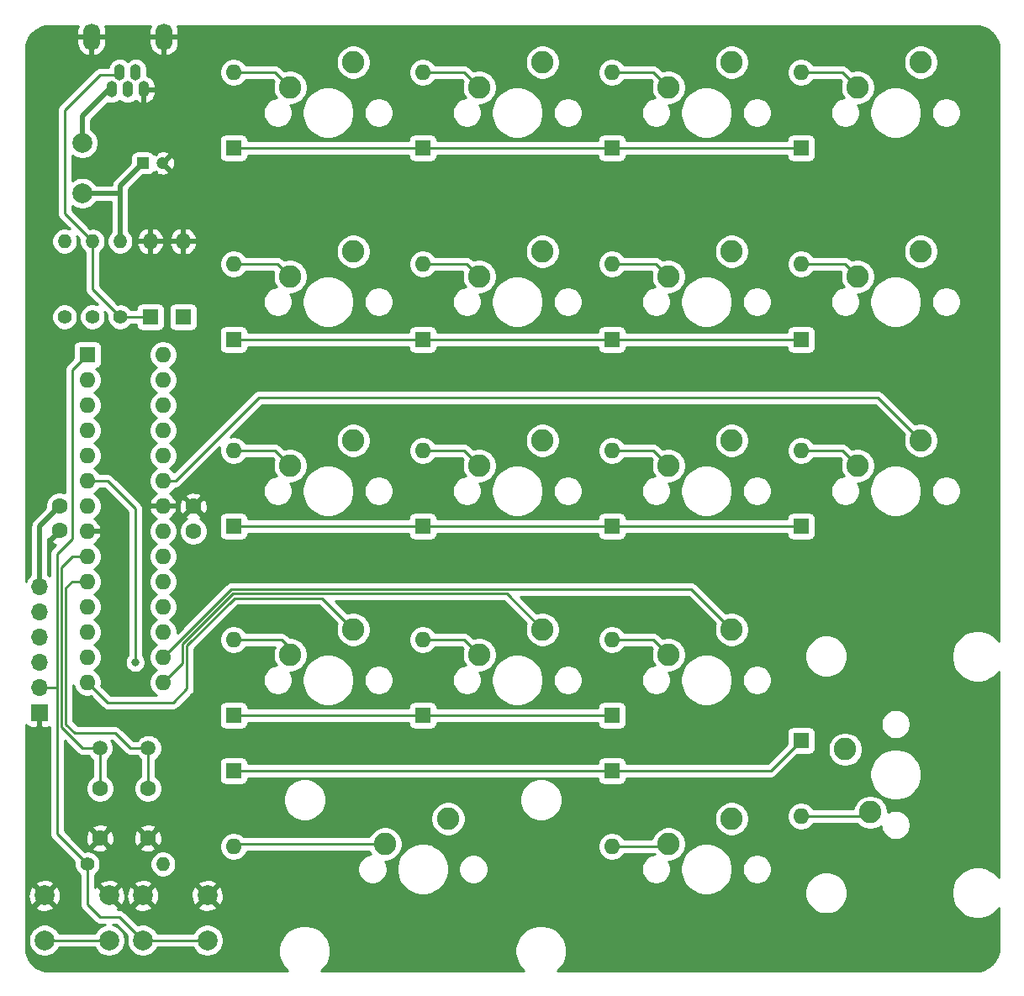
<source format=gbr>
%TF.GenerationSoftware,KiCad,Pcbnew,(5.1.6)-1*%
%TF.CreationDate,2020-06-15T13:12:42+02:00*%
%TF.ProjectId,numpad,6e756d70-6164-42e6-9b69-6361645f7063,rev?*%
%TF.SameCoordinates,Original*%
%TF.FileFunction,Copper,L1,Top*%
%TF.FilePolarity,Positive*%
%FSLAX46Y46*%
G04 Gerber Fmt 4.6, Leading zero omitted, Abs format (unit mm)*
G04 Created by KiCad (PCBNEW (5.1.6)-1) date 2020-06-15 13:12:42*
%MOMM*%
%LPD*%
G01*
G04 APERTURE LIST*
%TA.AperFunction,ComponentPad*%
%ADD10C,2.250000*%
%TD*%
%TA.AperFunction,ComponentPad*%
%ADD11O,1.600000X1.600000*%
%TD*%
%TA.AperFunction,ComponentPad*%
%ADD12R,1.600000X1.600000*%
%TD*%
%TA.AperFunction,ComponentPad*%
%ADD13O,1.700000X1.700000*%
%TD*%
%TA.AperFunction,ComponentPad*%
%ADD14R,1.700000X1.700000*%
%TD*%
%TA.AperFunction,ComponentPad*%
%ADD15C,1.500000*%
%TD*%
%TA.AperFunction,ComponentPad*%
%ADD16O,1.100000X1.650000*%
%TD*%
%TA.AperFunction,ComponentPad*%
%ADD17O,1.700000X2.700000*%
%TD*%
%TA.AperFunction,ComponentPad*%
%ADD18C,2.000000*%
%TD*%
%TA.AperFunction,ComponentPad*%
%ADD19O,1.400000X1.400000*%
%TD*%
%TA.AperFunction,ComponentPad*%
%ADD20C,1.400000*%
%TD*%
%TA.AperFunction,ComponentPad*%
%ADD21C,1.600000*%
%TD*%
%TA.AperFunction,ComponentPad*%
%ADD22C,1.200000*%
%TD*%
%TA.AperFunction,ComponentPad*%
%ADD23R,1.200000X1.200000*%
%TD*%
%TA.AperFunction,ViaPad*%
%ADD24C,0.800000*%
%TD*%
%TA.AperFunction,Conductor*%
%ADD25C,0.500000*%
%TD*%
%TA.AperFunction,Conductor*%
%ADD26C,0.250000*%
%TD*%
%TA.AperFunction,Conductor*%
%ADD27C,0.254000*%
%TD*%
G04 APERTURE END LIST*
D10*
%TO.P,MX5,2*%
%TO.N,col0*%
X113919000Y-66548000D03*
%TO.P,MX5,1*%
%TO.N,Net-(D7-Pad2)*%
X107569000Y-69088000D03*
%TD*%
D11*
%TO.P,MCU1,28*%
%TO.N,row0*%
X94742000Y-76962000D03*
%TO.P,MCU1,14*%
%TO.N,col0*%
X87122000Y-109982000D03*
%TO.P,MCU1,27*%
%TO.N,row1*%
X94742000Y-79502000D03*
%TO.P,MCU1,13*%
%TO.N,Net-(MCU1-Pad13)*%
X87122000Y-107442000D03*
%TO.P,MCU1,26*%
%TO.N,row2*%
X94742000Y-82042000D03*
%TO.P,MCU1,12*%
%TO.N,Net-(MCU1-Pad12)*%
X87122000Y-104902000D03*
%TO.P,MCU1,25*%
%TO.N,row3*%
X94742000Y-84582000D03*
%TO.P,MCU1,11*%
%TO.N,Net-(MCU1-Pad11)*%
X87122000Y-102362000D03*
%TO.P,MCU1,24*%
%TO.N,row4*%
X94742000Y-87122000D03*
%TO.P,MCU1,10*%
%TO.N,Net-(C4-Pad1)*%
X87122000Y-99822000D03*
%TO.P,MCU1,23*%
%TO.N,col3*%
X94742000Y-89662000D03*
%TO.P,MCU1,9*%
%TO.N,Net-(C5-Pad1)*%
X87122000Y-97282000D03*
%TO.P,MCU1,22*%
%TO.N,GND*%
X94742000Y-92202000D03*
%TO.P,MCU1,8*%
X87122000Y-94742000D03*
%TO.P,MCU1,21*%
%TO.N,Net-(MCU1-Pad21)*%
X94742000Y-94742000D03*
%TO.P,MCU1,7*%
%TO.N,+5V*%
X87122000Y-92202000D03*
%TO.P,MCU1,20*%
X94742000Y-97282000D03*
%TO.P,MCU1,6*%
%TO.N,boot*%
X87122000Y-89662000D03*
%TO.P,MCU1,19*%
%TO.N,SCK*%
X94742000Y-99822000D03*
%TO.P,MCU1,5*%
%TO.N,D-*%
X87122000Y-87122000D03*
%TO.P,MCU1,18*%
%TO.N,MISO*%
X94742000Y-102362000D03*
%TO.P,MCU1,4*%
%TO.N,D+*%
X87122000Y-84582000D03*
%TO.P,MCU1,17*%
%TO.N,MOSI*%
X94742000Y-104902000D03*
%TO.P,MCU1,3*%
%TO.N,Net-(MCU1-Pad3)*%
X87122000Y-82042000D03*
%TO.P,MCU1,16*%
%TO.N,col2*%
X94742000Y-107442000D03*
%TO.P,MCU1,2*%
%TO.N,Net-(MCU1-Pad2)*%
X87122000Y-79502000D03*
%TO.P,MCU1,15*%
%TO.N,col1*%
X94742000Y-109982000D03*
D12*
%TO.P,MCU1,1*%
%TO.N,reset*%
X87122000Y-76962000D03*
%TD*%
D10*
%TO.P,MX18,2*%
%TO.N,col3*%
X163449000Y-116713000D03*
%TO.P,MX18,1*%
%TO.N,Net-(D20-Pad2)*%
X165989000Y-123063000D03*
%TD*%
%TO.P,MX17,2*%
%TO.N,col2*%
X152019000Y-123698000D03*
%TO.P,MX17,1*%
%TO.N,Net-(D19-Pad2)*%
X145669000Y-126238000D03*
%TD*%
%TO.P,MX16,2*%
%TO.N,col0*%
X123444000Y-123698000D03*
%TO.P,MX16,1*%
%TO.N,Net-(D18-Pad2)*%
X117094000Y-126238000D03*
%TD*%
%TO.P,MX15,2*%
%TO.N,col2*%
X152019000Y-104648000D03*
%TO.P,MX15,1*%
%TO.N,Net-(D17-Pad2)*%
X145669000Y-107188000D03*
%TD*%
%TO.P,MX14,2*%
%TO.N,col1*%
X132969000Y-104648000D03*
%TO.P,MX14,1*%
%TO.N,Net-(D16-Pad2)*%
X126619000Y-107188000D03*
%TD*%
%TO.P,MX13,2*%
%TO.N,col0*%
X113919000Y-104648000D03*
%TO.P,MX13,1*%
%TO.N,Net-(D15-Pad2)*%
X107569000Y-107188000D03*
%TD*%
%TO.P,MX12,2*%
%TO.N,col3*%
X171069000Y-85598000D03*
%TO.P,MX12,1*%
%TO.N,Net-(D14-Pad2)*%
X164719000Y-88138000D03*
%TD*%
%TO.P,MX11,2*%
%TO.N,col2*%
X152019000Y-85598000D03*
%TO.P,MX11,1*%
%TO.N,Net-(D13-Pad2)*%
X145669000Y-88138000D03*
%TD*%
%TO.P,MX10,2*%
%TO.N,col1*%
X132969000Y-85598000D03*
%TO.P,MX10,1*%
%TO.N,Net-(D12-Pad2)*%
X126619000Y-88138000D03*
%TD*%
%TO.P,MX9,2*%
%TO.N,col0*%
X113919000Y-85598000D03*
%TO.P,MX9,1*%
%TO.N,Net-(D11-Pad2)*%
X107569000Y-88138000D03*
%TD*%
%TO.P,MX8,2*%
%TO.N,col3*%
X171069000Y-66548000D03*
%TO.P,MX8,1*%
%TO.N,Net-(D10-Pad2)*%
X164719000Y-69088000D03*
%TD*%
%TO.P,MX7,2*%
%TO.N,col2*%
X152019000Y-66548000D03*
%TO.P,MX7,1*%
%TO.N,Net-(D9-Pad2)*%
X145669000Y-69088000D03*
%TD*%
%TO.P,MX6,2*%
%TO.N,col1*%
X132969000Y-66548000D03*
%TO.P,MX6,1*%
%TO.N,Net-(D8-Pad2)*%
X126619000Y-69088000D03*
%TD*%
%TO.P,MX4,2*%
%TO.N,col3*%
X171069000Y-47498000D03*
%TO.P,MX4,1*%
%TO.N,Net-(D6-Pad2)*%
X164719000Y-50038000D03*
%TD*%
%TO.P,MX3,2*%
%TO.N,col2*%
X152019000Y-47498000D03*
%TO.P,MX3,1*%
%TO.N,Net-(D5-Pad2)*%
X145669000Y-50038000D03*
%TD*%
%TO.P,MX2,2*%
%TO.N,col1*%
X132969000Y-47498000D03*
%TO.P,MX2,1*%
%TO.N,Net-(D4-Pad2)*%
X126619000Y-50038000D03*
%TD*%
%TO.P,MX1,2*%
%TO.N,col0*%
X113919000Y-47498000D03*
%TO.P,MX1,1*%
%TO.N,Net-(D3-Pad2)*%
X107569000Y-50038000D03*
%TD*%
D13*
%TO.P,J2,6*%
%TO.N,+5V*%
X82296000Y-100330000D03*
%TO.P,J2,5*%
%TO.N,SCK*%
X82296000Y-102870000D03*
%TO.P,J2,4*%
%TO.N,MISO*%
X82296000Y-105410000D03*
%TO.P,J2,3*%
%TO.N,MOSI*%
X82296000Y-107950000D03*
%TO.P,J2,2*%
%TO.N,reset*%
X82296000Y-110490000D03*
D14*
%TO.P,J2,1*%
%TO.N,GND*%
X82296000Y-113030000D03*
%TD*%
D15*
%TO.P,XTAL1,2*%
%TO.N,Net-(C4-Pad1)*%
X93272000Y-116586000D03*
%TO.P,XTAL1,1*%
%TO.N,Net-(C5-Pad1)*%
X88392000Y-116586000D03*
%TD*%
D16*
%TO.P,USB1,5*%
%TO.N,GND*%
X92786000Y-50230000D03*
%TO.P,USB1,4*%
%TO.N,Net-(USB1-Pad4)*%
X91986000Y-48530000D03*
%TO.P,USB1,3*%
%TO.N,Net-(D1-Pad1)*%
X91186000Y-50230000D03*
%TO.P,USB1,2*%
%TO.N,Net-(D2-Pad1)*%
X90386000Y-48530000D03*
%TO.P,USB1,1*%
%TO.N,VCC*%
X89586000Y-50230000D03*
D17*
%TO.P,USB1,6*%
%TO.N,GND*%
X94836000Y-44930000D03*
X87536000Y-44930000D03*
%TD*%
D18*
%TO.P,SW2,1*%
%TO.N,GND*%
X89304000Y-131445000D03*
%TO.P,SW2,2*%
%TO.N,boot*%
X89304000Y-135945000D03*
%TO.P,SW2,1*%
%TO.N,GND*%
X82804000Y-131445000D03*
%TO.P,SW2,2*%
%TO.N,boot*%
X82804000Y-135945000D03*
%TD*%
%TO.P,SW1,1*%
%TO.N,GND*%
X99210000Y-131445000D03*
%TO.P,SW1,2*%
%TO.N,reset*%
X99210000Y-135945000D03*
%TO.P,SW1,1*%
%TO.N,GND*%
X92710000Y-131445000D03*
%TO.P,SW1,2*%
%TO.N,reset*%
X92710000Y-135945000D03*
%TD*%
D19*
%TO.P,R4,2*%
%TO.N,+5V*%
X94742000Y-128270000D03*
D20*
%TO.P,R4,1*%
%TO.N,reset*%
X87122000Y-128270000D03*
%TD*%
D19*
%TO.P,R3,2*%
%TO.N,+5V*%
X90424000Y-65532000D03*
D20*
%TO.P,R3,1*%
%TO.N,Net-(D2-Pad1)*%
X90424000Y-73152000D03*
%TD*%
D19*
%TO.P,R2,2*%
%TO.N,Net-(D2-Pad1)*%
X87630000Y-65532000D03*
D20*
%TO.P,R2,1*%
%TO.N,D-*%
X87630000Y-73152000D03*
%TD*%
D19*
%TO.P,R1,2*%
%TO.N,Net-(D1-Pad1)*%
X84836000Y-65532000D03*
D20*
%TO.P,R1,1*%
%TO.N,D+*%
X84836000Y-73152000D03*
%TD*%
D18*
%TO.P,F1,2*%
%TO.N,VCC*%
X86624000Y-55626000D03*
%TO.P,F1,1*%
%TO.N,+5V*%
X86614000Y-60706000D03*
%TD*%
D11*
%TO.P,D20,2*%
%TO.N,Net-(D20-Pad2)*%
X159004000Y-123444000D03*
D12*
%TO.P,D20,1*%
%TO.N,row4*%
X159004000Y-115824000D03*
%TD*%
D11*
%TO.P,D19,2*%
%TO.N,Net-(D19-Pad2)*%
X139954000Y-126492000D03*
D12*
%TO.P,D19,1*%
%TO.N,row4*%
X139954000Y-118872000D03*
%TD*%
D11*
%TO.P,D18,2*%
%TO.N,Net-(D18-Pad2)*%
X101854000Y-126492000D03*
D12*
%TO.P,D18,1*%
%TO.N,row4*%
X101854000Y-118872000D03*
%TD*%
D11*
%TO.P,D17,2*%
%TO.N,Net-(D17-Pad2)*%
X139954000Y-105664000D03*
D12*
%TO.P,D17,1*%
%TO.N,row3*%
X139954000Y-113284000D03*
%TD*%
D11*
%TO.P,D16,2*%
%TO.N,Net-(D16-Pad2)*%
X120904000Y-105664000D03*
D12*
%TO.P,D16,1*%
%TO.N,row3*%
X120904000Y-113284000D03*
%TD*%
D11*
%TO.P,D15,2*%
%TO.N,Net-(D15-Pad2)*%
X101854000Y-105664000D03*
D12*
%TO.P,D15,1*%
%TO.N,row3*%
X101854000Y-113284000D03*
%TD*%
D11*
%TO.P,D14,2*%
%TO.N,Net-(D14-Pad2)*%
X159004000Y-86614000D03*
D12*
%TO.P,D14,1*%
%TO.N,row2*%
X159004000Y-94234000D03*
%TD*%
D11*
%TO.P,D13,2*%
%TO.N,Net-(D13-Pad2)*%
X139954000Y-86614000D03*
D12*
%TO.P,D13,1*%
%TO.N,row2*%
X139954000Y-94234000D03*
%TD*%
D11*
%TO.P,D12,2*%
%TO.N,Net-(D12-Pad2)*%
X120904000Y-86614000D03*
D12*
%TO.P,D12,1*%
%TO.N,row2*%
X120904000Y-94234000D03*
%TD*%
D11*
%TO.P,D11,2*%
%TO.N,Net-(D11-Pad2)*%
X101854000Y-86614000D03*
D12*
%TO.P,D11,1*%
%TO.N,row2*%
X101854000Y-94234000D03*
%TD*%
D11*
%TO.P,D10,2*%
%TO.N,Net-(D10-Pad2)*%
X159004000Y-67818000D03*
D12*
%TO.P,D10,1*%
%TO.N,row1*%
X159004000Y-75438000D03*
%TD*%
D11*
%TO.P,D9,2*%
%TO.N,Net-(D9-Pad2)*%
X139954000Y-67818000D03*
D12*
%TO.P,D9,1*%
%TO.N,row1*%
X139954000Y-75438000D03*
%TD*%
D11*
%TO.P,D8,2*%
%TO.N,Net-(D8-Pad2)*%
X120904000Y-67818000D03*
D12*
%TO.P,D8,1*%
%TO.N,row1*%
X120904000Y-75438000D03*
%TD*%
D11*
%TO.P,D7,2*%
%TO.N,Net-(D7-Pad2)*%
X101854000Y-67818000D03*
D12*
%TO.P,D7,1*%
%TO.N,row1*%
X101854000Y-75438000D03*
%TD*%
D11*
%TO.P,D6,2*%
%TO.N,Net-(D6-Pad2)*%
X159004000Y-48514000D03*
D12*
%TO.P,D6,1*%
%TO.N,row0*%
X159004000Y-56134000D03*
%TD*%
D11*
%TO.P,D5,2*%
%TO.N,Net-(D5-Pad2)*%
X139954000Y-48514000D03*
D12*
%TO.P,D5,1*%
%TO.N,row0*%
X139954000Y-56134000D03*
%TD*%
D11*
%TO.P,D4,2*%
%TO.N,Net-(D4-Pad2)*%
X120904000Y-48514000D03*
D12*
%TO.P,D4,1*%
%TO.N,row0*%
X120904000Y-56134000D03*
%TD*%
D11*
%TO.P,D3,2*%
%TO.N,Net-(D3-Pad2)*%
X101854000Y-48514000D03*
D12*
%TO.P,D3,1*%
%TO.N,row0*%
X101854000Y-56134000D03*
%TD*%
D11*
%TO.P,D2,2*%
%TO.N,GND*%
X93472000Y-65532000D03*
D12*
%TO.P,D2,1*%
%TO.N,Net-(D2-Pad1)*%
X93472000Y-73152000D03*
%TD*%
D11*
%TO.P,D1,2*%
%TO.N,GND*%
X96774000Y-65532000D03*
D12*
%TO.P,D1,1*%
%TO.N,Net-(D1-Pad1)*%
X96774000Y-73152000D03*
%TD*%
D21*
%TO.P,C5,2*%
%TO.N,GND*%
X88392000Y-125650000D03*
%TO.P,C5,1*%
%TO.N,Net-(C5-Pad1)*%
X88392000Y-120650000D03*
%TD*%
%TO.P,C4,2*%
%TO.N,GND*%
X93218000Y-125650000D03*
%TO.P,C4,1*%
%TO.N,Net-(C4-Pad1)*%
X93218000Y-120650000D03*
%TD*%
%TO.P,C3,2*%
%TO.N,GND*%
X97790000Y-92242000D03*
%TO.P,C3,1*%
%TO.N,+5V*%
X97790000Y-94742000D03*
%TD*%
%TO.P,C2,2*%
%TO.N,GND*%
X84328000Y-94702000D03*
%TO.P,C2,1*%
%TO.N,+5V*%
X84328000Y-92202000D03*
%TD*%
D22*
%TO.P,C1,2*%
%TO.N,GND*%
X94710000Y-57658000D03*
D23*
%TO.P,C1,1*%
%TO.N,+5V*%
X92710000Y-57658000D03*
%TD*%
D24*
%TO.N,boot*%
X91948000Y-107950000D03*
%TD*%
D25*
%TO.N,+5V*%
X90424000Y-59944000D02*
X92710000Y-57658000D01*
X86614000Y-60706000D02*
X90424000Y-60706000D01*
X90424000Y-65532000D02*
X90424000Y-60706000D01*
X90424000Y-60706000D02*
X90424000Y-59944000D01*
X82296000Y-94234000D02*
X84328000Y-92202000D01*
X82296000Y-100330000D02*
X82296000Y-94234000D01*
D26*
%TO.N,Net-(C4-Pad1)*%
X93218000Y-116640000D02*
X93272000Y-116586000D01*
X93218000Y-120650000D02*
X93218000Y-116640000D01*
X93272000Y-116586000D02*
X91440000Y-116586000D01*
X91440000Y-116586000D02*
X89916000Y-115062000D01*
X85852000Y-115062000D02*
X84974020Y-114184020D01*
X89916000Y-115062000D02*
X85852000Y-115062000D01*
X84974020Y-114184020D02*
X84974020Y-100445980D01*
X85598000Y-99822000D02*
X87122000Y-99822000D01*
X84974020Y-100445980D02*
X85598000Y-99822000D01*
%TO.N,Net-(C5-Pad1)*%
X88392000Y-120650000D02*
X88392000Y-116586000D01*
X88392000Y-116586000D02*
X86614000Y-116586000D01*
X86614000Y-116586000D02*
X84524010Y-114496010D01*
X84524010Y-114496010D02*
X84524010Y-98355990D01*
X85598000Y-97282000D02*
X87122000Y-97282000D01*
X84524010Y-98355990D02*
X85598000Y-97282000D01*
%TO.N,Net-(D2-Pad1)*%
X90386000Y-48780000D02*
X88380000Y-48780000D01*
X88380000Y-48780000D02*
X84836000Y-52324000D01*
X84836000Y-62738000D02*
X87630000Y-65532000D01*
X84836000Y-52324000D02*
X84836000Y-62738000D01*
X87630000Y-70358000D02*
X90424000Y-73152000D01*
X87630000Y-65532000D02*
X87630000Y-70358000D01*
X93472000Y-73152000D02*
X90424000Y-73152000D01*
%TO.N,Net-(D3-Pad2)*%
X106045000Y-48514000D02*
X107569000Y-50038000D01*
X101854000Y-48514000D02*
X106045000Y-48514000D01*
%TO.N,Net-(D4-Pad2)*%
X125095000Y-48514000D02*
X126619000Y-50038000D01*
X120904000Y-48514000D02*
X125095000Y-48514000D01*
%TO.N,Net-(D5-Pad2)*%
X144145000Y-48514000D02*
X145669000Y-50038000D01*
X139954000Y-48514000D02*
X144145000Y-48514000D01*
%TO.N,Net-(D6-Pad2)*%
X163195000Y-48514000D02*
X164719000Y-50038000D01*
X159004000Y-48514000D02*
X163195000Y-48514000D01*
%TO.N,Net-(D7-Pad2)*%
X106299000Y-67818000D02*
X107569000Y-69088000D01*
X101854000Y-67818000D02*
X106299000Y-67818000D01*
%TO.N,Net-(D8-Pad2)*%
X125349000Y-67818000D02*
X126619000Y-69088000D01*
X120904000Y-67818000D02*
X125349000Y-67818000D01*
%TO.N,Net-(D9-Pad2)*%
X144399000Y-67818000D02*
X145669000Y-69088000D01*
X139954000Y-67818000D02*
X144399000Y-67818000D01*
%TO.N,Net-(D10-Pad2)*%
X163449000Y-67818000D02*
X164719000Y-69088000D01*
X159004000Y-67818000D02*
X163449000Y-67818000D01*
%TO.N,Net-(D11-Pad2)*%
X106045000Y-86614000D02*
X107569000Y-88138000D01*
X101854000Y-86614000D02*
X106045000Y-86614000D01*
%TO.N,Net-(D12-Pad2)*%
X125095000Y-86614000D02*
X126619000Y-88138000D01*
X120904000Y-86614000D02*
X125095000Y-86614000D01*
%TO.N,Net-(D13-Pad2)*%
X144145000Y-86614000D02*
X145669000Y-88138000D01*
X139954000Y-86614000D02*
X144145000Y-86614000D01*
%TO.N,Net-(D14-Pad2)*%
X163195000Y-86614000D02*
X164719000Y-88138000D01*
X159004000Y-86614000D02*
X163195000Y-86614000D01*
%TO.N,Net-(D15-Pad2)*%
X107755400Y-106737990D02*
X107887205Y-106869795D01*
X101854000Y-105664000D02*
X106681410Y-105664000D01*
X106681410Y-105664000D02*
X107755400Y-106737990D01*
%TO.N,Net-(D16-Pad2)*%
X125095000Y-105664000D02*
X126619000Y-107188000D01*
X120904000Y-105664000D02*
X125095000Y-105664000D01*
%TO.N,Net-(D17-Pad2)*%
X144145000Y-105664000D02*
X145669000Y-107188000D01*
X139954000Y-105664000D02*
X144145000Y-105664000D01*
%TO.N,Net-(D18-Pad2)*%
X102108000Y-126238000D02*
X101854000Y-126492000D01*
X117094000Y-126238000D02*
X102108000Y-126238000D01*
%TO.N,Net-(D19-Pad2)*%
X145415000Y-126492000D02*
X145669000Y-126238000D01*
X139954000Y-126492000D02*
X145415000Y-126492000D01*
%TO.N,Net-(D20-Pad2)*%
X165608000Y-123444000D02*
X165989000Y-123063000D01*
X159004000Y-123444000D02*
X165608000Y-123444000D01*
D25*
%TO.N,VCC*%
X86624000Y-52942000D02*
X89586000Y-49980000D01*
X86624000Y-55626000D02*
X86624000Y-52942000D01*
D26*
%TO.N,boot*%
X82804000Y-135945000D02*
X89304000Y-135945000D01*
X89154000Y-89662000D02*
X87122000Y-89662000D01*
X91948000Y-107950000D02*
X91948000Y-92456000D01*
X91948000Y-92456000D02*
X89154000Y-89662000D01*
%TO.N,reset*%
X92710000Y-135945000D02*
X99210000Y-135945000D01*
X87122000Y-128270000D02*
X84074000Y-125222000D01*
X84074000Y-97028000D02*
X85598000Y-95504000D01*
X85598000Y-78486000D02*
X85852000Y-78232000D01*
X85598000Y-95504000D02*
X85598000Y-78486000D01*
X85725000Y-78359000D02*
X85852000Y-78232000D01*
X85852000Y-78232000D02*
X87122000Y-76962000D01*
X82296000Y-110490000D02*
X84074000Y-110490000D01*
X84074000Y-125222000D02*
X84074000Y-110490000D01*
X84074000Y-110490000D02*
X84074000Y-97028000D01*
X92710000Y-135945000D02*
X90369000Y-133604000D01*
X90369000Y-133604000D02*
X88392000Y-133604000D01*
X87122000Y-132334000D02*
X87122000Y-128270000D01*
X88392000Y-133604000D02*
X87122000Y-132334000D01*
%TO.N,row0*%
X159004000Y-56134000D02*
X101854000Y-56134000D01*
%TO.N,row1*%
X101854000Y-75438000D02*
X159004000Y-75438000D01*
%TO.N,row2*%
X101854000Y-94234000D02*
X159004000Y-94234000D01*
%TO.N,row3*%
X101854000Y-113284000D02*
X139954000Y-113284000D01*
%TO.N,row4*%
X155956000Y-118872000D02*
X159004000Y-115824000D01*
X139954000Y-118872000D02*
X155956000Y-118872000D01*
X139954000Y-118872000D02*
X101854000Y-118872000D01*
%TO.N,col0*%
X87122000Y-109982000D02*
X89154000Y-112014000D01*
X89154000Y-112014000D02*
X95758000Y-112014000D01*
X95758000Y-112014000D02*
X97161215Y-110610785D01*
X97161215Y-110610785D02*
X97161215Y-106295605D01*
X97161215Y-106295605D02*
X101972800Y-101484020D01*
X110755020Y-101484020D02*
X113919000Y-104648000D01*
X101972800Y-101484020D02*
X110755020Y-101484020D01*
%TO.N,col1*%
X129355010Y-101034010D02*
X132969000Y-104648000D01*
X101786400Y-101034010D02*
X129355010Y-101034010D01*
X96711205Y-106109205D02*
X101786400Y-101034010D01*
X94742000Y-109982000D02*
X96711205Y-108012795D01*
X96711205Y-108012795D02*
X96711205Y-106109205D01*
%TO.N,col2*%
X147955000Y-100584000D02*
X152019000Y-104648000D01*
X94742000Y-107442000D02*
X101600000Y-100584000D01*
X101600000Y-100584000D02*
X147955000Y-100584000D01*
%TO.N,col3*%
X166751000Y-81280000D02*
X171069000Y-85598000D01*
X104394000Y-81280000D02*
X166751000Y-81280000D01*
X94742000Y-89662000D02*
X96012000Y-89662000D01*
X96012000Y-89662000D02*
X104394000Y-81280000D01*
%TD*%
D27*
%TO.N,GND*%
G36*
X86104310Y-44015731D02*
G01*
X86051000Y-44303000D01*
X86051000Y-44803000D01*
X87409000Y-44803000D01*
X87409000Y-44783000D01*
X87663000Y-44783000D01*
X87663000Y-44803000D01*
X89021000Y-44803000D01*
X89021000Y-44303000D01*
X88967690Y-44015731D01*
X88894340Y-43832000D01*
X93477660Y-43832000D01*
X93404310Y-44015731D01*
X93351000Y-44303000D01*
X93351000Y-44803000D01*
X94709000Y-44803000D01*
X94709000Y-44783000D01*
X94963000Y-44783000D01*
X94963000Y-44803000D01*
X96321000Y-44803000D01*
X96321000Y-44303000D01*
X96267690Y-44015731D01*
X96194340Y-43832000D01*
X176498114Y-43832000D01*
X176994779Y-43880699D01*
X177441851Y-44015678D01*
X177854197Y-44234926D01*
X178216099Y-44530086D01*
X178513782Y-44889922D01*
X178735901Y-45300723D01*
X178874000Y-45746848D01*
X178926000Y-46241593D01*
X178926001Y-105834986D01*
X178819786Y-105676024D01*
X178454726Y-105310964D01*
X178025461Y-105024139D01*
X177548488Y-104826570D01*
X177042136Y-104725850D01*
X176525864Y-104725850D01*
X176019512Y-104826570D01*
X175542539Y-105024139D01*
X175113274Y-105310964D01*
X174748214Y-105676024D01*
X174461389Y-106105289D01*
X174263820Y-106582262D01*
X174163100Y-107088614D01*
X174163100Y-107604886D01*
X174263820Y-108111238D01*
X174461389Y-108588211D01*
X174748214Y-109017476D01*
X175113274Y-109382536D01*
X175542539Y-109669361D01*
X176019512Y-109866930D01*
X176525864Y-109967650D01*
X177042136Y-109967650D01*
X177548488Y-109866930D01*
X178025461Y-109669361D01*
X178454726Y-109382536D01*
X178819786Y-109017476D01*
X178926001Y-108858514D01*
X178926001Y-129647486D01*
X178819786Y-129488524D01*
X178454726Y-129123464D01*
X178025461Y-128836639D01*
X177548488Y-128639070D01*
X177042136Y-128538350D01*
X176525864Y-128538350D01*
X176019512Y-128639070D01*
X175542539Y-128836639D01*
X175113274Y-129123464D01*
X174748214Y-129488524D01*
X174461389Y-129917789D01*
X174263820Y-130394762D01*
X174163100Y-130901114D01*
X174163100Y-131417386D01*
X174263820Y-131923738D01*
X174461389Y-132400711D01*
X174748214Y-132829976D01*
X175113274Y-133195036D01*
X175542539Y-133481861D01*
X176019512Y-133679430D01*
X176525864Y-133780150D01*
X177042136Y-133780150D01*
X177548488Y-133679430D01*
X178025461Y-133481861D01*
X178454726Y-133195036D01*
X178819786Y-132829976D01*
X178926001Y-132671014D01*
X178926001Y-136620104D01*
X178877301Y-137116779D01*
X178742322Y-137563851D01*
X178523073Y-137976199D01*
X178227915Y-138338098D01*
X177868075Y-138635784D01*
X177457277Y-138857901D01*
X177011152Y-138996000D01*
X176516407Y-139048000D01*
X134501762Y-139048000D01*
X134846036Y-138703726D01*
X135132861Y-138274461D01*
X135330430Y-137797488D01*
X135431150Y-137291136D01*
X135431150Y-136774864D01*
X135330430Y-136268512D01*
X135132861Y-135791539D01*
X134846036Y-135362274D01*
X134480976Y-134997214D01*
X134051711Y-134710389D01*
X133574738Y-134512820D01*
X133068386Y-134412100D01*
X132552114Y-134412100D01*
X132045762Y-134512820D01*
X131568789Y-134710389D01*
X131139524Y-134997214D01*
X130774464Y-135362274D01*
X130487639Y-135791539D01*
X130290070Y-136268512D01*
X130189350Y-136774864D01*
X130189350Y-137291136D01*
X130290070Y-137797488D01*
X130487639Y-138274461D01*
X130774464Y-138703726D01*
X131118738Y-139048000D01*
X110689262Y-139048000D01*
X111033536Y-138703726D01*
X111320361Y-138274461D01*
X111517930Y-137797488D01*
X111618650Y-137291136D01*
X111618650Y-136774864D01*
X111517930Y-136268512D01*
X111320361Y-135791539D01*
X111033536Y-135362274D01*
X110668476Y-134997214D01*
X110239211Y-134710389D01*
X109762238Y-134512820D01*
X109255886Y-134412100D01*
X108739614Y-134412100D01*
X108233262Y-134512820D01*
X107756289Y-134710389D01*
X107327024Y-134997214D01*
X106961964Y-135362274D01*
X106675139Y-135791539D01*
X106477570Y-136268512D01*
X106376850Y-136774864D01*
X106376850Y-137291136D01*
X106477570Y-137797488D01*
X106675139Y-138274461D01*
X106961964Y-138703726D01*
X107306238Y-139048000D01*
X83343886Y-139048000D01*
X82847221Y-138999301D01*
X82400149Y-138864322D01*
X81987801Y-138645073D01*
X81625902Y-138349915D01*
X81328216Y-137990075D01*
X81106099Y-137579277D01*
X80968000Y-137133152D01*
X80916000Y-136638407D01*
X80916000Y-132580413D01*
X81848192Y-132580413D01*
X81943956Y-132844814D01*
X82233571Y-132985704D01*
X82545108Y-133067384D01*
X82866595Y-133086718D01*
X83185675Y-133042961D01*
X83490088Y-132937795D01*
X83664044Y-132844814D01*
X83759808Y-132580413D01*
X82804000Y-131624605D01*
X81848192Y-132580413D01*
X80916000Y-132580413D01*
X80916000Y-131507595D01*
X81162282Y-131507595D01*
X81206039Y-131826675D01*
X81311205Y-132131088D01*
X81404186Y-132305044D01*
X81668587Y-132400808D01*
X82624395Y-131445000D01*
X82983605Y-131445000D01*
X83939413Y-132400808D01*
X84203814Y-132305044D01*
X84344704Y-132015429D01*
X84426384Y-131703892D01*
X84445718Y-131382405D01*
X84401961Y-131063325D01*
X84296795Y-130758912D01*
X84203814Y-130584956D01*
X83939413Y-130489192D01*
X82983605Y-131445000D01*
X82624395Y-131445000D01*
X81668587Y-130489192D01*
X81404186Y-130584956D01*
X81263296Y-130874571D01*
X81181616Y-131186108D01*
X81162282Y-131507595D01*
X80916000Y-131507595D01*
X80916000Y-130309587D01*
X81848192Y-130309587D01*
X82804000Y-131265395D01*
X83759808Y-130309587D01*
X83664044Y-130045186D01*
X83374429Y-129904296D01*
X83062892Y-129822616D01*
X82741405Y-129803282D01*
X82422325Y-129847039D01*
X82117912Y-129952205D01*
X81943956Y-130045186D01*
X81848192Y-130309587D01*
X80916000Y-130309587D01*
X80916000Y-114235148D01*
X80994815Y-114331185D01*
X81091506Y-114410537D01*
X81201820Y-114469502D01*
X81321518Y-114505812D01*
X81446000Y-114518072D01*
X82010250Y-114515000D01*
X82169000Y-114356250D01*
X82169000Y-113157000D01*
X82149000Y-113157000D01*
X82149000Y-112903000D01*
X82169000Y-112903000D01*
X82169000Y-112883000D01*
X82423000Y-112883000D01*
X82423000Y-112903000D01*
X82443000Y-112903000D01*
X82443000Y-113157000D01*
X82423000Y-113157000D01*
X82423000Y-114356250D01*
X82581750Y-114515000D01*
X83146000Y-114518072D01*
X83270482Y-114505812D01*
X83322001Y-114490184D01*
X83322000Y-125185064D01*
X83318362Y-125222000D01*
X83322000Y-125258935D01*
X83322000Y-125258937D01*
X83332881Y-125369417D01*
X83363513Y-125470395D01*
X83375882Y-125511169D01*
X83445710Y-125641810D01*
X83486583Y-125691614D01*
X83539683Y-125756317D01*
X83568379Y-125779867D01*
X85817035Y-128028524D01*
X85795000Y-128139302D01*
X85795000Y-128400698D01*
X85845996Y-128657072D01*
X85946028Y-128898570D01*
X86091252Y-129115913D01*
X86276087Y-129300748D01*
X86370001Y-129363499D01*
X86370000Y-132297064D01*
X86366362Y-132334000D01*
X86370000Y-132370935D01*
X86370000Y-132370937D01*
X86380881Y-132481417D01*
X86410912Y-132580413D01*
X86423882Y-132623169D01*
X86493710Y-132753810D01*
X86534583Y-132803614D01*
X86587683Y-132868317D01*
X86616379Y-132891867D01*
X87834136Y-134109625D01*
X87857683Y-134138317D01*
X87886374Y-134161863D01*
X87972189Y-134232290D01*
X88042017Y-134269613D01*
X88102830Y-134302118D01*
X88244582Y-134345119D01*
X88355062Y-134356000D01*
X88355064Y-134356000D01*
X88391999Y-134359638D01*
X88428935Y-134356000D01*
X88952717Y-134356000D01*
X88829422Y-134380525D01*
X88533327Y-134503172D01*
X88266848Y-134681227D01*
X88040227Y-134907848D01*
X87862172Y-135174327D01*
X87854437Y-135193000D01*
X84253563Y-135193000D01*
X84245828Y-135174327D01*
X84067773Y-134907848D01*
X83841152Y-134681227D01*
X83574673Y-134503172D01*
X83278578Y-134380525D01*
X82964245Y-134318000D01*
X82643755Y-134318000D01*
X82329422Y-134380525D01*
X82033327Y-134503172D01*
X81766848Y-134681227D01*
X81540227Y-134907848D01*
X81362172Y-135174327D01*
X81239525Y-135470422D01*
X81177000Y-135784755D01*
X81177000Y-136105245D01*
X81239525Y-136419578D01*
X81362172Y-136715673D01*
X81540227Y-136982152D01*
X81766848Y-137208773D01*
X82033327Y-137386828D01*
X82329422Y-137509475D01*
X82643755Y-137572000D01*
X82964245Y-137572000D01*
X83278578Y-137509475D01*
X83574673Y-137386828D01*
X83841152Y-137208773D01*
X84067773Y-136982152D01*
X84245828Y-136715673D01*
X84253563Y-136697000D01*
X87854437Y-136697000D01*
X87862172Y-136715673D01*
X88040227Y-136982152D01*
X88266848Y-137208773D01*
X88533327Y-137386828D01*
X88829422Y-137509475D01*
X89143755Y-137572000D01*
X89464245Y-137572000D01*
X89778578Y-137509475D01*
X90074673Y-137386828D01*
X90341152Y-137208773D01*
X90567773Y-136982152D01*
X90745828Y-136715673D01*
X90868475Y-136419578D01*
X90931000Y-136105245D01*
X90931000Y-135784755D01*
X90868475Y-135470422D01*
X90745828Y-135174327D01*
X90567773Y-134907848D01*
X90341152Y-134681227D01*
X90074673Y-134503172D01*
X89778578Y-134380525D01*
X89655283Y-134356000D01*
X90057512Y-134356000D01*
X91153260Y-135451748D01*
X91145525Y-135470422D01*
X91083000Y-135784755D01*
X91083000Y-136105245D01*
X91145525Y-136419578D01*
X91268172Y-136715673D01*
X91446227Y-136982152D01*
X91672848Y-137208773D01*
X91939327Y-137386828D01*
X92235422Y-137509475D01*
X92549755Y-137572000D01*
X92870245Y-137572000D01*
X93184578Y-137509475D01*
X93480673Y-137386828D01*
X93747152Y-137208773D01*
X93973773Y-136982152D01*
X94151828Y-136715673D01*
X94159563Y-136697000D01*
X97760437Y-136697000D01*
X97768172Y-136715673D01*
X97946227Y-136982152D01*
X98172848Y-137208773D01*
X98439327Y-137386828D01*
X98735422Y-137509475D01*
X99049755Y-137572000D01*
X99370245Y-137572000D01*
X99684578Y-137509475D01*
X99980673Y-137386828D01*
X100247152Y-137208773D01*
X100473773Y-136982152D01*
X100651828Y-136715673D01*
X100774475Y-136419578D01*
X100837000Y-136105245D01*
X100837000Y-135784755D01*
X100774475Y-135470422D01*
X100651828Y-135174327D01*
X100473773Y-134907848D01*
X100247152Y-134681227D01*
X99980673Y-134503172D01*
X99684578Y-134380525D01*
X99370245Y-134318000D01*
X99049755Y-134318000D01*
X98735422Y-134380525D01*
X98439327Y-134503172D01*
X98172848Y-134681227D01*
X97946227Y-134907848D01*
X97768172Y-135174327D01*
X97760437Y-135193000D01*
X94159563Y-135193000D01*
X94151828Y-135174327D01*
X93973773Y-134907848D01*
X93747152Y-134681227D01*
X93480673Y-134503172D01*
X93184578Y-134380525D01*
X92870245Y-134318000D01*
X92549755Y-134318000D01*
X92235422Y-134380525D01*
X92216748Y-134388260D01*
X90926867Y-133098379D01*
X90903317Y-133069683D01*
X90788810Y-132975710D01*
X90658170Y-132905882D01*
X90516418Y-132862881D01*
X90405938Y-132852000D01*
X90405935Y-132852000D01*
X90369000Y-132848362D01*
X90332065Y-132852000D01*
X90150600Y-132852000D01*
X90164044Y-132844814D01*
X90259808Y-132580413D01*
X91754192Y-132580413D01*
X91849956Y-132844814D01*
X92139571Y-132985704D01*
X92451108Y-133067384D01*
X92772595Y-133086718D01*
X93091675Y-133042961D01*
X93396088Y-132937795D01*
X93570044Y-132844814D01*
X93665808Y-132580413D01*
X98254192Y-132580413D01*
X98349956Y-132844814D01*
X98639571Y-132985704D01*
X98951108Y-133067384D01*
X99272595Y-133086718D01*
X99591675Y-133042961D01*
X99896088Y-132937795D01*
X100070044Y-132844814D01*
X100165808Y-132580413D01*
X99210000Y-131624605D01*
X98254192Y-132580413D01*
X93665808Y-132580413D01*
X92710000Y-131624605D01*
X91754192Y-132580413D01*
X90259808Y-132580413D01*
X89304000Y-131624605D01*
X89289858Y-131638748D01*
X89110253Y-131459143D01*
X89124395Y-131445000D01*
X89483605Y-131445000D01*
X90439413Y-132400808D01*
X90703814Y-132305044D01*
X90844704Y-132015429D01*
X90926384Y-131703892D01*
X90938189Y-131507595D01*
X91068282Y-131507595D01*
X91112039Y-131826675D01*
X91217205Y-132131088D01*
X91310186Y-132305044D01*
X91574587Y-132400808D01*
X92530395Y-131445000D01*
X92889605Y-131445000D01*
X93845413Y-132400808D01*
X94109814Y-132305044D01*
X94250704Y-132015429D01*
X94332384Y-131703892D01*
X94344189Y-131507595D01*
X97568282Y-131507595D01*
X97612039Y-131826675D01*
X97717205Y-132131088D01*
X97810186Y-132305044D01*
X98074587Y-132400808D01*
X99030395Y-131445000D01*
X99389605Y-131445000D01*
X100345413Y-132400808D01*
X100609814Y-132305044D01*
X100750704Y-132015429D01*
X100832384Y-131703892D01*
X100851718Y-131382405D01*
X100807961Y-131063325D01*
X100702795Y-130758912D01*
X100609814Y-130584956D01*
X100345413Y-130489192D01*
X99389605Y-131445000D01*
X99030395Y-131445000D01*
X98074587Y-130489192D01*
X97810186Y-130584956D01*
X97669296Y-130874571D01*
X97587616Y-131186108D01*
X97568282Y-131507595D01*
X94344189Y-131507595D01*
X94351718Y-131382405D01*
X94307961Y-131063325D01*
X94202795Y-130758912D01*
X94109814Y-130584956D01*
X93845413Y-130489192D01*
X92889605Y-131445000D01*
X92530395Y-131445000D01*
X91574587Y-130489192D01*
X91310186Y-130584956D01*
X91169296Y-130874571D01*
X91087616Y-131186108D01*
X91068282Y-131507595D01*
X90938189Y-131507595D01*
X90945718Y-131382405D01*
X90901961Y-131063325D01*
X90796795Y-130758912D01*
X90703814Y-130584956D01*
X90439413Y-130489192D01*
X89483605Y-131445000D01*
X89124395Y-131445000D01*
X88168587Y-130489192D01*
X87904186Y-130584956D01*
X87874000Y-130647007D01*
X87874000Y-130309587D01*
X88348192Y-130309587D01*
X89304000Y-131265395D01*
X90259808Y-130309587D01*
X91754192Y-130309587D01*
X92710000Y-131265395D01*
X93665808Y-130309587D01*
X98254192Y-130309587D01*
X99210000Y-131265395D01*
X100165808Y-130309587D01*
X100070044Y-130045186D01*
X99780429Y-129904296D01*
X99468892Y-129822616D01*
X99147405Y-129803282D01*
X98828325Y-129847039D01*
X98523912Y-129952205D01*
X98349956Y-130045186D01*
X98254192Y-130309587D01*
X93665808Y-130309587D01*
X93570044Y-130045186D01*
X93280429Y-129904296D01*
X92968892Y-129822616D01*
X92647405Y-129803282D01*
X92328325Y-129847039D01*
X92023912Y-129952205D01*
X91849956Y-130045186D01*
X91754192Y-130309587D01*
X90259808Y-130309587D01*
X90164044Y-130045186D01*
X89874429Y-129904296D01*
X89562892Y-129822616D01*
X89241405Y-129803282D01*
X88922325Y-129847039D01*
X88617912Y-129952205D01*
X88443956Y-130045186D01*
X88348192Y-130309587D01*
X87874000Y-130309587D01*
X87874000Y-129363499D01*
X87967913Y-129300748D01*
X88152748Y-129115913D01*
X88297972Y-128898570D01*
X88398004Y-128657072D01*
X88449000Y-128400698D01*
X88449000Y-128139302D01*
X93415000Y-128139302D01*
X93415000Y-128400698D01*
X93465996Y-128657072D01*
X93566028Y-128898570D01*
X93711252Y-129115913D01*
X93896087Y-129300748D01*
X94113430Y-129445972D01*
X94354928Y-129546004D01*
X94611302Y-129597000D01*
X94872698Y-129597000D01*
X95129072Y-129546004D01*
X95370570Y-129445972D01*
X95587913Y-129300748D01*
X95772748Y-129115913D01*
X95917972Y-128898570D01*
X96018004Y-128657072D01*
X96069000Y-128400698D01*
X96069000Y-128139302D01*
X96018004Y-127882928D01*
X95917972Y-127641430D01*
X95772748Y-127424087D01*
X95587913Y-127239252D01*
X95370570Y-127094028D01*
X95129072Y-126993996D01*
X94872698Y-126943000D01*
X94611302Y-126943000D01*
X94354928Y-126993996D01*
X94113430Y-127094028D01*
X93896087Y-127239252D01*
X93711252Y-127424087D01*
X93566028Y-127641430D01*
X93465996Y-127882928D01*
X93415000Y-128139302D01*
X88449000Y-128139302D01*
X88398004Y-127882928D01*
X88297972Y-127641430D01*
X88152748Y-127424087D01*
X87967913Y-127239252D01*
X87750570Y-127094028D01*
X87509072Y-126993996D01*
X87252698Y-126943000D01*
X86991302Y-126943000D01*
X86880524Y-126965035D01*
X86558191Y-126642702D01*
X87578903Y-126642702D01*
X87650486Y-126886671D01*
X87905996Y-127007571D01*
X88180184Y-127076300D01*
X88462512Y-127090217D01*
X88742130Y-127048787D01*
X89008292Y-126953603D01*
X89133514Y-126886671D01*
X89205097Y-126642702D01*
X92404903Y-126642702D01*
X92476486Y-126886671D01*
X92731996Y-127007571D01*
X93006184Y-127076300D01*
X93288512Y-127090217D01*
X93568130Y-127048787D01*
X93834292Y-126953603D01*
X93959514Y-126886671D01*
X94031097Y-126642702D01*
X93218000Y-125829605D01*
X92404903Y-126642702D01*
X89205097Y-126642702D01*
X88392000Y-125829605D01*
X87578903Y-126642702D01*
X86558191Y-126642702D01*
X85636001Y-125720512D01*
X86951783Y-125720512D01*
X86993213Y-126000130D01*
X87088397Y-126266292D01*
X87155329Y-126391514D01*
X87399298Y-126463097D01*
X88212395Y-125650000D01*
X88571605Y-125650000D01*
X89384702Y-126463097D01*
X89628671Y-126391514D01*
X89749571Y-126136004D01*
X89818300Y-125861816D01*
X89825265Y-125720512D01*
X91777783Y-125720512D01*
X91819213Y-126000130D01*
X91914397Y-126266292D01*
X91981329Y-126391514D01*
X92225298Y-126463097D01*
X93038395Y-125650000D01*
X93397605Y-125650000D01*
X94210702Y-126463097D01*
X94454671Y-126391514D01*
X94473626Y-126351453D01*
X100427000Y-126351453D01*
X100427000Y-126632547D01*
X100481838Y-126908241D01*
X100589409Y-127167938D01*
X100745576Y-127401660D01*
X100944340Y-127600424D01*
X101178062Y-127756591D01*
X101437759Y-127864162D01*
X101713453Y-127919000D01*
X101994547Y-127919000D01*
X102270241Y-127864162D01*
X102529938Y-127756591D01*
X102763660Y-127600424D01*
X102962424Y-127401660D01*
X103118591Y-127167938D01*
X103192296Y-126990000D01*
X115509138Y-126990000D01*
X115541398Y-127067883D01*
X115680457Y-127276000D01*
X115676066Y-127276000D01*
X115385883Y-127333721D01*
X115112536Y-127446944D01*
X114866531Y-127611320D01*
X114657320Y-127820531D01*
X114492944Y-128066536D01*
X114379721Y-128339883D01*
X114322000Y-128630066D01*
X114322000Y-128925934D01*
X114379721Y-129216117D01*
X114492944Y-129489464D01*
X114657320Y-129735469D01*
X114866531Y-129944680D01*
X115112536Y-130109056D01*
X115385883Y-130222279D01*
X115676066Y-130280000D01*
X115971934Y-130280000D01*
X116262117Y-130222279D01*
X116535464Y-130109056D01*
X116781469Y-129944680D01*
X116990680Y-129735469D01*
X117155056Y-129489464D01*
X117268279Y-129216117D01*
X117326000Y-128925934D01*
X117326000Y-128630066D01*
X117304080Y-128519864D01*
X118283100Y-128519864D01*
X118283100Y-129036136D01*
X118383820Y-129542488D01*
X118581389Y-130019461D01*
X118868214Y-130448726D01*
X119233274Y-130813786D01*
X119662539Y-131100611D01*
X120139512Y-131298180D01*
X120645864Y-131398900D01*
X121162136Y-131398900D01*
X121668488Y-131298180D01*
X122145461Y-131100611D01*
X122574726Y-130813786D01*
X122939786Y-130448726D01*
X123226611Y-130019461D01*
X123424180Y-129542488D01*
X123524900Y-129036136D01*
X123524900Y-128630066D01*
X124482000Y-128630066D01*
X124482000Y-128925934D01*
X124539721Y-129216117D01*
X124652944Y-129489464D01*
X124817320Y-129735469D01*
X125026531Y-129944680D01*
X125272536Y-130109056D01*
X125545883Y-130222279D01*
X125836066Y-130280000D01*
X126131934Y-130280000D01*
X126422117Y-130222279D01*
X126695464Y-130109056D01*
X126941469Y-129944680D01*
X127150680Y-129735469D01*
X127315056Y-129489464D01*
X127428279Y-129216117D01*
X127486000Y-128925934D01*
X127486000Y-128630066D01*
X127428279Y-128339883D01*
X127315056Y-128066536D01*
X127150680Y-127820531D01*
X126941469Y-127611320D01*
X126695464Y-127446944D01*
X126422117Y-127333721D01*
X126131934Y-127276000D01*
X125836066Y-127276000D01*
X125545883Y-127333721D01*
X125272536Y-127446944D01*
X125026531Y-127611320D01*
X124817320Y-127820531D01*
X124652944Y-128066536D01*
X124539721Y-128339883D01*
X124482000Y-128630066D01*
X123524900Y-128630066D01*
X123524900Y-128519864D01*
X123424180Y-128013512D01*
X123226611Y-127536539D01*
X122939786Y-127107274D01*
X122574726Y-126742214D01*
X122145461Y-126455389D01*
X121894538Y-126351453D01*
X138527000Y-126351453D01*
X138527000Y-126632547D01*
X138581838Y-126908241D01*
X138689409Y-127167938D01*
X138845576Y-127401660D01*
X139044340Y-127600424D01*
X139278062Y-127756591D01*
X139537759Y-127864162D01*
X139813453Y-127919000D01*
X140094547Y-127919000D01*
X140370241Y-127864162D01*
X140629938Y-127756591D01*
X140863660Y-127600424D01*
X141062424Y-127401660D01*
X141167768Y-127244000D01*
X144234075Y-127244000D01*
X144255457Y-127276000D01*
X144251066Y-127276000D01*
X143960883Y-127333721D01*
X143687536Y-127446944D01*
X143441531Y-127611320D01*
X143232320Y-127820531D01*
X143067944Y-128066536D01*
X142954721Y-128339883D01*
X142897000Y-128630066D01*
X142897000Y-128925934D01*
X142954721Y-129216117D01*
X143067944Y-129489464D01*
X143232320Y-129735469D01*
X143441531Y-129944680D01*
X143687536Y-130109056D01*
X143960883Y-130222279D01*
X144251066Y-130280000D01*
X144546934Y-130280000D01*
X144837117Y-130222279D01*
X145110464Y-130109056D01*
X145356469Y-129944680D01*
X145565680Y-129735469D01*
X145730056Y-129489464D01*
X145843279Y-129216117D01*
X145901000Y-128925934D01*
X145901000Y-128630066D01*
X145879080Y-128519864D01*
X146858100Y-128519864D01*
X146858100Y-129036136D01*
X146958820Y-129542488D01*
X147156389Y-130019461D01*
X147443214Y-130448726D01*
X147808274Y-130813786D01*
X148237539Y-131100611D01*
X148714512Y-131298180D01*
X149220864Y-131398900D01*
X149737136Y-131398900D01*
X150243488Y-131298180D01*
X150720461Y-131100611D01*
X150949765Y-130947395D01*
X159393000Y-130947395D01*
X159393000Y-131371105D01*
X159475662Y-131786674D01*
X159637808Y-132178131D01*
X159873209Y-132530433D01*
X160172817Y-132830041D01*
X160525119Y-133065442D01*
X160916576Y-133227588D01*
X161332145Y-133310250D01*
X161755855Y-133310250D01*
X162171424Y-133227588D01*
X162562881Y-133065442D01*
X162915183Y-132830041D01*
X163214791Y-132530433D01*
X163450192Y-132178131D01*
X163612338Y-131786674D01*
X163695000Y-131371105D01*
X163695000Y-130947395D01*
X163612338Y-130531826D01*
X163450192Y-130140369D01*
X163214791Y-129788067D01*
X162915183Y-129488459D01*
X162562881Y-129253058D01*
X162171424Y-129090912D01*
X161755855Y-129008250D01*
X161332145Y-129008250D01*
X160916576Y-129090912D01*
X160525119Y-129253058D01*
X160172817Y-129488459D01*
X159873209Y-129788067D01*
X159637808Y-130140369D01*
X159475662Y-130531826D01*
X159393000Y-130947395D01*
X150949765Y-130947395D01*
X151149726Y-130813786D01*
X151514786Y-130448726D01*
X151801611Y-130019461D01*
X151999180Y-129542488D01*
X152099900Y-129036136D01*
X152099900Y-128630066D01*
X153057000Y-128630066D01*
X153057000Y-128925934D01*
X153114721Y-129216117D01*
X153227944Y-129489464D01*
X153392320Y-129735469D01*
X153601531Y-129944680D01*
X153847536Y-130109056D01*
X154120883Y-130222279D01*
X154411066Y-130280000D01*
X154706934Y-130280000D01*
X154997117Y-130222279D01*
X155270464Y-130109056D01*
X155516469Y-129944680D01*
X155725680Y-129735469D01*
X155890056Y-129489464D01*
X156003279Y-129216117D01*
X156061000Y-128925934D01*
X156061000Y-128630066D01*
X156003279Y-128339883D01*
X155890056Y-128066536D01*
X155725680Y-127820531D01*
X155516469Y-127611320D01*
X155270464Y-127446944D01*
X154997117Y-127333721D01*
X154706934Y-127276000D01*
X154411066Y-127276000D01*
X154120883Y-127333721D01*
X153847536Y-127446944D01*
X153601531Y-127611320D01*
X153392320Y-127820531D01*
X153227944Y-128066536D01*
X153114721Y-128339883D01*
X153057000Y-128630066D01*
X152099900Y-128630066D01*
X152099900Y-128519864D01*
X151999180Y-128013512D01*
X151801611Y-127536539D01*
X151514786Y-127107274D01*
X151149726Y-126742214D01*
X150720461Y-126455389D01*
X150243488Y-126257820D01*
X149737136Y-126157100D01*
X149220864Y-126157100D01*
X148714512Y-126257820D01*
X148237539Y-126455389D01*
X147808274Y-126742214D01*
X147443214Y-127107274D01*
X147156389Y-127536539D01*
X146958820Y-128013512D01*
X146858100Y-128519864D01*
X145879080Y-128519864D01*
X145843279Y-128339883D01*
X145730056Y-128066536D01*
X145678916Y-127990000D01*
X145841557Y-127990000D01*
X146180039Y-127922671D01*
X146498883Y-127790602D01*
X146785835Y-127598867D01*
X147029867Y-127354835D01*
X147221602Y-127067883D01*
X147353671Y-126749039D01*
X147421000Y-126410557D01*
X147421000Y-126065443D01*
X147353671Y-125726961D01*
X147221602Y-125408117D01*
X147029867Y-125121165D01*
X146785835Y-124877133D01*
X146498883Y-124685398D01*
X146180039Y-124553329D01*
X145841557Y-124486000D01*
X145496443Y-124486000D01*
X145157961Y-124553329D01*
X144839117Y-124685398D01*
X144552165Y-124877133D01*
X144308133Y-125121165D01*
X144116398Y-125408117D01*
X143984329Y-125726961D01*
X143981735Y-125740000D01*
X141167768Y-125740000D01*
X141062424Y-125582340D01*
X140863660Y-125383576D01*
X140629938Y-125227409D01*
X140370241Y-125119838D01*
X140094547Y-125065000D01*
X139813453Y-125065000D01*
X139537759Y-125119838D01*
X139278062Y-125227409D01*
X139044340Y-125383576D01*
X138845576Y-125582340D01*
X138689409Y-125816062D01*
X138581838Y-126075759D01*
X138527000Y-126351453D01*
X121894538Y-126351453D01*
X121668488Y-126257820D01*
X121162136Y-126157100D01*
X120645864Y-126157100D01*
X120139512Y-126257820D01*
X119662539Y-126455389D01*
X119233274Y-126742214D01*
X118868214Y-127107274D01*
X118581389Y-127536539D01*
X118383820Y-128013512D01*
X118283100Y-128519864D01*
X117304080Y-128519864D01*
X117268279Y-128339883D01*
X117155056Y-128066536D01*
X117103916Y-127990000D01*
X117266557Y-127990000D01*
X117605039Y-127922671D01*
X117923883Y-127790602D01*
X118210835Y-127598867D01*
X118454867Y-127354835D01*
X118646602Y-127067883D01*
X118778671Y-126749039D01*
X118846000Y-126410557D01*
X118846000Y-126065443D01*
X118778671Y-125726961D01*
X118646602Y-125408117D01*
X118454867Y-125121165D01*
X118210835Y-124877133D01*
X117923883Y-124685398D01*
X117605039Y-124553329D01*
X117266557Y-124486000D01*
X116921443Y-124486000D01*
X116582961Y-124553329D01*
X116264117Y-124685398D01*
X115977165Y-124877133D01*
X115733133Y-125121165D01*
X115541398Y-125408117D01*
X115509138Y-125486000D01*
X102866084Y-125486000D01*
X102763660Y-125383576D01*
X102529938Y-125227409D01*
X102270241Y-125119838D01*
X101994547Y-125065000D01*
X101713453Y-125065000D01*
X101437759Y-125119838D01*
X101178062Y-125227409D01*
X100944340Y-125383576D01*
X100745576Y-125582340D01*
X100589409Y-125816062D01*
X100481838Y-126075759D01*
X100427000Y-126351453D01*
X94473626Y-126351453D01*
X94575571Y-126136004D01*
X94644300Y-125861816D01*
X94658217Y-125579488D01*
X94616787Y-125299870D01*
X94521603Y-125033708D01*
X94454671Y-124908486D01*
X94210702Y-124836903D01*
X93397605Y-125650000D01*
X93038395Y-125650000D01*
X92225298Y-124836903D01*
X91981329Y-124908486D01*
X91860429Y-125163996D01*
X91791700Y-125438184D01*
X91777783Y-125720512D01*
X89825265Y-125720512D01*
X89832217Y-125579488D01*
X89790787Y-125299870D01*
X89695603Y-125033708D01*
X89628671Y-124908486D01*
X89384702Y-124836903D01*
X88571605Y-125650000D01*
X88212395Y-125650000D01*
X87399298Y-124836903D01*
X87155329Y-124908486D01*
X87034429Y-125163996D01*
X86965700Y-125438184D01*
X86951783Y-125720512D01*
X85636001Y-125720512D01*
X84826000Y-124910512D01*
X84826000Y-124657298D01*
X87578903Y-124657298D01*
X88392000Y-125470395D01*
X89205097Y-124657298D01*
X92404903Y-124657298D01*
X93218000Y-125470395D01*
X94031097Y-124657298D01*
X93959514Y-124413329D01*
X93704004Y-124292429D01*
X93429816Y-124223700D01*
X93147488Y-124209783D01*
X92867870Y-124251213D01*
X92601708Y-124346397D01*
X92476486Y-124413329D01*
X92404903Y-124657298D01*
X89205097Y-124657298D01*
X89133514Y-124413329D01*
X88878004Y-124292429D01*
X88603816Y-124223700D01*
X88321488Y-124209783D01*
X88041870Y-124251213D01*
X87775708Y-124346397D01*
X87650486Y-124413329D01*
X87578903Y-124657298D01*
X84826000Y-124657298D01*
X84826000Y-115861488D01*
X86056135Y-117091624D01*
X86079683Y-117120317D01*
X86108374Y-117143863D01*
X86194189Y-117214290D01*
X86264017Y-117251613D01*
X86324830Y-117284118D01*
X86466582Y-117327119D01*
X86577062Y-117338000D01*
X86577064Y-117338000D01*
X86613999Y-117341638D01*
X86650935Y-117338000D01*
X87238366Y-117338000D01*
X87322414Y-117463787D01*
X87514213Y-117655586D01*
X87640001Y-117739634D01*
X87640000Y-119436231D01*
X87482340Y-119541576D01*
X87283576Y-119740340D01*
X87127409Y-119974062D01*
X87019838Y-120233759D01*
X86965000Y-120509453D01*
X86965000Y-120790547D01*
X87019838Y-121066241D01*
X87127409Y-121325938D01*
X87283576Y-121559660D01*
X87482340Y-121758424D01*
X87716062Y-121914591D01*
X87975759Y-122022162D01*
X88251453Y-122077000D01*
X88532547Y-122077000D01*
X88808241Y-122022162D01*
X89067938Y-121914591D01*
X89301660Y-121758424D01*
X89500424Y-121559660D01*
X89656591Y-121325938D01*
X89764162Y-121066241D01*
X89819000Y-120790547D01*
X89819000Y-120509453D01*
X89764162Y-120233759D01*
X89656591Y-119974062D01*
X89500424Y-119740340D01*
X89301660Y-119541576D01*
X89144000Y-119436232D01*
X89144000Y-117739634D01*
X89269787Y-117655586D01*
X89461586Y-117463787D01*
X89612282Y-117238254D01*
X89716083Y-116987656D01*
X89769000Y-116721623D01*
X89769000Y-116450377D01*
X89716083Y-116184344D01*
X89612282Y-115933746D01*
X89532270Y-115814000D01*
X89604512Y-115814000D01*
X90882135Y-117091624D01*
X90905683Y-117120317D01*
X90934374Y-117143863D01*
X91020189Y-117214290D01*
X91090017Y-117251613D01*
X91150830Y-117284118D01*
X91292582Y-117327119D01*
X91403062Y-117338000D01*
X91403064Y-117338000D01*
X91439999Y-117341638D01*
X91476935Y-117338000D01*
X92118366Y-117338000D01*
X92202414Y-117463787D01*
X92394213Y-117655586D01*
X92466001Y-117703553D01*
X92466000Y-119436231D01*
X92308340Y-119541576D01*
X92109576Y-119740340D01*
X91953409Y-119974062D01*
X91845838Y-120233759D01*
X91791000Y-120509453D01*
X91791000Y-120790547D01*
X91845838Y-121066241D01*
X91953409Y-121325938D01*
X92109576Y-121559660D01*
X92308340Y-121758424D01*
X92542062Y-121914591D01*
X92801759Y-122022162D01*
X93077453Y-122077000D01*
X93358547Y-122077000D01*
X93634241Y-122022162D01*
X93893938Y-121914591D01*
X94127660Y-121758424D01*
X94304939Y-121581145D01*
X106846750Y-121581145D01*
X106846750Y-122004855D01*
X106929412Y-122420424D01*
X107091558Y-122811881D01*
X107326959Y-123164183D01*
X107626567Y-123463791D01*
X107978869Y-123699192D01*
X108370326Y-123861338D01*
X108785895Y-123944000D01*
X109209605Y-123944000D01*
X109625174Y-123861338D01*
X110016631Y-123699192D01*
X110276664Y-123525443D01*
X121692000Y-123525443D01*
X121692000Y-123870557D01*
X121759329Y-124209039D01*
X121891398Y-124527883D01*
X122083133Y-124814835D01*
X122327165Y-125058867D01*
X122614117Y-125250602D01*
X122932961Y-125382671D01*
X123271443Y-125450000D01*
X123616557Y-125450000D01*
X123955039Y-125382671D01*
X124273883Y-125250602D01*
X124560835Y-125058867D01*
X124804867Y-124814835D01*
X124996602Y-124527883D01*
X125128671Y-124209039D01*
X125196000Y-123870557D01*
X125196000Y-123525443D01*
X125128671Y-123186961D01*
X124996602Y-122868117D01*
X124804867Y-122581165D01*
X124560835Y-122337133D01*
X124273883Y-122145398D01*
X123955039Y-122013329D01*
X123616557Y-121946000D01*
X123271443Y-121946000D01*
X122932961Y-122013329D01*
X122614117Y-122145398D01*
X122327165Y-122337133D01*
X122083133Y-122581165D01*
X121891398Y-122868117D01*
X121759329Y-123186961D01*
X121692000Y-123525443D01*
X110276664Y-123525443D01*
X110368933Y-123463791D01*
X110668541Y-123164183D01*
X110903942Y-122811881D01*
X111066088Y-122420424D01*
X111148750Y-122004855D01*
X111148750Y-121581145D01*
X130659250Y-121581145D01*
X130659250Y-122004855D01*
X130741912Y-122420424D01*
X130904058Y-122811881D01*
X131139459Y-123164183D01*
X131439067Y-123463791D01*
X131791369Y-123699192D01*
X132182826Y-123861338D01*
X132598395Y-123944000D01*
X133022105Y-123944000D01*
X133437674Y-123861338D01*
X133829131Y-123699192D01*
X134089164Y-123525443D01*
X150267000Y-123525443D01*
X150267000Y-123870557D01*
X150334329Y-124209039D01*
X150466398Y-124527883D01*
X150658133Y-124814835D01*
X150902165Y-125058867D01*
X151189117Y-125250602D01*
X151507961Y-125382671D01*
X151846443Y-125450000D01*
X152191557Y-125450000D01*
X152530039Y-125382671D01*
X152848883Y-125250602D01*
X153135835Y-125058867D01*
X153379867Y-124814835D01*
X153571602Y-124527883D01*
X153703671Y-124209039D01*
X153771000Y-123870557D01*
X153771000Y-123525443D01*
X153726843Y-123303453D01*
X157577000Y-123303453D01*
X157577000Y-123584547D01*
X157631838Y-123860241D01*
X157739409Y-124119938D01*
X157895576Y-124353660D01*
X158094340Y-124552424D01*
X158328062Y-124708591D01*
X158587759Y-124816162D01*
X158863453Y-124871000D01*
X159144547Y-124871000D01*
X159420241Y-124816162D01*
X159679938Y-124708591D01*
X159913660Y-124552424D01*
X160112424Y-124353660D01*
X160217768Y-124196000D01*
X164644298Y-124196000D01*
X164872165Y-124423867D01*
X165159117Y-124615602D01*
X165477961Y-124747671D01*
X165816443Y-124815000D01*
X166161557Y-124815000D01*
X166500039Y-124747671D01*
X166818883Y-124615602D01*
X167027000Y-124476543D01*
X167027000Y-124480934D01*
X167084721Y-124771117D01*
X167197944Y-125044464D01*
X167362320Y-125290469D01*
X167571531Y-125499680D01*
X167817536Y-125664056D01*
X168090883Y-125777279D01*
X168381066Y-125835000D01*
X168676934Y-125835000D01*
X168967117Y-125777279D01*
X169240464Y-125664056D01*
X169486469Y-125499680D01*
X169695680Y-125290469D01*
X169860056Y-125044464D01*
X169973279Y-124771117D01*
X170031000Y-124480934D01*
X170031000Y-124185066D01*
X169973279Y-123894883D01*
X169860056Y-123621536D01*
X169695680Y-123375531D01*
X169486469Y-123166320D01*
X169240464Y-123001944D01*
X168967117Y-122888721D01*
X168676934Y-122831000D01*
X168381066Y-122831000D01*
X168090883Y-122888721D01*
X167817536Y-123001944D01*
X167741000Y-123053084D01*
X167741000Y-122890443D01*
X167673671Y-122551961D01*
X167541602Y-122233117D01*
X167349867Y-121946165D01*
X167105835Y-121702133D01*
X166818883Y-121510398D01*
X166500039Y-121378329D01*
X166161557Y-121311000D01*
X165816443Y-121311000D01*
X165477961Y-121378329D01*
X165159117Y-121510398D01*
X164872165Y-121702133D01*
X164628133Y-121946165D01*
X164436398Y-122233117D01*
X164304329Y-122551961D01*
X164276473Y-122692000D01*
X160217768Y-122692000D01*
X160112424Y-122534340D01*
X159913660Y-122335576D01*
X159679938Y-122179409D01*
X159420241Y-122071838D01*
X159144547Y-122017000D01*
X158863453Y-122017000D01*
X158587759Y-122071838D01*
X158328062Y-122179409D01*
X158094340Y-122335576D01*
X157895576Y-122534340D01*
X157739409Y-122768062D01*
X157631838Y-123027759D01*
X157577000Y-123303453D01*
X153726843Y-123303453D01*
X153703671Y-123186961D01*
X153571602Y-122868117D01*
X153379867Y-122581165D01*
X153135835Y-122337133D01*
X152848883Y-122145398D01*
X152530039Y-122013329D01*
X152191557Y-121946000D01*
X151846443Y-121946000D01*
X151507961Y-122013329D01*
X151189117Y-122145398D01*
X150902165Y-122337133D01*
X150658133Y-122581165D01*
X150466398Y-122868117D01*
X150334329Y-123186961D01*
X150267000Y-123525443D01*
X134089164Y-123525443D01*
X134181433Y-123463791D01*
X134481041Y-123164183D01*
X134716442Y-122811881D01*
X134878588Y-122420424D01*
X134961250Y-122004855D01*
X134961250Y-121581145D01*
X134878588Y-121165576D01*
X134716442Y-120774119D01*
X134481041Y-120421817D01*
X134181433Y-120122209D01*
X133829131Y-119886808D01*
X133437674Y-119724662D01*
X133022105Y-119642000D01*
X132598395Y-119642000D01*
X132182826Y-119724662D01*
X131791369Y-119886808D01*
X131439067Y-120122209D01*
X131139459Y-120421817D01*
X130904058Y-120774119D01*
X130741912Y-121165576D01*
X130659250Y-121581145D01*
X111148750Y-121581145D01*
X111066088Y-121165576D01*
X110903942Y-120774119D01*
X110668541Y-120421817D01*
X110368933Y-120122209D01*
X110016631Y-119886808D01*
X109625174Y-119724662D01*
X109209605Y-119642000D01*
X108785895Y-119642000D01*
X108370326Y-119724662D01*
X107978869Y-119886808D01*
X107626567Y-120122209D01*
X107326959Y-120421817D01*
X107091558Y-120774119D01*
X106929412Y-121165576D01*
X106846750Y-121581145D01*
X94304939Y-121581145D01*
X94326424Y-121559660D01*
X94482591Y-121325938D01*
X94590162Y-121066241D01*
X94645000Y-120790547D01*
X94645000Y-120509453D01*
X94590162Y-120233759D01*
X94482591Y-119974062D01*
X94326424Y-119740340D01*
X94127660Y-119541576D01*
X93970000Y-119436232D01*
X93970000Y-118072000D01*
X100423967Y-118072000D01*
X100423967Y-119672000D01*
X100436073Y-119794913D01*
X100471925Y-119913103D01*
X100530147Y-120022028D01*
X100608499Y-120117501D01*
X100703972Y-120195853D01*
X100812897Y-120254075D01*
X100931087Y-120289927D01*
X101054000Y-120302033D01*
X102654000Y-120302033D01*
X102776913Y-120289927D01*
X102895103Y-120254075D01*
X103004028Y-120195853D01*
X103099501Y-120117501D01*
X103177853Y-120022028D01*
X103236075Y-119913103D01*
X103271927Y-119794913D01*
X103284033Y-119672000D01*
X103284033Y-119624000D01*
X138523967Y-119624000D01*
X138523967Y-119672000D01*
X138536073Y-119794913D01*
X138571925Y-119913103D01*
X138630147Y-120022028D01*
X138708499Y-120117501D01*
X138803972Y-120195853D01*
X138912897Y-120254075D01*
X139031087Y-120289927D01*
X139154000Y-120302033D01*
X140754000Y-120302033D01*
X140876913Y-120289927D01*
X140995103Y-120254075D01*
X141104028Y-120195853D01*
X141199501Y-120117501D01*
X141277853Y-120022028D01*
X141336075Y-119913103D01*
X141371927Y-119794913D01*
X141384033Y-119672000D01*
X141384033Y-119624000D01*
X155919065Y-119624000D01*
X155956000Y-119627638D01*
X155992935Y-119624000D01*
X155992938Y-119624000D01*
X156103418Y-119613119D01*
X156245170Y-119570118D01*
X156375810Y-119500290D01*
X156490317Y-119406317D01*
X156513867Y-119377621D01*
X156896624Y-118994864D01*
X165908100Y-118994864D01*
X165908100Y-119511136D01*
X166008820Y-120017488D01*
X166206389Y-120494461D01*
X166493214Y-120923726D01*
X166858274Y-121288786D01*
X167287539Y-121575611D01*
X167764512Y-121773180D01*
X168270864Y-121873900D01*
X168787136Y-121873900D01*
X169293488Y-121773180D01*
X169770461Y-121575611D01*
X170199726Y-121288786D01*
X170564786Y-120923726D01*
X170851611Y-120494461D01*
X171049180Y-120017488D01*
X171149900Y-119511136D01*
X171149900Y-118994864D01*
X171049180Y-118488512D01*
X170851611Y-118011539D01*
X170564786Y-117582274D01*
X170199726Y-117217214D01*
X169770461Y-116930389D01*
X169293488Y-116732820D01*
X168787136Y-116632100D01*
X168270864Y-116632100D01*
X167764512Y-116732820D01*
X167287539Y-116930389D01*
X166858274Y-117217214D01*
X166493214Y-117582274D01*
X166206389Y-118011539D01*
X166008820Y-118488512D01*
X165908100Y-118994864D01*
X156896624Y-118994864D01*
X158637456Y-117254033D01*
X159804000Y-117254033D01*
X159926913Y-117241927D01*
X160045103Y-117206075D01*
X160154028Y-117147853D01*
X160249501Y-117069501D01*
X160327853Y-116974028D01*
X160386075Y-116865103D01*
X160421927Y-116746913D01*
X160434033Y-116624000D01*
X160434033Y-116540443D01*
X161697000Y-116540443D01*
X161697000Y-116885557D01*
X161764329Y-117224039D01*
X161896398Y-117542883D01*
X162088133Y-117829835D01*
X162332165Y-118073867D01*
X162619117Y-118265602D01*
X162937961Y-118397671D01*
X163276443Y-118465000D01*
X163621557Y-118465000D01*
X163960039Y-118397671D01*
X164278883Y-118265602D01*
X164565835Y-118073867D01*
X164809867Y-117829835D01*
X165001602Y-117542883D01*
X165133671Y-117224039D01*
X165201000Y-116885557D01*
X165201000Y-116540443D01*
X165133671Y-116201961D01*
X165001602Y-115883117D01*
X164809867Y-115596165D01*
X164565835Y-115352133D01*
X164278883Y-115160398D01*
X163960039Y-115028329D01*
X163621557Y-114961000D01*
X163276443Y-114961000D01*
X162937961Y-115028329D01*
X162619117Y-115160398D01*
X162332165Y-115352133D01*
X162088133Y-115596165D01*
X161896398Y-115883117D01*
X161764329Y-116201961D01*
X161697000Y-116540443D01*
X160434033Y-116540443D01*
X160434033Y-115024000D01*
X160421927Y-114901087D01*
X160386075Y-114782897D01*
X160327853Y-114673972D01*
X160249501Y-114578499D01*
X160154028Y-114500147D01*
X160045103Y-114441925D01*
X159926913Y-114406073D01*
X159804000Y-114393967D01*
X158204000Y-114393967D01*
X158081087Y-114406073D01*
X157962897Y-114441925D01*
X157853972Y-114500147D01*
X157758499Y-114578499D01*
X157680147Y-114673972D01*
X157621925Y-114782897D01*
X157586073Y-114901087D01*
X157573967Y-115024000D01*
X157573967Y-116190544D01*
X155644512Y-118120000D01*
X141384033Y-118120000D01*
X141384033Y-118072000D01*
X141371927Y-117949087D01*
X141336075Y-117830897D01*
X141277853Y-117721972D01*
X141199501Y-117626499D01*
X141104028Y-117548147D01*
X140995103Y-117489925D01*
X140876913Y-117454073D01*
X140754000Y-117441967D01*
X139154000Y-117441967D01*
X139031087Y-117454073D01*
X138912897Y-117489925D01*
X138803972Y-117548147D01*
X138708499Y-117626499D01*
X138630147Y-117721972D01*
X138571925Y-117830897D01*
X138536073Y-117949087D01*
X138523967Y-118072000D01*
X138523967Y-118120000D01*
X103284033Y-118120000D01*
X103284033Y-118072000D01*
X103271927Y-117949087D01*
X103236075Y-117830897D01*
X103177853Y-117721972D01*
X103099501Y-117626499D01*
X103004028Y-117548147D01*
X102895103Y-117489925D01*
X102776913Y-117454073D01*
X102654000Y-117441967D01*
X101054000Y-117441967D01*
X100931087Y-117454073D01*
X100812897Y-117489925D01*
X100703972Y-117548147D01*
X100608499Y-117626499D01*
X100530147Y-117721972D01*
X100471925Y-117830897D01*
X100436073Y-117949087D01*
X100423967Y-118072000D01*
X93970000Y-118072000D01*
X93970000Y-117775716D01*
X94149787Y-117655586D01*
X94341586Y-117463787D01*
X94492282Y-117238254D01*
X94596083Y-116987656D01*
X94649000Y-116721623D01*
X94649000Y-116450377D01*
X94596083Y-116184344D01*
X94492282Y-115933746D01*
X94341586Y-115708213D01*
X94149787Y-115516414D01*
X93924254Y-115365718D01*
X93673656Y-115261917D01*
X93407623Y-115209000D01*
X93136377Y-115209000D01*
X92870344Y-115261917D01*
X92619746Y-115365718D01*
X92394213Y-115516414D01*
X92202414Y-115708213D01*
X92118366Y-115834000D01*
X91751489Y-115834000D01*
X90473867Y-114556379D01*
X90450317Y-114527683D01*
X90335810Y-114433710D01*
X90205170Y-114363882D01*
X90063418Y-114320881D01*
X89952938Y-114310000D01*
X89952935Y-114310000D01*
X89916000Y-114306362D01*
X89879065Y-114310000D01*
X86163489Y-114310000D01*
X85726020Y-113872532D01*
X85726020Y-110278498D01*
X85749838Y-110398241D01*
X85857409Y-110657938D01*
X86013576Y-110891660D01*
X86212340Y-111090424D01*
X86446062Y-111246591D01*
X86705759Y-111354162D01*
X86981453Y-111409000D01*
X87262547Y-111409000D01*
X87448520Y-111372008D01*
X88596137Y-112519626D01*
X88619683Y-112548317D01*
X88734190Y-112642290D01*
X88864830Y-112712118D01*
X89006582Y-112755119D01*
X89117062Y-112766000D01*
X89117064Y-112766000D01*
X89154000Y-112769638D01*
X89190935Y-112766000D01*
X95721065Y-112766000D01*
X95758000Y-112769638D01*
X95794935Y-112766000D01*
X95794938Y-112766000D01*
X95905418Y-112755119D01*
X96047170Y-112712118D01*
X96177810Y-112642290D01*
X96292317Y-112548317D01*
X96315867Y-112519621D01*
X96351488Y-112484000D01*
X100423967Y-112484000D01*
X100423967Y-114084000D01*
X100436073Y-114206913D01*
X100471925Y-114325103D01*
X100530147Y-114434028D01*
X100608499Y-114529501D01*
X100703972Y-114607853D01*
X100812897Y-114666075D01*
X100931087Y-114701927D01*
X101054000Y-114714033D01*
X102654000Y-114714033D01*
X102776913Y-114701927D01*
X102895103Y-114666075D01*
X103004028Y-114607853D01*
X103099501Y-114529501D01*
X103177853Y-114434028D01*
X103236075Y-114325103D01*
X103271927Y-114206913D01*
X103284033Y-114084000D01*
X103284033Y-114036000D01*
X119473967Y-114036000D01*
X119473967Y-114084000D01*
X119486073Y-114206913D01*
X119521925Y-114325103D01*
X119580147Y-114434028D01*
X119658499Y-114529501D01*
X119753972Y-114607853D01*
X119862897Y-114666075D01*
X119981087Y-114701927D01*
X120104000Y-114714033D01*
X121704000Y-114714033D01*
X121826913Y-114701927D01*
X121945103Y-114666075D01*
X122054028Y-114607853D01*
X122149501Y-114529501D01*
X122227853Y-114434028D01*
X122286075Y-114325103D01*
X122321927Y-114206913D01*
X122334033Y-114084000D01*
X122334033Y-114036000D01*
X138523967Y-114036000D01*
X138523967Y-114084000D01*
X138536073Y-114206913D01*
X138571925Y-114325103D01*
X138630147Y-114434028D01*
X138708499Y-114529501D01*
X138803972Y-114607853D01*
X138912897Y-114666075D01*
X139031087Y-114701927D01*
X139154000Y-114714033D01*
X140754000Y-114714033D01*
X140876913Y-114701927D01*
X140995103Y-114666075D01*
X141104028Y-114607853D01*
X141199501Y-114529501D01*
X141277853Y-114434028D01*
X141336075Y-114325103D01*
X141371927Y-114206913D01*
X141384033Y-114084000D01*
X141384033Y-114025066D01*
X167027000Y-114025066D01*
X167027000Y-114320934D01*
X167084721Y-114611117D01*
X167197944Y-114884464D01*
X167362320Y-115130469D01*
X167571531Y-115339680D01*
X167817536Y-115504056D01*
X168090883Y-115617279D01*
X168381066Y-115675000D01*
X168676934Y-115675000D01*
X168967117Y-115617279D01*
X169240464Y-115504056D01*
X169486469Y-115339680D01*
X169695680Y-115130469D01*
X169860056Y-114884464D01*
X169973279Y-114611117D01*
X170031000Y-114320934D01*
X170031000Y-114025066D01*
X169973279Y-113734883D01*
X169860056Y-113461536D01*
X169695680Y-113215531D01*
X169486469Y-113006320D01*
X169240464Y-112841944D01*
X168967117Y-112728721D01*
X168676934Y-112671000D01*
X168381066Y-112671000D01*
X168090883Y-112728721D01*
X167817536Y-112841944D01*
X167571531Y-113006320D01*
X167362320Y-113215531D01*
X167197944Y-113461536D01*
X167084721Y-113734883D01*
X167027000Y-114025066D01*
X141384033Y-114025066D01*
X141384033Y-112484000D01*
X141371927Y-112361087D01*
X141336075Y-112242897D01*
X141277853Y-112133972D01*
X141199501Y-112038499D01*
X141104028Y-111960147D01*
X140995103Y-111901925D01*
X140876913Y-111866073D01*
X140754000Y-111853967D01*
X139154000Y-111853967D01*
X139031087Y-111866073D01*
X138912897Y-111901925D01*
X138803972Y-111960147D01*
X138708499Y-112038499D01*
X138630147Y-112133972D01*
X138571925Y-112242897D01*
X138536073Y-112361087D01*
X138523967Y-112484000D01*
X138523967Y-112532000D01*
X122334033Y-112532000D01*
X122334033Y-112484000D01*
X122321927Y-112361087D01*
X122286075Y-112242897D01*
X122227853Y-112133972D01*
X122149501Y-112038499D01*
X122054028Y-111960147D01*
X121945103Y-111901925D01*
X121826913Y-111866073D01*
X121704000Y-111853967D01*
X120104000Y-111853967D01*
X119981087Y-111866073D01*
X119862897Y-111901925D01*
X119753972Y-111960147D01*
X119658499Y-112038499D01*
X119580147Y-112133972D01*
X119521925Y-112242897D01*
X119486073Y-112361087D01*
X119473967Y-112484000D01*
X119473967Y-112532000D01*
X103284033Y-112532000D01*
X103284033Y-112484000D01*
X103271927Y-112361087D01*
X103236075Y-112242897D01*
X103177853Y-112133972D01*
X103099501Y-112038499D01*
X103004028Y-111960147D01*
X102895103Y-111901925D01*
X102776913Y-111866073D01*
X102654000Y-111853967D01*
X101054000Y-111853967D01*
X100931087Y-111866073D01*
X100812897Y-111901925D01*
X100703972Y-111960147D01*
X100608499Y-112038499D01*
X100530147Y-112133972D01*
X100471925Y-112242897D01*
X100436073Y-112361087D01*
X100423967Y-112484000D01*
X96351488Y-112484000D01*
X97666837Y-111168651D01*
X97695532Y-111145102D01*
X97789505Y-111030595D01*
X97859333Y-110899955D01*
X97902334Y-110758203D01*
X97913215Y-110647723D01*
X97913215Y-110647721D01*
X97916853Y-110610785D01*
X97913215Y-110573850D01*
X97913215Y-106607093D01*
X98996855Y-105523453D01*
X100427000Y-105523453D01*
X100427000Y-105804547D01*
X100481838Y-106080241D01*
X100589409Y-106339938D01*
X100745576Y-106573660D01*
X100944340Y-106772424D01*
X101178062Y-106928591D01*
X101437759Y-107036162D01*
X101713453Y-107091000D01*
X101994547Y-107091000D01*
X102270241Y-107036162D01*
X102529938Y-106928591D01*
X102763660Y-106772424D01*
X102962424Y-106573660D01*
X103067768Y-106416000D01*
X105992422Y-106416000D01*
X105884329Y-106676961D01*
X105817000Y-107015443D01*
X105817000Y-107360557D01*
X105884329Y-107699039D01*
X106016398Y-108017883D01*
X106155457Y-108226000D01*
X106151066Y-108226000D01*
X105860883Y-108283721D01*
X105587536Y-108396944D01*
X105341531Y-108561320D01*
X105132320Y-108770531D01*
X104967944Y-109016536D01*
X104854721Y-109289883D01*
X104797000Y-109580066D01*
X104797000Y-109875934D01*
X104854721Y-110166117D01*
X104967944Y-110439464D01*
X105132320Y-110685469D01*
X105341531Y-110894680D01*
X105587536Y-111059056D01*
X105860883Y-111172279D01*
X106151066Y-111230000D01*
X106446934Y-111230000D01*
X106737117Y-111172279D01*
X107010464Y-111059056D01*
X107256469Y-110894680D01*
X107465680Y-110685469D01*
X107630056Y-110439464D01*
X107743279Y-110166117D01*
X107801000Y-109875934D01*
X107801000Y-109580066D01*
X107779080Y-109469864D01*
X108758100Y-109469864D01*
X108758100Y-109986136D01*
X108858820Y-110492488D01*
X109056389Y-110969461D01*
X109343214Y-111398726D01*
X109708274Y-111763786D01*
X110137539Y-112050611D01*
X110614512Y-112248180D01*
X111120864Y-112348900D01*
X111637136Y-112348900D01*
X112143488Y-112248180D01*
X112620461Y-112050611D01*
X113049726Y-111763786D01*
X113414786Y-111398726D01*
X113701611Y-110969461D01*
X113899180Y-110492488D01*
X113999900Y-109986136D01*
X113999900Y-109580066D01*
X114957000Y-109580066D01*
X114957000Y-109875934D01*
X115014721Y-110166117D01*
X115127944Y-110439464D01*
X115292320Y-110685469D01*
X115501531Y-110894680D01*
X115747536Y-111059056D01*
X116020883Y-111172279D01*
X116311066Y-111230000D01*
X116606934Y-111230000D01*
X116897117Y-111172279D01*
X117170464Y-111059056D01*
X117416469Y-110894680D01*
X117625680Y-110685469D01*
X117790056Y-110439464D01*
X117903279Y-110166117D01*
X117961000Y-109875934D01*
X117961000Y-109580066D01*
X117903279Y-109289883D01*
X117790056Y-109016536D01*
X117625680Y-108770531D01*
X117416469Y-108561320D01*
X117170464Y-108396944D01*
X116897117Y-108283721D01*
X116606934Y-108226000D01*
X116311066Y-108226000D01*
X116020883Y-108283721D01*
X115747536Y-108396944D01*
X115501531Y-108561320D01*
X115292320Y-108770531D01*
X115127944Y-109016536D01*
X115014721Y-109289883D01*
X114957000Y-109580066D01*
X113999900Y-109580066D01*
X113999900Y-109469864D01*
X113899180Y-108963512D01*
X113701611Y-108486539D01*
X113414786Y-108057274D01*
X113049726Y-107692214D01*
X112620461Y-107405389D01*
X112143488Y-107207820D01*
X111637136Y-107107100D01*
X111120864Y-107107100D01*
X110614512Y-107207820D01*
X110137539Y-107405389D01*
X109708274Y-107692214D01*
X109343214Y-108057274D01*
X109056389Y-108486539D01*
X108858820Y-108963512D01*
X108758100Y-109469864D01*
X107779080Y-109469864D01*
X107743279Y-109289883D01*
X107630056Y-109016536D01*
X107578916Y-108940000D01*
X107741557Y-108940000D01*
X108080039Y-108872671D01*
X108398883Y-108740602D01*
X108685835Y-108548867D01*
X108929867Y-108304835D01*
X109121602Y-108017883D01*
X109253671Y-107699039D01*
X109321000Y-107360557D01*
X109321000Y-107015443D01*
X109253671Y-106676961D01*
X109121602Y-106358117D01*
X108929867Y-106071165D01*
X108685835Y-105827133D01*
X108398883Y-105635398D01*
X108080039Y-105503329D01*
X107741557Y-105436000D01*
X107516898Y-105436000D01*
X107239277Y-105158379D01*
X107215727Y-105129683D01*
X107101220Y-105035710D01*
X106970580Y-104965882D01*
X106828828Y-104922881D01*
X106718348Y-104912000D01*
X106718345Y-104912000D01*
X106681410Y-104908362D01*
X106644475Y-104912000D01*
X103067768Y-104912000D01*
X102962424Y-104754340D01*
X102763660Y-104555576D01*
X102529938Y-104399409D01*
X102270241Y-104291838D01*
X101994547Y-104237000D01*
X101713453Y-104237000D01*
X101437759Y-104291838D01*
X101178062Y-104399409D01*
X100944340Y-104555576D01*
X100745576Y-104754340D01*
X100589409Y-104988062D01*
X100481838Y-105247759D01*
X100427000Y-105523453D01*
X98996855Y-105523453D01*
X102284289Y-102236020D01*
X110443532Y-102236020D01*
X112266589Y-104059078D01*
X112234329Y-104136961D01*
X112167000Y-104475443D01*
X112167000Y-104820557D01*
X112234329Y-105159039D01*
X112366398Y-105477883D01*
X112558133Y-105764835D01*
X112802165Y-106008867D01*
X113089117Y-106200602D01*
X113407961Y-106332671D01*
X113746443Y-106400000D01*
X114091557Y-106400000D01*
X114430039Y-106332671D01*
X114748883Y-106200602D01*
X115035835Y-106008867D01*
X115279867Y-105764835D01*
X115441153Y-105523453D01*
X119477000Y-105523453D01*
X119477000Y-105804547D01*
X119531838Y-106080241D01*
X119639409Y-106339938D01*
X119795576Y-106573660D01*
X119994340Y-106772424D01*
X120228062Y-106928591D01*
X120487759Y-107036162D01*
X120763453Y-107091000D01*
X121044547Y-107091000D01*
X121320241Y-107036162D01*
X121579938Y-106928591D01*
X121813660Y-106772424D01*
X122012424Y-106573660D01*
X122117768Y-106416000D01*
X124783512Y-106416000D01*
X124966589Y-106599078D01*
X124934329Y-106676961D01*
X124867000Y-107015443D01*
X124867000Y-107360557D01*
X124934329Y-107699039D01*
X125066398Y-108017883D01*
X125205457Y-108226000D01*
X125201066Y-108226000D01*
X124910883Y-108283721D01*
X124637536Y-108396944D01*
X124391531Y-108561320D01*
X124182320Y-108770531D01*
X124017944Y-109016536D01*
X123904721Y-109289883D01*
X123847000Y-109580066D01*
X123847000Y-109875934D01*
X123904721Y-110166117D01*
X124017944Y-110439464D01*
X124182320Y-110685469D01*
X124391531Y-110894680D01*
X124637536Y-111059056D01*
X124910883Y-111172279D01*
X125201066Y-111230000D01*
X125496934Y-111230000D01*
X125787117Y-111172279D01*
X126060464Y-111059056D01*
X126306469Y-110894680D01*
X126515680Y-110685469D01*
X126680056Y-110439464D01*
X126793279Y-110166117D01*
X126851000Y-109875934D01*
X126851000Y-109580066D01*
X126829080Y-109469864D01*
X127808100Y-109469864D01*
X127808100Y-109986136D01*
X127908820Y-110492488D01*
X128106389Y-110969461D01*
X128393214Y-111398726D01*
X128758274Y-111763786D01*
X129187539Y-112050611D01*
X129664512Y-112248180D01*
X130170864Y-112348900D01*
X130687136Y-112348900D01*
X131193488Y-112248180D01*
X131670461Y-112050611D01*
X132099726Y-111763786D01*
X132464786Y-111398726D01*
X132751611Y-110969461D01*
X132949180Y-110492488D01*
X133049900Y-109986136D01*
X133049900Y-109580066D01*
X134007000Y-109580066D01*
X134007000Y-109875934D01*
X134064721Y-110166117D01*
X134177944Y-110439464D01*
X134342320Y-110685469D01*
X134551531Y-110894680D01*
X134797536Y-111059056D01*
X135070883Y-111172279D01*
X135361066Y-111230000D01*
X135656934Y-111230000D01*
X135947117Y-111172279D01*
X136220464Y-111059056D01*
X136466469Y-110894680D01*
X136675680Y-110685469D01*
X136840056Y-110439464D01*
X136953279Y-110166117D01*
X137011000Y-109875934D01*
X137011000Y-109580066D01*
X136953279Y-109289883D01*
X136840056Y-109016536D01*
X136675680Y-108770531D01*
X136466469Y-108561320D01*
X136220464Y-108396944D01*
X135947117Y-108283721D01*
X135656934Y-108226000D01*
X135361066Y-108226000D01*
X135070883Y-108283721D01*
X134797536Y-108396944D01*
X134551531Y-108561320D01*
X134342320Y-108770531D01*
X134177944Y-109016536D01*
X134064721Y-109289883D01*
X134007000Y-109580066D01*
X133049900Y-109580066D01*
X133049900Y-109469864D01*
X132949180Y-108963512D01*
X132751611Y-108486539D01*
X132464786Y-108057274D01*
X132099726Y-107692214D01*
X131670461Y-107405389D01*
X131193488Y-107207820D01*
X130687136Y-107107100D01*
X130170864Y-107107100D01*
X129664512Y-107207820D01*
X129187539Y-107405389D01*
X128758274Y-107692214D01*
X128393214Y-108057274D01*
X128106389Y-108486539D01*
X127908820Y-108963512D01*
X127808100Y-109469864D01*
X126829080Y-109469864D01*
X126793279Y-109289883D01*
X126680056Y-109016536D01*
X126628916Y-108940000D01*
X126791557Y-108940000D01*
X127130039Y-108872671D01*
X127448883Y-108740602D01*
X127735835Y-108548867D01*
X127979867Y-108304835D01*
X128171602Y-108017883D01*
X128303671Y-107699039D01*
X128371000Y-107360557D01*
X128371000Y-107015443D01*
X128303671Y-106676961D01*
X128171602Y-106358117D01*
X127979867Y-106071165D01*
X127735835Y-105827133D01*
X127448883Y-105635398D01*
X127130039Y-105503329D01*
X126791557Y-105436000D01*
X126446443Y-105436000D01*
X126107961Y-105503329D01*
X126030078Y-105535589D01*
X125652867Y-105158379D01*
X125629317Y-105129683D01*
X125514810Y-105035710D01*
X125384170Y-104965882D01*
X125242418Y-104922881D01*
X125131938Y-104912000D01*
X125131935Y-104912000D01*
X125095000Y-104908362D01*
X125058065Y-104912000D01*
X122117768Y-104912000D01*
X122012424Y-104754340D01*
X121813660Y-104555576D01*
X121579938Y-104399409D01*
X121320241Y-104291838D01*
X121044547Y-104237000D01*
X120763453Y-104237000D01*
X120487759Y-104291838D01*
X120228062Y-104399409D01*
X119994340Y-104555576D01*
X119795576Y-104754340D01*
X119639409Y-104988062D01*
X119531838Y-105247759D01*
X119477000Y-105523453D01*
X115441153Y-105523453D01*
X115471602Y-105477883D01*
X115603671Y-105159039D01*
X115671000Y-104820557D01*
X115671000Y-104475443D01*
X115603671Y-104136961D01*
X115471602Y-103818117D01*
X115279867Y-103531165D01*
X115035835Y-103287133D01*
X114748883Y-103095398D01*
X114430039Y-102963329D01*
X114091557Y-102896000D01*
X113746443Y-102896000D01*
X113407961Y-102963329D01*
X113330078Y-102995589D01*
X112120498Y-101786010D01*
X129043522Y-101786010D01*
X131316589Y-104059077D01*
X131284329Y-104136961D01*
X131217000Y-104475443D01*
X131217000Y-104820557D01*
X131284329Y-105159039D01*
X131416398Y-105477883D01*
X131608133Y-105764835D01*
X131852165Y-106008867D01*
X132139117Y-106200602D01*
X132457961Y-106332671D01*
X132796443Y-106400000D01*
X133141557Y-106400000D01*
X133480039Y-106332671D01*
X133798883Y-106200602D01*
X134085835Y-106008867D01*
X134329867Y-105764835D01*
X134491153Y-105523453D01*
X138527000Y-105523453D01*
X138527000Y-105804547D01*
X138581838Y-106080241D01*
X138689409Y-106339938D01*
X138845576Y-106573660D01*
X139044340Y-106772424D01*
X139278062Y-106928591D01*
X139537759Y-107036162D01*
X139813453Y-107091000D01*
X140094547Y-107091000D01*
X140370241Y-107036162D01*
X140629938Y-106928591D01*
X140863660Y-106772424D01*
X141062424Y-106573660D01*
X141167768Y-106416000D01*
X143833512Y-106416000D01*
X144016589Y-106599078D01*
X143984329Y-106676961D01*
X143917000Y-107015443D01*
X143917000Y-107360557D01*
X143984329Y-107699039D01*
X144116398Y-108017883D01*
X144255457Y-108226000D01*
X144251066Y-108226000D01*
X143960883Y-108283721D01*
X143687536Y-108396944D01*
X143441531Y-108561320D01*
X143232320Y-108770531D01*
X143067944Y-109016536D01*
X142954721Y-109289883D01*
X142897000Y-109580066D01*
X142897000Y-109875934D01*
X142954721Y-110166117D01*
X143067944Y-110439464D01*
X143232320Y-110685469D01*
X143441531Y-110894680D01*
X143687536Y-111059056D01*
X143960883Y-111172279D01*
X144251066Y-111230000D01*
X144546934Y-111230000D01*
X144837117Y-111172279D01*
X145110464Y-111059056D01*
X145356469Y-110894680D01*
X145565680Y-110685469D01*
X145730056Y-110439464D01*
X145843279Y-110166117D01*
X145901000Y-109875934D01*
X145901000Y-109580066D01*
X145879080Y-109469864D01*
X146858100Y-109469864D01*
X146858100Y-109986136D01*
X146958820Y-110492488D01*
X147156389Y-110969461D01*
X147443214Y-111398726D01*
X147808274Y-111763786D01*
X148237539Y-112050611D01*
X148714512Y-112248180D01*
X149220864Y-112348900D01*
X149737136Y-112348900D01*
X150243488Y-112248180D01*
X150720461Y-112050611D01*
X151149726Y-111763786D01*
X151514786Y-111398726D01*
X151801611Y-110969461D01*
X151999180Y-110492488D01*
X152099900Y-109986136D01*
X152099900Y-109580066D01*
X153057000Y-109580066D01*
X153057000Y-109875934D01*
X153114721Y-110166117D01*
X153227944Y-110439464D01*
X153392320Y-110685469D01*
X153601531Y-110894680D01*
X153847536Y-111059056D01*
X154120883Y-111172279D01*
X154411066Y-111230000D01*
X154706934Y-111230000D01*
X154997117Y-111172279D01*
X155270464Y-111059056D01*
X155516469Y-110894680D01*
X155725680Y-110685469D01*
X155890056Y-110439464D01*
X156003279Y-110166117D01*
X156061000Y-109875934D01*
X156061000Y-109580066D01*
X156003279Y-109289883D01*
X155890056Y-109016536D01*
X155725680Y-108770531D01*
X155516469Y-108561320D01*
X155270464Y-108396944D01*
X154997117Y-108283721D01*
X154706934Y-108226000D01*
X154411066Y-108226000D01*
X154120883Y-108283721D01*
X153847536Y-108396944D01*
X153601531Y-108561320D01*
X153392320Y-108770531D01*
X153227944Y-109016536D01*
X153114721Y-109289883D01*
X153057000Y-109580066D01*
X152099900Y-109580066D01*
X152099900Y-109469864D01*
X151999180Y-108963512D01*
X151801611Y-108486539D01*
X151514786Y-108057274D01*
X151149726Y-107692214D01*
X150720461Y-107405389D01*
X150243488Y-107207820D01*
X149876871Y-107134895D01*
X159393000Y-107134895D01*
X159393000Y-107558605D01*
X159475662Y-107974174D01*
X159637808Y-108365631D01*
X159873209Y-108717933D01*
X160172817Y-109017541D01*
X160525119Y-109252942D01*
X160916576Y-109415088D01*
X161332145Y-109497750D01*
X161755855Y-109497750D01*
X162171424Y-109415088D01*
X162562881Y-109252942D01*
X162915183Y-109017541D01*
X163214791Y-108717933D01*
X163450192Y-108365631D01*
X163612338Y-107974174D01*
X163695000Y-107558605D01*
X163695000Y-107134895D01*
X163612338Y-106719326D01*
X163450192Y-106327869D01*
X163214791Y-105975567D01*
X162915183Y-105675959D01*
X162562881Y-105440558D01*
X162171424Y-105278412D01*
X161755855Y-105195750D01*
X161332145Y-105195750D01*
X160916576Y-105278412D01*
X160525119Y-105440558D01*
X160172817Y-105675959D01*
X159873209Y-105975567D01*
X159637808Y-106327869D01*
X159475662Y-106719326D01*
X159393000Y-107134895D01*
X149876871Y-107134895D01*
X149737136Y-107107100D01*
X149220864Y-107107100D01*
X148714512Y-107207820D01*
X148237539Y-107405389D01*
X147808274Y-107692214D01*
X147443214Y-108057274D01*
X147156389Y-108486539D01*
X146958820Y-108963512D01*
X146858100Y-109469864D01*
X145879080Y-109469864D01*
X145843279Y-109289883D01*
X145730056Y-109016536D01*
X145678916Y-108940000D01*
X145841557Y-108940000D01*
X146180039Y-108872671D01*
X146498883Y-108740602D01*
X146785835Y-108548867D01*
X147029867Y-108304835D01*
X147221602Y-108017883D01*
X147353671Y-107699039D01*
X147421000Y-107360557D01*
X147421000Y-107015443D01*
X147353671Y-106676961D01*
X147221602Y-106358117D01*
X147029867Y-106071165D01*
X146785835Y-105827133D01*
X146498883Y-105635398D01*
X146180039Y-105503329D01*
X145841557Y-105436000D01*
X145496443Y-105436000D01*
X145157961Y-105503329D01*
X145080078Y-105535589D01*
X144702867Y-105158379D01*
X144679317Y-105129683D01*
X144564810Y-105035710D01*
X144434170Y-104965882D01*
X144292418Y-104922881D01*
X144181938Y-104912000D01*
X144181935Y-104912000D01*
X144145000Y-104908362D01*
X144108065Y-104912000D01*
X141167768Y-104912000D01*
X141062424Y-104754340D01*
X140863660Y-104555576D01*
X140629938Y-104399409D01*
X140370241Y-104291838D01*
X140094547Y-104237000D01*
X139813453Y-104237000D01*
X139537759Y-104291838D01*
X139278062Y-104399409D01*
X139044340Y-104555576D01*
X138845576Y-104754340D01*
X138689409Y-104988062D01*
X138581838Y-105247759D01*
X138527000Y-105523453D01*
X134491153Y-105523453D01*
X134521602Y-105477883D01*
X134653671Y-105159039D01*
X134721000Y-104820557D01*
X134721000Y-104475443D01*
X134653671Y-104136961D01*
X134521602Y-103818117D01*
X134329867Y-103531165D01*
X134085835Y-103287133D01*
X133798883Y-103095398D01*
X133480039Y-102963329D01*
X133141557Y-102896000D01*
X132796443Y-102896000D01*
X132457961Y-102963329D01*
X132380077Y-102995589D01*
X130720488Y-101336000D01*
X147643512Y-101336000D01*
X150366589Y-104059078D01*
X150334329Y-104136961D01*
X150267000Y-104475443D01*
X150267000Y-104820557D01*
X150334329Y-105159039D01*
X150466398Y-105477883D01*
X150658133Y-105764835D01*
X150902165Y-106008867D01*
X151189117Y-106200602D01*
X151507961Y-106332671D01*
X151846443Y-106400000D01*
X152191557Y-106400000D01*
X152530039Y-106332671D01*
X152848883Y-106200602D01*
X153135835Y-106008867D01*
X153379867Y-105764835D01*
X153571602Y-105477883D01*
X153703671Y-105159039D01*
X153771000Y-104820557D01*
X153771000Y-104475443D01*
X153703671Y-104136961D01*
X153571602Y-103818117D01*
X153379867Y-103531165D01*
X153135835Y-103287133D01*
X152848883Y-103095398D01*
X152530039Y-102963329D01*
X152191557Y-102896000D01*
X151846443Y-102896000D01*
X151507961Y-102963329D01*
X151430078Y-102995589D01*
X148512867Y-100078379D01*
X148489317Y-100049683D01*
X148374810Y-99955710D01*
X148244170Y-99885882D01*
X148102418Y-99842881D01*
X147991938Y-99832000D01*
X147991935Y-99832000D01*
X147955000Y-99828362D01*
X147918065Y-99832000D01*
X101636935Y-99832000D01*
X101600000Y-99828362D01*
X101563064Y-99832000D01*
X101563062Y-99832000D01*
X101452582Y-99842881D01*
X101310830Y-99885882D01*
X101180190Y-99955710D01*
X101065683Y-100049683D01*
X101042133Y-100078379D01*
X96169000Y-104951512D01*
X96169000Y-104761453D01*
X96114162Y-104485759D01*
X96006591Y-104226062D01*
X95850424Y-103992340D01*
X95651660Y-103793576D01*
X95417938Y-103637409D01*
X95404880Y-103632000D01*
X95417938Y-103626591D01*
X95651660Y-103470424D01*
X95850424Y-103271660D01*
X96006591Y-103037938D01*
X96114162Y-102778241D01*
X96169000Y-102502547D01*
X96169000Y-102221453D01*
X96114162Y-101945759D01*
X96006591Y-101686062D01*
X95850424Y-101452340D01*
X95651660Y-101253576D01*
X95417938Y-101097409D01*
X95404880Y-101092000D01*
X95417938Y-101086591D01*
X95651660Y-100930424D01*
X95850424Y-100731660D01*
X96006591Y-100497938D01*
X96114162Y-100238241D01*
X96169000Y-99962547D01*
X96169000Y-99681453D01*
X96114162Y-99405759D01*
X96006591Y-99146062D01*
X95850424Y-98912340D01*
X95651660Y-98713576D01*
X95417938Y-98557409D01*
X95404880Y-98552000D01*
X95417938Y-98546591D01*
X95651660Y-98390424D01*
X95850424Y-98191660D01*
X96006591Y-97957938D01*
X96114162Y-97698241D01*
X96169000Y-97422547D01*
X96169000Y-97141453D01*
X96114162Y-96865759D01*
X96006591Y-96606062D01*
X95850424Y-96372340D01*
X95651660Y-96173576D01*
X95417938Y-96017409D01*
X95404880Y-96012000D01*
X95417938Y-96006591D01*
X95651660Y-95850424D01*
X95850424Y-95651660D01*
X96006591Y-95417938D01*
X96114162Y-95158241D01*
X96169000Y-94882547D01*
X96169000Y-94601453D01*
X96363000Y-94601453D01*
X96363000Y-94882547D01*
X96417838Y-95158241D01*
X96525409Y-95417938D01*
X96681576Y-95651660D01*
X96880340Y-95850424D01*
X97114062Y-96006591D01*
X97373759Y-96114162D01*
X97649453Y-96169000D01*
X97930547Y-96169000D01*
X98206241Y-96114162D01*
X98465938Y-96006591D01*
X98699660Y-95850424D01*
X98898424Y-95651660D01*
X99054591Y-95417938D01*
X99162162Y-95158241D01*
X99217000Y-94882547D01*
X99217000Y-94601453D01*
X99162162Y-94325759D01*
X99054591Y-94066062D01*
X98898424Y-93832340D01*
X98699660Y-93633576D01*
X98496131Y-93497583D01*
X98531514Y-93478671D01*
X98544620Y-93434000D01*
X100423967Y-93434000D01*
X100423967Y-95034000D01*
X100436073Y-95156913D01*
X100471925Y-95275103D01*
X100530147Y-95384028D01*
X100608499Y-95479501D01*
X100703972Y-95557853D01*
X100812897Y-95616075D01*
X100931087Y-95651927D01*
X101054000Y-95664033D01*
X102654000Y-95664033D01*
X102776913Y-95651927D01*
X102895103Y-95616075D01*
X103004028Y-95557853D01*
X103099501Y-95479501D01*
X103177853Y-95384028D01*
X103236075Y-95275103D01*
X103271927Y-95156913D01*
X103284033Y-95034000D01*
X103284033Y-94986000D01*
X119473967Y-94986000D01*
X119473967Y-95034000D01*
X119486073Y-95156913D01*
X119521925Y-95275103D01*
X119580147Y-95384028D01*
X119658499Y-95479501D01*
X119753972Y-95557853D01*
X119862897Y-95616075D01*
X119981087Y-95651927D01*
X120104000Y-95664033D01*
X121704000Y-95664033D01*
X121826913Y-95651927D01*
X121945103Y-95616075D01*
X122054028Y-95557853D01*
X122149501Y-95479501D01*
X122227853Y-95384028D01*
X122286075Y-95275103D01*
X122321927Y-95156913D01*
X122334033Y-95034000D01*
X122334033Y-94986000D01*
X138523967Y-94986000D01*
X138523967Y-95034000D01*
X138536073Y-95156913D01*
X138571925Y-95275103D01*
X138630147Y-95384028D01*
X138708499Y-95479501D01*
X138803972Y-95557853D01*
X138912897Y-95616075D01*
X139031087Y-95651927D01*
X139154000Y-95664033D01*
X140754000Y-95664033D01*
X140876913Y-95651927D01*
X140995103Y-95616075D01*
X141104028Y-95557853D01*
X141199501Y-95479501D01*
X141277853Y-95384028D01*
X141336075Y-95275103D01*
X141371927Y-95156913D01*
X141384033Y-95034000D01*
X141384033Y-94986000D01*
X157573967Y-94986000D01*
X157573967Y-95034000D01*
X157586073Y-95156913D01*
X157621925Y-95275103D01*
X157680147Y-95384028D01*
X157758499Y-95479501D01*
X157853972Y-95557853D01*
X157962897Y-95616075D01*
X158081087Y-95651927D01*
X158204000Y-95664033D01*
X159804000Y-95664033D01*
X159926913Y-95651927D01*
X160045103Y-95616075D01*
X160154028Y-95557853D01*
X160249501Y-95479501D01*
X160327853Y-95384028D01*
X160386075Y-95275103D01*
X160421927Y-95156913D01*
X160434033Y-95034000D01*
X160434033Y-93434000D01*
X160421927Y-93311087D01*
X160386075Y-93192897D01*
X160327853Y-93083972D01*
X160249501Y-92988499D01*
X160154028Y-92910147D01*
X160045103Y-92851925D01*
X159926913Y-92816073D01*
X159804000Y-92803967D01*
X158204000Y-92803967D01*
X158081087Y-92816073D01*
X157962897Y-92851925D01*
X157853972Y-92910147D01*
X157758499Y-92988499D01*
X157680147Y-93083972D01*
X157621925Y-93192897D01*
X157586073Y-93311087D01*
X157573967Y-93434000D01*
X157573967Y-93482000D01*
X141384033Y-93482000D01*
X141384033Y-93434000D01*
X141371927Y-93311087D01*
X141336075Y-93192897D01*
X141277853Y-93083972D01*
X141199501Y-92988499D01*
X141104028Y-92910147D01*
X140995103Y-92851925D01*
X140876913Y-92816073D01*
X140754000Y-92803967D01*
X139154000Y-92803967D01*
X139031087Y-92816073D01*
X138912897Y-92851925D01*
X138803972Y-92910147D01*
X138708499Y-92988499D01*
X138630147Y-93083972D01*
X138571925Y-93192897D01*
X138536073Y-93311087D01*
X138523967Y-93434000D01*
X138523967Y-93482000D01*
X122334033Y-93482000D01*
X122334033Y-93434000D01*
X122321927Y-93311087D01*
X122286075Y-93192897D01*
X122227853Y-93083972D01*
X122149501Y-92988499D01*
X122054028Y-92910147D01*
X121945103Y-92851925D01*
X121826913Y-92816073D01*
X121704000Y-92803967D01*
X120104000Y-92803967D01*
X119981087Y-92816073D01*
X119862897Y-92851925D01*
X119753972Y-92910147D01*
X119658499Y-92988499D01*
X119580147Y-93083972D01*
X119521925Y-93192897D01*
X119486073Y-93311087D01*
X119473967Y-93434000D01*
X119473967Y-93482000D01*
X103284033Y-93482000D01*
X103284033Y-93434000D01*
X103271927Y-93311087D01*
X103236075Y-93192897D01*
X103177853Y-93083972D01*
X103099501Y-92988499D01*
X103004028Y-92910147D01*
X102895103Y-92851925D01*
X102776913Y-92816073D01*
X102654000Y-92803967D01*
X101054000Y-92803967D01*
X100931087Y-92816073D01*
X100812897Y-92851925D01*
X100703972Y-92910147D01*
X100608499Y-92988499D01*
X100530147Y-93083972D01*
X100471925Y-93192897D01*
X100436073Y-93311087D01*
X100423967Y-93434000D01*
X98544620Y-93434000D01*
X98603097Y-93234702D01*
X97790000Y-92421605D01*
X96976903Y-93234702D01*
X97048486Y-93478671D01*
X97085770Y-93496313D01*
X96880340Y-93633576D01*
X96681576Y-93832340D01*
X96525409Y-94066062D01*
X96417838Y-94325759D01*
X96363000Y-94601453D01*
X96169000Y-94601453D01*
X96114162Y-94325759D01*
X96006591Y-94066062D01*
X95850424Y-93832340D01*
X95651660Y-93633576D01*
X95417938Y-93477409D01*
X95402596Y-93471054D01*
X95597131Y-93354385D01*
X95805519Y-93165414D01*
X95973037Y-92939420D01*
X96093246Y-92685087D01*
X96133904Y-92551039D01*
X96011915Y-92329000D01*
X94869000Y-92329000D01*
X94869000Y-92349000D01*
X94615000Y-92349000D01*
X94615000Y-92329000D01*
X93472085Y-92329000D01*
X93350096Y-92551039D01*
X93390754Y-92685087D01*
X93510963Y-92939420D01*
X93678481Y-93165414D01*
X93886869Y-93354385D01*
X94081404Y-93471054D01*
X94066062Y-93477409D01*
X93832340Y-93633576D01*
X93633576Y-93832340D01*
X93477409Y-94066062D01*
X93369838Y-94325759D01*
X93315000Y-94601453D01*
X93315000Y-94882547D01*
X93369838Y-95158241D01*
X93477409Y-95417938D01*
X93633576Y-95651660D01*
X93832340Y-95850424D01*
X94066062Y-96006591D01*
X94079120Y-96012000D01*
X94066062Y-96017409D01*
X93832340Y-96173576D01*
X93633576Y-96372340D01*
X93477409Y-96606062D01*
X93369838Y-96865759D01*
X93315000Y-97141453D01*
X93315000Y-97422547D01*
X93369838Y-97698241D01*
X93477409Y-97957938D01*
X93633576Y-98191660D01*
X93832340Y-98390424D01*
X94066062Y-98546591D01*
X94079120Y-98552000D01*
X94066062Y-98557409D01*
X93832340Y-98713576D01*
X93633576Y-98912340D01*
X93477409Y-99146062D01*
X93369838Y-99405759D01*
X93315000Y-99681453D01*
X93315000Y-99962547D01*
X93369838Y-100238241D01*
X93477409Y-100497938D01*
X93633576Y-100731660D01*
X93832340Y-100930424D01*
X94066062Y-101086591D01*
X94079120Y-101092000D01*
X94066062Y-101097409D01*
X93832340Y-101253576D01*
X93633576Y-101452340D01*
X93477409Y-101686062D01*
X93369838Y-101945759D01*
X93315000Y-102221453D01*
X93315000Y-102502547D01*
X93369838Y-102778241D01*
X93477409Y-103037938D01*
X93633576Y-103271660D01*
X93832340Y-103470424D01*
X94066062Y-103626591D01*
X94079120Y-103632000D01*
X94066062Y-103637409D01*
X93832340Y-103793576D01*
X93633576Y-103992340D01*
X93477409Y-104226062D01*
X93369838Y-104485759D01*
X93315000Y-104761453D01*
X93315000Y-105042547D01*
X93369838Y-105318241D01*
X93477409Y-105577938D01*
X93633576Y-105811660D01*
X93832340Y-106010424D01*
X94066062Y-106166591D01*
X94079120Y-106172000D01*
X94066062Y-106177409D01*
X93832340Y-106333576D01*
X93633576Y-106532340D01*
X93477409Y-106766062D01*
X93369838Y-107025759D01*
X93315000Y-107301453D01*
X93315000Y-107582547D01*
X93369838Y-107858241D01*
X93477409Y-108117938D01*
X93633576Y-108351660D01*
X93832340Y-108550424D01*
X94066062Y-108706591D01*
X94079120Y-108712000D01*
X94066062Y-108717409D01*
X93832340Y-108873576D01*
X93633576Y-109072340D01*
X93477409Y-109306062D01*
X93369838Y-109565759D01*
X93315000Y-109841453D01*
X93315000Y-110122547D01*
X93369838Y-110398241D01*
X93477409Y-110657938D01*
X93633576Y-110891660D01*
X93832340Y-111090424D01*
X94066062Y-111246591D01*
X94103262Y-111262000D01*
X89465489Y-111262000D01*
X88512008Y-110308520D01*
X88549000Y-110122547D01*
X88549000Y-109841453D01*
X88494162Y-109565759D01*
X88386591Y-109306062D01*
X88230424Y-109072340D01*
X88031660Y-108873576D01*
X87797938Y-108717409D01*
X87784880Y-108712000D01*
X87797938Y-108706591D01*
X88031660Y-108550424D01*
X88230424Y-108351660D01*
X88386591Y-108117938D01*
X88494162Y-107858241D01*
X88549000Y-107582547D01*
X88549000Y-107301453D01*
X88494162Y-107025759D01*
X88386591Y-106766062D01*
X88230424Y-106532340D01*
X88031660Y-106333576D01*
X87797938Y-106177409D01*
X87784880Y-106172000D01*
X87797938Y-106166591D01*
X88031660Y-106010424D01*
X88230424Y-105811660D01*
X88386591Y-105577938D01*
X88494162Y-105318241D01*
X88549000Y-105042547D01*
X88549000Y-104761453D01*
X88494162Y-104485759D01*
X88386591Y-104226062D01*
X88230424Y-103992340D01*
X88031660Y-103793576D01*
X87797938Y-103637409D01*
X87784880Y-103632000D01*
X87797938Y-103626591D01*
X88031660Y-103470424D01*
X88230424Y-103271660D01*
X88386591Y-103037938D01*
X88494162Y-102778241D01*
X88549000Y-102502547D01*
X88549000Y-102221453D01*
X88494162Y-101945759D01*
X88386591Y-101686062D01*
X88230424Y-101452340D01*
X88031660Y-101253576D01*
X87797938Y-101097409D01*
X87784880Y-101092000D01*
X87797938Y-101086591D01*
X88031660Y-100930424D01*
X88230424Y-100731660D01*
X88386591Y-100497938D01*
X88494162Y-100238241D01*
X88549000Y-99962547D01*
X88549000Y-99681453D01*
X88494162Y-99405759D01*
X88386591Y-99146062D01*
X88230424Y-98912340D01*
X88031660Y-98713576D01*
X87797938Y-98557409D01*
X87784880Y-98552000D01*
X87797938Y-98546591D01*
X88031660Y-98390424D01*
X88230424Y-98191660D01*
X88386591Y-97957938D01*
X88494162Y-97698241D01*
X88549000Y-97422547D01*
X88549000Y-97141453D01*
X88494162Y-96865759D01*
X88386591Y-96606062D01*
X88230424Y-96372340D01*
X88031660Y-96173576D01*
X87797938Y-96017409D01*
X87782596Y-96011054D01*
X87977131Y-95894385D01*
X88185519Y-95705414D01*
X88353037Y-95479420D01*
X88473246Y-95225087D01*
X88513904Y-95091039D01*
X88391915Y-94869000D01*
X87249000Y-94869000D01*
X87249000Y-94889000D01*
X86995000Y-94889000D01*
X86995000Y-94869000D01*
X86975000Y-94869000D01*
X86975000Y-94615000D01*
X86995000Y-94615000D01*
X86995000Y-94595000D01*
X87249000Y-94595000D01*
X87249000Y-94615000D01*
X88391915Y-94615000D01*
X88513904Y-94392961D01*
X88473246Y-94258913D01*
X88353037Y-94004580D01*
X88185519Y-93778586D01*
X87977131Y-93589615D01*
X87782596Y-93472946D01*
X87797938Y-93466591D01*
X88031660Y-93310424D01*
X88230424Y-93111660D01*
X88386591Y-92877938D01*
X88494162Y-92618241D01*
X88549000Y-92342547D01*
X88549000Y-92061453D01*
X88494162Y-91785759D01*
X88386591Y-91526062D01*
X88230424Y-91292340D01*
X88031660Y-91093576D01*
X87797938Y-90937409D01*
X87784880Y-90932000D01*
X87797938Y-90926591D01*
X88031660Y-90770424D01*
X88230424Y-90571660D01*
X88335768Y-90414000D01*
X88842512Y-90414000D01*
X91196001Y-92767489D01*
X91196000Y-107249603D01*
X91150277Y-107295326D01*
X91037885Y-107463533D01*
X90960467Y-107650435D01*
X90921000Y-107848849D01*
X90921000Y-108051151D01*
X90960467Y-108249565D01*
X91037885Y-108436467D01*
X91150277Y-108604674D01*
X91293326Y-108747723D01*
X91461533Y-108860115D01*
X91648435Y-108937533D01*
X91846849Y-108977000D01*
X92049151Y-108977000D01*
X92247565Y-108937533D01*
X92434467Y-108860115D01*
X92602674Y-108747723D01*
X92745723Y-108604674D01*
X92858115Y-108436467D01*
X92935533Y-108249565D01*
X92975000Y-108051151D01*
X92975000Y-107848849D01*
X92935533Y-107650435D01*
X92858115Y-107463533D01*
X92745723Y-107295326D01*
X92700000Y-107249603D01*
X92700000Y-92492935D01*
X92703638Y-92456000D01*
X92695554Y-92373923D01*
X92689507Y-92312512D01*
X96349783Y-92312512D01*
X96391213Y-92592130D01*
X96486397Y-92858292D01*
X96553329Y-92983514D01*
X96797298Y-93055097D01*
X97610395Y-92242000D01*
X97969605Y-92242000D01*
X98782702Y-93055097D01*
X99026671Y-92983514D01*
X99147571Y-92728004D01*
X99216300Y-92453816D01*
X99230217Y-92171488D01*
X99188787Y-91891870D01*
X99093603Y-91625708D01*
X99026671Y-91500486D01*
X98782702Y-91428903D01*
X97969605Y-92242000D01*
X97610395Y-92242000D01*
X96797298Y-91428903D01*
X96553329Y-91500486D01*
X96432429Y-91755996D01*
X96363700Y-92030184D01*
X96349783Y-92312512D01*
X92689507Y-92312512D01*
X92689119Y-92308582D01*
X92646118Y-92166830D01*
X92576290Y-92036190D01*
X92482317Y-91921683D01*
X92453621Y-91898133D01*
X89711867Y-89156379D01*
X89688317Y-89127683D01*
X89573810Y-89033710D01*
X89443170Y-88963882D01*
X89301418Y-88920881D01*
X89190938Y-88910000D01*
X89190935Y-88910000D01*
X89154000Y-88906362D01*
X89117065Y-88910000D01*
X88335768Y-88910000D01*
X88230424Y-88752340D01*
X88031660Y-88553576D01*
X87797938Y-88397409D01*
X87784880Y-88392000D01*
X87797938Y-88386591D01*
X88031660Y-88230424D01*
X88230424Y-88031660D01*
X88386591Y-87797938D01*
X88494162Y-87538241D01*
X88549000Y-87262547D01*
X88549000Y-86981453D01*
X88494162Y-86705759D01*
X88386591Y-86446062D01*
X88230424Y-86212340D01*
X88031660Y-86013576D01*
X87797938Y-85857409D01*
X87784880Y-85852000D01*
X87797938Y-85846591D01*
X88031660Y-85690424D01*
X88230424Y-85491660D01*
X88386591Y-85257938D01*
X88494162Y-84998241D01*
X88549000Y-84722547D01*
X88549000Y-84441453D01*
X88494162Y-84165759D01*
X88386591Y-83906062D01*
X88230424Y-83672340D01*
X88031660Y-83473576D01*
X87797938Y-83317409D01*
X87784880Y-83312000D01*
X87797938Y-83306591D01*
X88031660Y-83150424D01*
X88230424Y-82951660D01*
X88386591Y-82717938D01*
X88494162Y-82458241D01*
X88549000Y-82182547D01*
X88549000Y-81901453D01*
X88494162Y-81625759D01*
X88386591Y-81366062D01*
X88230424Y-81132340D01*
X88031660Y-80933576D01*
X87797938Y-80777409D01*
X87784880Y-80772000D01*
X87797938Y-80766591D01*
X88031660Y-80610424D01*
X88230424Y-80411660D01*
X88386591Y-80177938D01*
X88494162Y-79918241D01*
X88549000Y-79642547D01*
X88549000Y-79361453D01*
X88494162Y-79085759D01*
X88386591Y-78826062D01*
X88230424Y-78592340D01*
X88031660Y-78393576D01*
X88015560Y-78382818D01*
X88044913Y-78379927D01*
X88163103Y-78344075D01*
X88272028Y-78285853D01*
X88367501Y-78207501D01*
X88445853Y-78112028D01*
X88504075Y-78003103D01*
X88539927Y-77884913D01*
X88552033Y-77762000D01*
X88552033Y-76821453D01*
X93315000Y-76821453D01*
X93315000Y-77102547D01*
X93369838Y-77378241D01*
X93477409Y-77637938D01*
X93633576Y-77871660D01*
X93832340Y-78070424D01*
X94066062Y-78226591D01*
X94079120Y-78232000D01*
X94066062Y-78237409D01*
X93832340Y-78393576D01*
X93633576Y-78592340D01*
X93477409Y-78826062D01*
X93369838Y-79085759D01*
X93315000Y-79361453D01*
X93315000Y-79642547D01*
X93369838Y-79918241D01*
X93477409Y-80177938D01*
X93633576Y-80411660D01*
X93832340Y-80610424D01*
X94066062Y-80766591D01*
X94079120Y-80772000D01*
X94066062Y-80777409D01*
X93832340Y-80933576D01*
X93633576Y-81132340D01*
X93477409Y-81366062D01*
X93369838Y-81625759D01*
X93315000Y-81901453D01*
X93315000Y-82182547D01*
X93369838Y-82458241D01*
X93477409Y-82717938D01*
X93633576Y-82951660D01*
X93832340Y-83150424D01*
X94066062Y-83306591D01*
X94079120Y-83312000D01*
X94066062Y-83317409D01*
X93832340Y-83473576D01*
X93633576Y-83672340D01*
X93477409Y-83906062D01*
X93369838Y-84165759D01*
X93315000Y-84441453D01*
X93315000Y-84722547D01*
X93369838Y-84998241D01*
X93477409Y-85257938D01*
X93633576Y-85491660D01*
X93832340Y-85690424D01*
X94066062Y-85846591D01*
X94079120Y-85852000D01*
X94066062Y-85857409D01*
X93832340Y-86013576D01*
X93633576Y-86212340D01*
X93477409Y-86446062D01*
X93369838Y-86705759D01*
X93315000Y-86981453D01*
X93315000Y-87262547D01*
X93369838Y-87538241D01*
X93477409Y-87797938D01*
X93633576Y-88031660D01*
X93832340Y-88230424D01*
X94066062Y-88386591D01*
X94079120Y-88392000D01*
X94066062Y-88397409D01*
X93832340Y-88553576D01*
X93633576Y-88752340D01*
X93477409Y-88986062D01*
X93369838Y-89245759D01*
X93315000Y-89521453D01*
X93315000Y-89802547D01*
X93369838Y-90078241D01*
X93477409Y-90337938D01*
X93633576Y-90571660D01*
X93832340Y-90770424D01*
X94066062Y-90926591D01*
X94081404Y-90932946D01*
X93886869Y-91049615D01*
X93678481Y-91238586D01*
X93510963Y-91464580D01*
X93390754Y-91718913D01*
X93350096Y-91852961D01*
X93472085Y-92075000D01*
X94615000Y-92075000D01*
X94615000Y-92055000D01*
X94869000Y-92055000D01*
X94869000Y-92075000D01*
X96011915Y-92075000D01*
X96133904Y-91852961D01*
X96093246Y-91718913D01*
X95973037Y-91464580D01*
X95813460Y-91249298D01*
X96976903Y-91249298D01*
X97790000Y-92062395D01*
X98603097Y-91249298D01*
X98531514Y-91005329D01*
X98276004Y-90884429D01*
X98001816Y-90815700D01*
X97719488Y-90801783D01*
X97439870Y-90843213D01*
X97173708Y-90938397D01*
X97048486Y-91005329D01*
X96976903Y-91249298D01*
X95813460Y-91249298D01*
X95805519Y-91238586D01*
X95597131Y-91049615D01*
X95402596Y-90932946D01*
X95417938Y-90926591D01*
X95651660Y-90770424D01*
X95850424Y-90571660D01*
X95955768Y-90414000D01*
X95975065Y-90414000D01*
X96012000Y-90417638D01*
X96048935Y-90414000D01*
X96048938Y-90414000D01*
X96159418Y-90403119D01*
X96301170Y-90360118D01*
X96431810Y-90290290D01*
X96546317Y-90196317D01*
X96569867Y-90167621D01*
X100467464Y-86270025D01*
X100427000Y-86473453D01*
X100427000Y-86754547D01*
X100481838Y-87030241D01*
X100589409Y-87289938D01*
X100745576Y-87523660D01*
X100944340Y-87722424D01*
X101178062Y-87878591D01*
X101437759Y-87986162D01*
X101713453Y-88041000D01*
X101994547Y-88041000D01*
X102270241Y-87986162D01*
X102529938Y-87878591D01*
X102763660Y-87722424D01*
X102962424Y-87523660D01*
X103067768Y-87366000D01*
X105733512Y-87366000D01*
X105916589Y-87549078D01*
X105884329Y-87626961D01*
X105817000Y-87965443D01*
X105817000Y-88310557D01*
X105884329Y-88649039D01*
X106016398Y-88967883D01*
X106155457Y-89176000D01*
X106151066Y-89176000D01*
X105860883Y-89233721D01*
X105587536Y-89346944D01*
X105341531Y-89511320D01*
X105132320Y-89720531D01*
X104967944Y-89966536D01*
X104854721Y-90239883D01*
X104797000Y-90530066D01*
X104797000Y-90825934D01*
X104854721Y-91116117D01*
X104967944Y-91389464D01*
X105132320Y-91635469D01*
X105341531Y-91844680D01*
X105587536Y-92009056D01*
X105860883Y-92122279D01*
X106151066Y-92180000D01*
X106446934Y-92180000D01*
X106737117Y-92122279D01*
X107010464Y-92009056D01*
X107256469Y-91844680D01*
X107465680Y-91635469D01*
X107630056Y-91389464D01*
X107743279Y-91116117D01*
X107801000Y-90825934D01*
X107801000Y-90530066D01*
X107779080Y-90419864D01*
X108758100Y-90419864D01*
X108758100Y-90936136D01*
X108858820Y-91442488D01*
X109056389Y-91919461D01*
X109343214Y-92348726D01*
X109708274Y-92713786D01*
X110137539Y-93000611D01*
X110614512Y-93198180D01*
X111120864Y-93298900D01*
X111637136Y-93298900D01*
X112143488Y-93198180D01*
X112620461Y-93000611D01*
X113049726Y-92713786D01*
X113414786Y-92348726D01*
X113701611Y-91919461D01*
X113899180Y-91442488D01*
X113999900Y-90936136D01*
X113999900Y-90530066D01*
X114957000Y-90530066D01*
X114957000Y-90825934D01*
X115014721Y-91116117D01*
X115127944Y-91389464D01*
X115292320Y-91635469D01*
X115501531Y-91844680D01*
X115747536Y-92009056D01*
X116020883Y-92122279D01*
X116311066Y-92180000D01*
X116606934Y-92180000D01*
X116897117Y-92122279D01*
X117170464Y-92009056D01*
X117416469Y-91844680D01*
X117625680Y-91635469D01*
X117790056Y-91389464D01*
X117903279Y-91116117D01*
X117961000Y-90825934D01*
X117961000Y-90530066D01*
X117903279Y-90239883D01*
X117790056Y-89966536D01*
X117625680Y-89720531D01*
X117416469Y-89511320D01*
X117170464Y-89346944D01*
X116897117Y-89233721D01*
X116606934Y-89176000D01*
X116311066Y-89176000D01*
X116020883Y-89233721D01*
X115747536Y-89346944D01*
X115501531Y-89511320D01*
X115292320Y-89720531D01*
X115127944Y-89966536D01*
X115014721Y-90239883D01*
X114957000Y-90530066D01*
X113999900Y-90530066D01*
X113999900Y-90419864D01*
X113899180Y-89913512D01*
X113701611Y-89436539D01*
X113414786Y-89007274D01*
X113049726Y-88642214D01*
X112620461Y-88355389D01*
X112143488Y-88157820D01*
X111637136Y-88057100D01*
X111120864Y-88057100D01*
X110614512Y-88157820D01*
X110137539Y-88355389D01*
X109708274Y-88642214D01*
X109343214Y-89007274D01*
X109056389Y-89436539D01*
X108858820Y-89913512D01*
X108758100Y-90419864D01*
X107779080Y-90419864D01*
X107743279Y-90239883D01*
X107630056Y-89966536D01*
X107578916Y-89890000D01*
X107741557Y-89890000D01*
X108080039Y-89822671D01*
X108398883Y-89690602D01*
X108685835Y-89498867D01*
X108929867Y-89254835D01*
X109121602Y-88967883D01*
X109253671Y-88649039D01*
X109321000Y-88310557D01*
X109321000Y-87965443D01*
X109253671Y-87626961D01*
X109121602Y-87308117D01*
X108929867Y-87021165D01*
X108685835Y-86777133D01*
X108398883Y-86585398D01*
X108080039Y-86453329D01*
X107741557Y-86386000D01*
X107396443Y-86386000D01*
X107057961Y-86453329D01*
X106980078Y-86485589D01*
X106602867Y-86108379D01*
X106579317Y-86079683D01*
X106464810Y-85985710D01*
X106334170Y-85915882D01*
X106192418Y-85872881D01*
X106081938Y-85862000D01*
X106081935Y-85862000D01*
X106045000Y-85858362D01*
X106008065Y-85862000D01*
X103067768Y-85862000D01*
X102962424Y-85704340D01*
X102763660Y-85505576D01*
X102643732Y-85425443D01*
X112167000Y-85425443D01*
X112167000Y-85770557D01*
X112234329Y-86109039D01*
X112366398Y-86427883D01*
X112558133Y-86714835D01*
X112802165Y-86958867D01*
X113089117Y-87150602D01*
X113407961Y-87282671D01*
X113746443Y-87350000D01*
X114091557Y-87350000D01*
X114430039Y-87282671D01*
X114748883Y-87150602D01*
X115035835Y-86958867D01*
X115279867Y-86714835D01*
X115441153Y-86473453D01*
X119477000Y-86473453D01*
X119477000Y-86754547D01*
X119531838Y-87030241D01*
X119639409Y-87289938D01*
X119795576Y-87523660D01*
X119994340Y-87722424D01*
X120228062Y-87878591D01*
X120487759Y-87986162D01*
X120763453Y-88041000D01*
X121044547Y-88041000D01*
X121320241Y-87986162D01*
X121579938Y-87878591D01*
X121813660Y-87722424D01*
X122012424Y-87523660D01*
X122117768Y-87366000D01*
X124783512Y-87366000D01*
X124966589Y-87549078D01*
X124934329Y-87626961D01*
X124867000Y-87965443D01*
X124867000Y-88310557D01*
X124934329Y-88649039D01*
X125066398Y-88967883D01*
X125205457Y-89176000D01*
X125201066Y-89176000D01*
X124910883Y-89233721D01*
X124637536Y-89346944D01*
X124391531Y-89511320D01*
X124182320Y-89720531D01*
X124017944Y-89966536D01*
X123904721Y-90239883D01*
X123847000Y-90530066D01*
X123847000Y-90825934D01*
X123904721Y-91116117D01*
X124017944Y-91389464D01*
X124182320Y-91635469D01*
X124391531Y-91844680D01*
X124637536Y-92009056D01*
X124910883Y-92122279D01*
X125201066Y-92180000D01*
X125496934Y-92180000D01*
X125787117Y-92122279D01*
X126060464Y-92009056D01*
X126306469Y-91844680D01*
X126515680Y-91635469D01*
X126680056Y-91389464D01*
X126793279Y-91116117D01*
X126851000Y-90825934D01*
X126851000Y-90530066D01*
X126829080Y-90419864D01*
X127808100Y-90419864D01*
X127808100Y-90936136D01*
X127908820Y-91442488D01*
X128106389Y-91919461D01*
X128393214Y-92348726D01*
X128758274Y-92713786D01*
X129187539Y-93000611D01*
X129664512Y-93198180D01*
X130170864Y-93298900D01*
X130687136Y-93298900D01*
X131193488Y-93198180D01*
X131670461Y-93000611D01*
X132099726Y-92713786D01*
X132464786Y-92348726D01*
X132751611Y-91919461D01*
X132949180Y-91442488D01*
X133049900Y-90936136D01*
X133049900Y-90530066D01*
X134007000Y-90530066D01*
X134007000Y-90825934D01*
X134064721Y-91116117D01*
X134177944Y-91389464D01*
X134342320Y-91635469D01*
X134551531Y-91844680D01*
X134797536Y-92009056D01*
X135070883Y-92122279D01*
X135361066Y-92180000D01*
X135656934Y-92180000D01*
X135947117Y-92122279D01*
X136220464Y-92009056D01*
X136466469Y-91844680D01*
X136675680Y-91635469D01*
X136840056Y-91389464D01*
X136953279Y-91116117D01*
X137011000Y-90825934D01*
X137011000Y-90530066D01*
X136953279Y-90239883D01*
X136840056Y-89966536D01*
X136675680Y-89720531D01*
X136466469Y-89511320D01*
X136220464Y-89346944D01*
X135947117Y-89233721D01*
X135656934Y-89176000D01*
X135361066Y-89176000D01*
X135070883Y-89233721D01*
X134797536Y-89346944D01*
X134551531Y-89511320D01*
X134342320Y-89720531D01*
X134177944Y-89966536D01*
X134064721Y-90239883D01*
X134007000Y-90530066D01*
X133049900Y-90530066D01*
X133049900Y-90419864D01*
X132949180Y-89913512D01*
X132751611Y-89436539D01*
X132464786Y-89007274D01*
X132099726Y-88642214D01*
X131670461Y-88355389D01*
X131193488Y-88157820D01*
X130687136Y-88057100D01*
X130170864Y-88057100D01*
X129664512Y-88157820D01*
X129187539Y-88355389D01*
X128758274Y-88642214D01*
X128393214Y-89007274D01*
X128106389Y-89436539D01*
X127908820Y-89913512D01*
X127808100Y-90419864D01*
X126829080Y-90419864D01*
X126793279Y-90239883D01*
X126680056Y-89966536D01*
X126628916Y-89890000D01*
X126791557Y-89890000D01*
X127130039Y-89822671D01*
X127448883Y-89690602D01*
X127735835Y-89498867D01*
X127979867Y-89254835D01*
X128171602Y-88967883D01*
X128303671Y-88649039D01*
X128371000Y-88310557D01*
X128371000Y-87965443D01*
X128303671Y-87626961D01*
X128171602Y-87308117D01*
X127979867Y-87021165D01*
X127735835Y-86777133D01*
X127448883Y-86585398D01*
X127130039Y-86453329D01*
X126791557Y-86386000D01*
X126446443Y-86386000D01*
X126107961Y-86453329D01*
X126030078Y-86485589D01*
X125652867Y-86108379D01*
X125629317Y-86079683D01*
X125514810Y-85985710D01*
X125384170Y-85915882D01*
X125242418Y-85872881D01*
X125131938Y-85862000D01*
X125131935Y-85862000D01*
X125095000Y-85858362D01*
X125058065Y-85862000D01*
X122117768Y-85862000D01*
X122012424Y-85704340D01*
X121813660Y-85505576D01*
X121693732Y-85425443D01*
X131217000Y-85425443D01*
X131217000Y-85770557D01*
X131284329Y-86109039D01*
X131416398Y-86427883D01*
X131608133Y-86714835D01*
X131852165Y-86958867D01*
X132139117Y-87150602D01*
X132457961Y-87282671D01*
X132796443Y-87350000D01*
X133141557Y-87350000D01*
X133480039Y-87282671D01*
X133798883Y-87150602D01*
X134085835Y-86958867D01*
X134329867Y-86714835D01*
X134491153Y-86473453D01*
X138527000Y-86473453D01*
X138527000Y-86754547D01*
X138581838Y-87030241D01*
X138689409Y-87289938D01*
X138845576Y-87523660D01*
X139044340Y-87722424D01*
X139278062Y-87878591D01*
X139537759Y-87986162D01*
X139813453Y-88041000D01*
X140094547Y-88041000D01*
X140370241Y-87986162D01*
X140629938Y-87878591D01*
X140863660Y-87722424D01*
X141062424Y-87523660D01*
X141167768Y-87366000D01*
X143833512Y-87366000D01*
X144016589Y-87549078D01*
X143984329Y-87626961D01*
X143917000Y-87965443D01*
X143917000Y-88310557D01*
X143984329Y-88649039D01*
X144116398Y-88967883D01*
X144255457Y-89176000D01*
X144251066Y-89176000D01*
X143960883Y-89233721D01*
X143687536Y-89346944D01*
X143441531Y-89511320D01*
X143232320Y-89720531D01*
X143067944Y-89966536D01*
X142954721Y-90239883D01*
X142897000Y-90530066D01*
X142897000Y-90825934D01*
X142954721Y-91116117D01*
X143067944Y-91389464D01*
X143232320Y-91635469D01*
X143441531Y-91844680D01*
X143687536Y-92009056D01*
X143960883Y-92122279D01*
X144251066Y-92180000D01*
X144546934Y-92180000D01*
X144837117Y-92122279D01*
X145110464Y-92009056D01*
X145356469Y-91844680D01*
X145565680Y-91635469D01*
X145730056Y-91389464D01*
X145843279Y-91116117D01*
X145901000Y-90825934D01*
X145901000Y-90530066D01*
X145879080Y-90419864D01*
X146858100Y-90419864D01*
X146858100Y-90936136D01*
X146958820Y-91442488D01*
X147156389Y-91919461D01*
X147443214Y-92348726D01*
X147808274Y-92713786D01*
X148237539Y-93000611D01*
X148714512Y-93198180D01*
X149220864Y-93298900D01*
X149737136Y-93298900D01*
X150243488Y-93198180D01*
X150720461Y-93000611D01*
X151149726Y-92713786D01*
X151514786Y-92348726D01*
X151801611Y-91919461D01*
X151999180Y-91442488D01*
X152099900Y-90936136D01*
X152099900Y-90530066D01*
X153057000Y-90530066D01*
X153057000Y-90825934D01*
X153114721Y-91116117D01*
X153227944Y-91389464D01*
X153392320Y-91635469D01*
X153601531Y-91844680D01*
X153847536Y-92009056D01*
X154120883Y-92122279D01*
X154411066Y-92180000D01*
X154706934Y-92180000D01*
X154997117Y-92122279D01*
X155270464Y-92009056D01*
X155516469Y-91844680D01*
X155725680Y-91635469D01*
X155890056Y-91389464D01*
X156003279Y-91116117D01*
X156061000Y-90825934D01*
X156061000Y-90530066D01*
X156003279Y-90239883D01*
X155890056Y-89966536D01*
X155725680Y-89720531D01*
X155516469Y-89511320D01*
X155270464Y-89346944D01*
X154997117Y-89233721D01*
X154706934Y-89176000D01*
X154411066Y-89176000D01*
X154120883Y-89233721D01*
X153847536Y-89346944D01*
X153601531Y-89511320D01*
X153392320Y-89720531D01*
X153227944Y-89966536D01*
X153114721Y-90239883D01*
X153057000Y-90530066D01*
X152099900Y-90530066D01*
X152099900Y-90419864D01*
X151999180Y-89913512D01*
X151801611Y-89436539D01*
X151514786Y-89007274D01*
X151149726Y-88642214D01*
X150720461Y-88355389D01*
X150243488Y-88157820D01*
X149737136Y-88057100D01*
X149220864Y-88057100D01*
X148714512Y-88157820D01*
X148237539Y-88355389D01*
X147808274Y-88642214D01*
X147443214Y-89007274D01*
X147156389Y-89436539D01*
X146958820Y-89913512D01*
X146858100Y-90419864D01*
X145879080Y-90419864D01*
X145843279Y-90239883D01*
X145730056Y-89966536D01*
X145678916Y-89890000D01*
X145841557Y-89890000D01*
X146180039Y-89822671D01*
X146498883Y-89690602D01*
X146785835Y-89498867D01*
X147029867Y-89254835D01*
X147221602Y-88967883D01*
X147353671Y-88649039D01*
X147421000Y-88310557D01*
X147421000Y-87965443D01*
X147353671Y-87626961D01*
X147221602Y-87308117D01*
X147029867Y-87021165D01*
X146785835Y-86777133D01*
X146498883Y-86585398D01*
X146180039Y-86453329D01*
X145841557Y-86386000D01*
X145496443Y-86386000D01*
X145157961Y-86453329D01*
X145080078Y-86485589D01*
X144702867Y-86108379D01*
X144679317Y-86079683D01*
X144564810Y-85985710D01*
X144434170Y-85915882D01*
X144292418Y-85872881D01*
X144181938Y-85862000D01*
X144181935Y-85862000D01*
X144145000Y-85858362D01*
X144108065Y-85862000D01*
X141167768Y-85862000D01*
X141062424Y-85704340D01*
X140863660Y-85505576D01*
X140743732Y-85425443D01*
X150267000Y-85425443D01*
X150267000Y-85770557D01*
X150334329Y-86109039D01*
X150466398Y-86427883D01*
X150658133Y-86714835D01*
X150902165Y-86958867D01*
X151189117Y-87150602D01*
X151507961Y-87282671D01*
X151846443Y-87350000D01*
X152191557Y-87350000D01*
X152530039Y-87282671D01*
X152848883Y-87150602D01*
X153135835Y-86958867D01*
X153379867Y-86714835D01*
X153541153Y-86473453D01*
X157577000Y-86473453D01*
X157577000Y-86754547D01*
X157631838Y-87030241D01*
X157739409Y-87289938D01*
X157895576Y-87523660D01*
X158094340Y-87722424D01*
X158328062Y-87878591D01*
X158587759Y-87986162D01*
X158863453Y-88041000D01*
X159144547Y-88041000D01*
X159420241Y-87986162D01*
X159679938Y-87878591D01*
X159913660Y-87722424D01*
X160112424Y-87523660D01*
X160217768Y-87366000D01*
X162883512Y-87366000D01*
X163066589Y-87549078D01*
X163034329Y-87626961D01*
X162967000Y-87965443D01*
X162967000Y-88310557D01*
X163034329Y-88649039D01*
X163166398Y-88967883D01*
X163305457Y-89176000D01*
X163301066Y-89176000D01*
X163010883Y-89233721D01*
X162737536Y-89346944D01*
X162491531Y-89511320D01*
X162282320Y-89720531D01*
X162117944Y-89966536D01*
X162004721Y-90239883D01*
X161947000Y-90530066D01*
X161947000Y-90825934D01*
X162004721Y-91116117D01*
X162117944Y-91389464D01*
X162282320Y-91635469D01*
X162491531Y-91844680D01*
X162737536Y-92009056D01*
X163010883Y-92122279D01*
X163301066Y-92180000D01*
X163596934Y-92180000D01*
X163887117Y-92122279D01*
X164160464Y-92009056D01*
X164406469Y-91844680D01*
X164615680Y-91635469D01*
X164780056Y-91389464D01*
X164893279Y-91116117D01*
X164951000Y-90825934D01*
X164951000Y-90530066D01*
X164929080Y-90419864D01*
X165908100Y-90419864D01*
X165908100Y-90936136D01*
X166008820Y-91442488D01*
X166206389Y-91919461D01*
X166493214Y-92348726D01*
X166858274Y-92713786D01*
X167287539Y-93000611D01*
X167764512Y-93198180D01*
X168270864Y-93298900D01*
X168787136Y-93298900D01*
X169293488Y-93198180D01*
X169770461Y-93000611D01*
X170199726Y-92713786D01*
X170564786Y-92348726D01*
X170851611Y-91919461D01*
X171049180Y-91442488D01*
X171149900Y-90936136D01*
X171149900Y-90530066D01*
X172107000Y-90530066D01*
X172107000Y-90825934D01*
X172164721Y-91116117D01*
X172277944Y-91389464D01*
X172442320Y-91635469D01*
X172651531Y-91844680D01*
X172897536Y-92009056D01*
X173170883Y-92122279D01*
X173461066Y-92180000D01*
X173756934Y-92180000D01*
X174047117Y-92122279D01*
X174320464Y-92009056D01*
X174566469Y-91844680D01*
X174775680Y-91635469D01*
X174940056Y-91389464D01*
X175053279Y-91116117D01*
X175111000Y-90825934D01*
X175111000Y-90530066D01*
X175053279Y-90239883D01*
X174940056Y-89966536D01*
X174775680Y-89720531D01*
X174566469Y-89511320D01*
X174320464Y-89346944D01*
X174047117Y-89233721D01*
X173756934Y-89176000D01*
X173461066Y-89176000D01*
X173170883Y-89233721D01*
X172897536Y-89346944D01*
X172651531Y-89511320D01*
X172442320Y-89720531D01*
X172277944Y-89966536D01*
X172164721Y-90239883D01*
X172107000Y-90530066D01*
X171149900Y-90530066D01*
X171149900Y-90419864D01*
X171049180Y-89913512D01*
X170851611Y-89436539D01*
X170564786Y-89007274D01*
X170199726Y-88642214D01*
X169770461Y-88355389D01*
X169293488Y-88157820D01*
X168787136Y-88057100D01*
X168270864Y-88057100D01*
X167764512Y-88157820D01*
X167287539Y-88355389D01*
X166858274Y-88642214D01*
X166493214Y-89007274D01*
X166206389Y-89436539D01*
X166008820Y-89913512D01*
X165908100Y-90419864D01*
X164929080Y-90419864D01*
X164893279Y-90239883D01*
X164780056Y-89966536D01*
X164728916Y-89890000D01*
X164891557Y-89890000D01*
X165230039Y-89822671D01*
X165548883Y-89690602D01*
X165835835Y-89498867D01*
X166079867Y-89254835D01*
X166271602Y-88967883D01*
X166403671Y-88649039D01*
X166471000Y-88310557D01*
X166471000Y-87965443D01*
X166403671Y-87626961D01*
X166271602Y-87308117D01*
X166079867Y-87021165D01*
X165835835Y-86777133D01*
X165548883Y-86585398D01*
X165230039Y-86453329D01*
X164891557Y-86386000D01*
X164546443Y-86386000D01*
X164207961Y-86453329D01*
X164130078Y-86485589D01*
X163752867Y-86108379D01*
X163729317Y-86079683D01*
X163614810Y-85985710D01*
X163484170Y-85915882D01*
X163342418Y-85872881D01*
X163231938Y-85862000D01*
X163231935Y-85862000D01*
X163195000Y-85858362D01*
X163158065Y-85862000D01*
X160217768Y-85862000D01*
X160112424Y-85704340D01*
X159913660Y-85505576D01*
X159679938Y-85349409D01*
X159420241Y-85241838D01*
X159144547Y-85187000D01*
X158863453Y-85187000D01*
X158587759Y-85241838D01*
X158328062Y-85349409D01*
X158094340Y-85505576D01*
X157895576Y-85704340D01*
X157739409Y-85938062D01*
X157631838Y-86197759D01*
X157577000Y-86473453D01*
X153541153Y-86473453D01*
X153571602Y-86427883D01*
X153703671Y-86109039D01*
X153771000Y-85770557D01*
X153771000Y-85425443D01*
X153703671Y-85086961D01*
X153571602Y-84768117D01*
X153379867Y-84481165D01*
X153135835Y-84237133D01*
X152848883Y-84045398D01*
X152530039Y-83913329D01*
X152191557Y-83846000D01*
X151846443Y-83846000D01*
X151507961Y-83913329D01*
X151189117Y-84045398D01*
X150902165Y-84237133D01*
X150658133Y-84481165D01*
X150466398Y-84768117D01*
X150334329Y-85086961D01*
X150267000Y-85425443D01*
X140743732Y-85425443D01*
X140629938Y-85349409D01*
X140370241Y-85241838D01*
X140094547Y-85187000D01*
X139813453Y-85187000D01*
X139537759Y-85241838D01*
X139278062Y-85349409D01*
X139044340Y-85505576D01*
X138845576Y-85704340D01*
X138689409Y-85938062D01*
X138581838Y-86197759D01*
X138527000Y-86473453D01*
X134491153Y-86473453D01*
X134521602Y-86427883D01*
X134653671Y-86109039D01*
X134721000Y-85770557D01*
X134721000Y-85425443D01*
X134653671Y-85086961D01*
X134521602Y-84768117D01*
X134329867Y-84481165D01*
X134085835Y-84237133D01*
X133798883Y-84045398D01*
X133480039Y-83913329D01*
X133141557Y-83846000D01*
X132796443Y-83846000D01*
X132457961Y-83913329D01*
X132139117Y-84045398D01*
X131852165Y-84237133D01*
X131608133Y-84481165D01*
X131416398Y-84768117D01*
X131284329Y-85086961D01*
X131217000Y-85425443D01*
X121693732Y-85425443D01*
X121579938Y-85349409D01*
X121320241Y-85241838D01*
X121044547Y-85187000D01*
X120763453Y-85187000D01*
X120487759Y-85241838D01*
X120228062Y-85349409D01*
X119994340Y-85505576D01*
X119795576Y-85704340D01*
X119639409Y-85938062D01*
X119531838Y-86197759D01*
X119477000Y-86473453D01*
X115441153Y-86473453D01*
X115471602Y-86427883D01*
X115603671Y-86109039D01*
X115671000Y-85770557D01*
X115671000Y-85425443D01*
X115603671Y-85086961D01*
X115471602Y-84768117D01*
X115279867Y-84481165D01*
X115035835Y-84237133D01*
X114748883Y-84045398D01*
X114430039Y-83913329D01*
X114091557Y-83846000D01*
X113746443Y-83846000D01*
X113407961Y-83913329D01*
X113089117Y-84045398D01*
X112802165Y-84237133D01*
X112558133Y-84481165D01*
X112366398Y-84768117D01*
X112234329Y-85086961D01*
X112167000Y-85425443D01*
X102643732Y-85425443D01*
X102529938Y-85349409D01*
X102270241Y-85241838D01*
X101994547Y-85187000D01*
X101713453Y-85187000D01*
X101510025Y-85227464D01*
X104705489Y-82032000D01*
X166439512Y-82032000D01*
X169416589Y-85009078D01*
X169384329Y-85086961D01*
X169317000Y-85425443D01*
X169317000Y-85770557D01*
X169384329Y-86109039D01*
X169516398Y-86427883D01*
X169708133Y-86714835D01*
X169952165Y-86958867D01*
X170239117Y-87150602D01*
X170557961Y-87282671D01*
X170896443Y-87350000D01*
X171241557Y-87350000D01*
X171580039Y-87282671D01*
X171898883Y-87150602D01*
X172185835Y-86958867D01*
X172429867Y-86714835D01*
X172621602Y-86427883D01*
X172753671Y-86109039D01*
X172821000Y-85770557D01*
X172821000Y-85425443D01*
X172753671Y-85086961D01*
X172621602Y-84768117D01*
X172429867Y-84481165D01*
X172185835Y-84237133D01*
X171898883Y-84045398D01*
X171580039Y-83913329D01*
X171241557Y-83846000D01*
X170896443Y-83846000D01*
X170557961Y-83913329D01*
X170480078Y-83945589D01*
X167308867Y-80774379D01*
X167285317Y-80745683D01*
X167170810Y-80651710D01*
X167040170Y-80581882D01*
X166898418Y-80538881D01*
X166787938Y-80528000D01*
X166787935Y-80528000D01*
X166751000Y-80524362D01*
X166714065Y-80528000D01*
X104430935Y-80528000D01*
X104393999Y-80524362D01*
X104357064Y-80528000D01*
X104357062Y-80528000D01*
X104246582Y-80538881D01*
X104104830Y-80581882D01*
X104019695Y-80627388D01*
X103974189Y-80651710D01*
X103888374Y-80722137D01*
X103859683Y-80745683D01*
X103836137Y-80774374D01*
X95853527Y-88756985D01*
X95850424Y-88752340D01*
X95651660Y-88553576D01*
X95417938Y-88397409D01*
X95404880Y-88392000D01*
X95417938Y-88386591D01*
X95651660Y-88230424D01*
X95850424Y-88031660D01*
X96006591Y-87797938D01*
X96114162Y-87538241D01*
X96169000Y-87262547D01*
X96169000Y-86981453D01*
X96114162Y-86705759D01*
X96006591Y-86446062D01*
X95850424Y-86212340D01*
X95651660Y-86013576D01*
X95417938Y-85857409D01*
X95404880Y-85852000D01*
X95417938Y-85846591D01*
X95651660Y-85690424D01*
X95850424Y-85491660D01*
X96006591Y-85257938D01*
X96114162Y-84998241D01*
X96169000Y-84722547D01*
X96169000Y-84441453D01*
X96114162Y-84165759D01*
X96006591Y-83906062D01*
X95850424Y-83672340D01*
X95651660Y-83473576D01*
X95417938Y-83317409D01*
X95404880Y-83312000D01*
X95417938Y-83306591D01*
X95651660Y-83150424D01*
X95850424Y-82951660D01*
X96006591Y-82717938D01*
X96114162Y-82458241D01*
X96169000Y-82182547D01*
X96169000Y-81901453D01*
X96114162Y-81625759D01*
X96006591Y-81366062D01*
X95850424Y-81132340D01*
X95651660Y-80933576D01*
X95417938Y-80777409D01*
X95404880Y-80772000D01*
X95417938Y-80766591D01*
X95651660Y-80610424D01*
X95850424Y-80411660D01*
X96006591Y-80177938D01*
X96114162Y-79918241D01*
X96169000Y-79642547D01*
X96169000Y-79361453D01*
X96114162Y-79085759D01*
X96006591Y-78826062D01*
X95850424Y-78592340D01*
X95651660Y-78393576D01*
X95417938Y-78237409D01*
X95404880Y-78232000D01*
X95417938Y-78226591D01*
X95651660Y-78070424D01*
X95850424Y-77871660D01*
X96006591Y-77637938D01*
X96114162Y-77378241D01*
X96169000Y-77102547D01*
X96169000Y-76821453D01*
X96114162Y-76545759D01*
X96006591Y-76286062D01*
X95850424Y-76052340D01*
X95651660Y-75853576D01*
X95417938Y-75697409D01*
X95158241Y-75589838D01*
X94882547Y-75535000D01*
X94601453Y-75535000D01*
X94325759Y-75589838D01*
X94066062Y-75697409D01*
X93832340Y-75853576D01*
X93633576Y-76052340D01*
X93477409Y-76286062D01*
X93369838Y-76545759D01*
X93315000Y-76821453D01*
X88552033Y-76821453D01*
X88552033Y-76162000D01*
X88539927Y-76039087D01*
X88504075Y-75920897D01*
X88445853Y-75811972D01*
X88367501Y-75716499D01*
X88272028Y-75638147D01*
X88163103Y-75579925D01*
X88044913Y-75544073D01*
X87922000Y-75531967D01*
X86322000Y-75531967D01*
X86199087Y-75544073D01*
X86080897Y-75579925D01*
X85971972Y-75638147D01*
X85876499Y-75716499D01*
X85798147Y-75811972D01*
X85739925Y-75920897D01*
X85704073Y-76039087D01*
X85691967Y-76162000D01*
X85691967Y-77328545D01*
X85092375Y-77928137D01*
X85063684Y-77951683D01*
X85040138Y-77980374D01*
X85040137Y-77980375D01*
X84969710Y-78066190D01*
X84899882Y-78196831D01*
X84856882Y-78338583D01*
X84842362Y-78486000D01*
X84846001Y-78522946D01*
X84846000Y-90871988D01*
X84744241Y-90829838D01*
X84468547Y-90775000D01*
X84187453Y-90775000D01*
X83911759Y-90829838D01*
X83652062Y-90937409D01*
X83418340Y-91093576D01*
X83219576Y-91292340D01*
X83063409Y-91526062D01*
X82955838Y-91785759D01*
X82901000Y-92061453D01*
X82901000Y-92342547D01*
X82908663Y-92381072D01*
X81706327Y-93583408D01*
X81672868Y-93610867D01*
X81645409Y-93644326D01*
X81645406Y-93644329D01*
X81563274Y-93744408D01*
X81481838Y-93896764D01*
X81431690Y-94062078D01*
X81414757Y-94234000D01*
X81419001Y-94277090D01*
X81419000Y-99139619D01*
X81354467Y-99182739D01*
X81148739Y-99388467D01*
X80987099Y-99630378D01*
X80916000Y-99802027D01*
X80916000Y-74638000D01*
X100423967Y-74638000D01*
X100423967Y-76238000D01*
X100436073Y-76360913D01*
X100471925Y-76479103D01*
X100530147Y-76588028D01*
X100608499Y-76683501D01*
X100703972Y-76761853D01*
X100812897Y-76820075D01*
X100931087Y-76855927D01*
X101054000Y-76868033D01*
X102654000Y-76868033D01*
X102776913Y-76855927D01*
X102895103Y-76820075D01*
X103004028Y-76761853D01*
X103099501Y-76683501D01*
X103177853Y-76588028D01*
X103236075Y-76479103D01*
X103271927Y-76360913D01*
X103284033Y-76238000D01*
X103284033Y-76190000D01*
X119473967Y-76190000D01*
X119473967Y-76238000D01*
X119486073Y-76360913D01*
X119521925Y-76479103D01*
X119580147Y-76588028D01*
X119658499Y-76683501D01*
X119753972Y-76761853D01*
X119862897Y-76820075D01*
X119981087Y-76855927D01*
X120104000Y-76868033D01*
X121704000Y-76868033D01*
X121826913Y-76855927D01*
X121945103Y-76820075D01*
X122054028Y-76761853D01*
X122149501Y-76683501D01*
X122227853Y-76588028D01*
X122286075Y-76479103D01*
X122321927Y-76360913D01*
X122334033Y-76238000D01*
X122334033Y-76190000D01*
X138523967Y-76190000D01*
X138523967Y-76238000D01*
X138536073Y-76360913D01*
X138571925Y-76479103D01*
X138630147Y-76588028D01*
X138708499Y-76683501D01*
X138803972Y-76761853D01*
X138912897Y-76820075D01*
X139031087Y-76855927D01*
X139154000Y-76868033D01*
X140754000Y-76868033D01*
X140876913Y-76855927D01*
X140995103Y-76820075D01*
X141104028Y-76761853D01*
X141199501Y-76683501D01*
X141277853Y-76588028D01*
X141336075Y-76479103D01*
X141371927Y-76360913D01*
X141384033Y-76238000D01*
X141384033Y-76190000D01*
X157573967Y-76190000D01*
X157573967Y-76238000D01*
X157586073Y-76360913D01*
X157621925Y-76479103D01*
X157680147Y-76588028D01*
X157758499Y-76683501D01*
X157853972Y-76761853D01*
X157962897Y-76820075D01*
X158081087Y-76855927D01*
X158204000Y-76868033D01*
X159804000Y-76868033D01*
X159926913Y-76855927D01*
X160045103Y-76820075D01*
X160154028Y-76761853D01*
X160249501Y-76683501D01*
X160327853Y-76588028D01*
X160386075Y-76479103D01*
X160421927Y-76360913D01*
X160434033Y-76238000D01*
X160434033Y-74638000D01*
X160421927Y-74515087D01*
X160386075Y-74396897D01*
X160327853Y-74287972D01*
X160249501Y-74192499D01*
X160154028Y-74114147D01*
X160045103Y-74055925D01*
X159926913Y-74020073D01*
X159804000Y-74007967D01*
X158204000Y-74007967D01*
X158081087Y-74020073D01*
X157962897Y-74055925D01*
X157853972Y-74114147D01*
X157758499Y-74192499D01*
X157680147Y-74287972D01*
X157621925Y-74396897D01*
X157586073Y-74515087D01*
X157573967Y-74638000D01*
X157573967Y-74686000D01*
X141384033Y-74686000D01*
X141384033Y-74638000D01*
X141371927Y-74515087D01*
X141336075Y-74396897D01*
X141277853Y-74287972D01*
X141199501Y-74192499D01*
X141104028Y-74114147D01*
X140995103Y-74055925D01*
X140876913Y-74020073D01*
X140754000Y-74007967D01*
X139154000Y-74007967D01*
X139031087Y-74020073D01*
X138912897Y-74055925D01*
X138803972Y-74114147D01*
X138708499Y-74192499D01*
X138630147Y-74287972D01*
X138571925Y-74396897D01*
X138536073Y-74515087D01*
X138523967Y-74638000D01*
X138523967Y-74686000D01*
X122334033Y-74686000D01*
X122334033Y-74638000D01*
X122321927Y-74515087D01*
X122286075Y-74396897D01*
X122227853Y-74287972D01*
X122149501Y-74192499D01*
X122054028Y-74114147D01*
X121945103Y-74055925D01*
X121826913Y-74020073D01*
X121704000Y-74007967D01*
X120104000Y-74007967D01*
X119981087Y-74020073D01*
X119862897Y-74055925D01*
X119753972Y-74114147D01*
X119658499Y-74192499D01*
X119580147Y-74287972D01*
X119521925Y-74396897D01*
X119486073Y-74515087D01*
X119473967Y-74638000D01*
X119473967Y-74686000D01*
X103284033Y-74686000D01*
X103284033Y-74638000D01*
X103271927Y-74515087D01*
X103236075Y-74396897D01*
X103177853Y-74287972D01*
X103099501Y-74192499D01*
X103004028Y-74114147D01*
X102895103Y-74055925D01*
X102776913Y-74020073D01*
X102654000Y-74007967D01*
X101054000Y-74007967D01*
X100931087Y-74020073D01*
X100812897Y-74055925D01*
X100703972Y-74114147D01*
X100608499Y-74192499D01*
X100530147Y-74287972D01*
X100471925Y-74396897D01*
X100436073Y-74515087D01*
X100423967Y-74638000D01*
X80916000Y-74638000D01*
X80916000Y-73021302D01*
X83509000Y-73021302D01*
X83509000Y-73282698D01*
X83559996Y-73539072D01*
X83660028Y-73780570D01*
X83805252Y-73997913D01*
X83990087Y-74182748D01*
X84207430Y-74327972D01*
X84448928Y-74428004D01*
X84705302Y-74479000D01*
X84966698Y-74479000D01*
X85223072Y-74428004D01*
X85464570Y-74327972D01*
X85681913Y-74182748D01*
X85866748Y-73997913D01*
X86011972Y-73780570D01*
X86112004Y-73539072D01*
X86163000Y-73282698D01*
X86163000Y-73021302D01*
X86112004Y-72764928D01*
X86011972Y-72523430D01*
X85866748Y-72306087D01*
X85681913Y-72121252D01*
X85464570Y-71976028D01*
X85223072Y-71875996D01*
X84966698Y-71825000D01*
X84705302Y-71825000D01*
X84448928Y-71875996D01*
X84207430Y-71976028D01*
X83990087Y-72121252D01*
X83805252Y-72306087D01*
X83660028Y-72523430D01*
X83559996Y-72764928D01*
X83509000Y-73021302D01*
X80916000Y-73021302D01*
X80916000Y-65401302D01*
X83509000Y-65401302D01*
X83509000Y-65662698D01*
X83559996Y-65919072D01*
X83660028Y-66160570D01*
X83805252Y-66377913D01*
X83990087Y-66562748D01*
X84207430Y-66707972D01*
X84448928Y-66808004D01*
X84705302Y-66859000D01*
X84966698Y-66859000D01*
X85223072Y-66808004D01*
X85464570Y-66707972D01*
X85681913Y-66562748D01*
X85866748Y-66377913D01*
X86011972Y-66160570D01*
X86112004Y-65919072D01*
X86163000Y-65662698D01*
X86163000Y-65401302D01*
X86112004Y-65144928D01*
X86064319Y-65029807D01*
X86325035Y-65290523D01*
X86303000Y-65401302D01*
X86303000Y-65662698D01*
X86353996Y-65919072D01*
X86454028Y-66160570D01*
X86599252Y-66377913D01*
X86784087Y-66562748D01*
X86878000Y-66625499D01*
X86878001Y-70321055D01*
X86874362Y-70358000D01*
X86888882Y-70505417D01*
X86931882Y-70647169D01*
X87001710Y-70777810D01*
X87072044Y-70863512D01*
X87095684Y-70892317D01*
X87124375Y-70915863D01*
X88132193Y-71923681D01*
X88017072Y-71875996D01*
X87760698Y-71825000D01*
X87499302Y-71825000D01*
X87242928Y-71875996D01*
X87001430Y-71976028D01*
X86784087Y-72121252D01*
X86599252Y-72306087D01*
X86454028Y-72523430D01*
X86353996Y-72764928D01*
X86303000Y-73021302D01*
X86303000Y-73282698D01*
X86353996Y-73539072D01*
X86454028Y-73780570D01*
X86599252Y-73997913D01*
X86784087Y-74182748D01*
X87001430Y-74327972D01*
X87242928Y-74428004D01*
X87499302Y-74479000D01*
X87760698Y-74479000D01*
X88017072Y-74428004D01*
X88258570Y-74327972D01*
X88475913Y-74182748D01*
X88660748Y-73997913D01*
X88805972Y-73780570D01*
X88906004Y-73539072D01*
X88957000Y-73282698D01*
X88957000Y-73021302D01*
X88906004Y-72764928D01*
X88858319Y-72649807D01*
X89119035Y-72910523D01*
X89097000Y-73021302D01*
X89097000Y-73282698D01*
X89147996Y-73539072D01*
X89248028Y-73780570D01*
X89393252Y-73997913D01*
X89578087Y-74182748D01*
X89795430Y-74327972D01*
X90036928Y-74428004D01*
X90293302Y-74479000D01*
X90554698Y-74479000D01*
X90811072Y-74428004D01*
X91052570Y-74327972D01*
X91269913Y-74182748D01*
X91454748Y-73997913D01*
X91517499Y-73904000D01*
X92041967Y-73904000D01*
X92041967Y-73952000D01*
X92054073Y-74074913D01*
X92089925Y-74193103D01*
X92148147Y-74302028D01*
X92226499Y-74397501D01*
X92321972Y-74475853D01*
X92430897Y-74534075D01*
X92549087Y-74569927D01*
X92672000Y-74582033D01*
X94272000Y-74582033D01*
X94394913Y-74569927D01*
X94513103Y-74534075D01*
X94622028Y-74475853D01*
X94717501Y-74397501D01*
X94795853Y-74302028D01*
X94854075Y-74193103D01*
X94889927Y-74074913D01*
X94902033Y-73952000D01*
X94902033Y-72352000D01*
X95343967Y-72352000D01*
X95343967Y-73952000D01*
X95356073Y-74074913D01*
X95391925Y-74193103D01*
X95450147Y-74302028D01*
X95528499Y-74397501D01*
X95623972Y-74475853D01*
X95732897Y-74534075D01*
X95851087Y-74569927D01*
X95974000Y-74582033D01*
X97574000Y-74582033D01*
X97696913Y-74569927D01*
X97815103Y-74534075D01*
X97924028Y-74475853D01*
X98019501Y-74397501D01*
X98097853Y-74302028D01*
X98156075Y-74193103D01*
X98191927Y-74074913D01*
X98204033Y-73952000D01*
X98204033Y-72352000D01*
X98191927Y-72229087D01*
X98156075Y-72110897D01*
X98097853Y-72001972D01*
X98019501Y-71906499D01*
X97924028Y-71828147D01*
X97815103Y-71769925D01*
X97696913Y-71734073D01*
X97574000Y-71721967D01*
X95974000Y-71721967D01*
X95851087Y-71734073D01*
X95732897Y-71769925D01*
X95623972Y-71828147D01*
X95528499Y-71906499D01*
X95450147Y-72001972D01*
X95391925Y-72110897D01*
X95356073Y-72229087D01*
X95343967Y-72352000D01*
X94902033Y-72352000D01*
X94889927Y-72229087D01*
X94854075Y-72110897D01*
X94795853Y-72001972D01*
X94717501Y-71906499D01*
X94622028Y-71828147D01*
X94513103Y-71769925D01*
X94394913Y-71734073D01*
X94272000Y-71721967D01*
X92672000Y-71721967D01*
X92549087Y-71734073D01*
X92430897Y-71769925D01*
X92321972Y-71828147D01*
X92226499Y-71906499D01*
X92148147Y-72001972D01*
X92089925Y-72110897D01*
X92054073Y-72229087D01*
X92041967Y-72352000D01*
X92041967Y-72400000D01*
X91517499Y-72400000D01*
X91454748Y-72306087D01*
X91269913Y-72121252D01*
X91052570Y-71976028D01*
X90811072Y-71875996D01*
X90554698Y-71825000D01*
X90293302Y-71825000D01*
X90182523Y-71847035D01*
X88382000Y-70046512D01*
X88382000Y-67677453D01*
X100427000Y-67677453D01*
X100427000Y-67958547D01*
X100481838Y-68234241D01*
X100589409Y-68493938D01*
X100745576Y-68727660D01*
X100944340Y-68926424D01*
X101178062Y-69082591D01*
X101437759Y-69190162D01*
X101713453Y-69245000D01*
X101994547Y-69245000D01*
X102270241Y-69190162D01*
X102529938Y-69082591D01*
X102763660Y-68926424D01*
X102962424Y-68727660D01*
X103067768Y-68570000D01*
X105887212Y-68570000D01*
X105884329Y-68576961D01*
X105817000Y-68915443D01*
X105817000Y-69260557D01*
X105884329Y-69599039D01*
X106016398Y-69917883D01*
X106155457Y-70126000D01*
X106151066Y-70126000D01*
X105860883Y-70183721D01*
X105587536Y-70296944D01*
X105341531Y-70461320D01*
X105132320Y-70670531D01*
X104967944Y-70916536D01*
X104854721Y-71189883D01*
X104797000Y-71480066D01*
X104797000Y-71775934D01*
X104854721Y-72066117D01*
X104967944Y-72339464D01*
X105132320Y-72585469D01*
X105341531Y-72794680D01*
X105587536Y-72959056D01*
X105860883Y-73072279D01*
X106151066Y-73130000D01*
X106446934Y-73130000D01*
X106737117Y-73072279D01*
X107010464Y-72959056D01*
X107256469Y-72794680D01*
X107465680Y-72585469D01*
X107630056Y-72339464D01*
X107743279Y-72066117D01*
X107801000Y-71775934D01*
X107801000Y-71480066D01*
X107779080Y-71369864D01*
X108758100Y-71369864D01*
X108758100Y-71886136D01*
X108858820Y-72392488D01*
X109056389Y-72869461D01*
X109343214Y-73298726D01*
X109708274Y-73663786D01*
X110137539Y-73950611D01*
X110614512Y-74148180D01*
X111120864Y-74248900D01*
X111637136Y-74248900D01*
X112143488Y-74148180D01*
X112620461Y-73950611D01*
X113049726Y-73663786D01*
X113414786Y-73298726D01*
X113701611Y-72869461D01*
X113899180Y-72392488D01*
X113999900Y-71886136D01*
X113999900Y-71480066D01*
X114957000Y-71480066D01*
X114957000Y-71775934D01*
X115014721Y-72066117D01*
X115127944Y-72339464D01*
X115292320Y-72585469D01*
X115501531Y-72794680D01*
X115747536Y-72959056D01*
X116020883Y-73072279D01*
X116311066Y-73130000D01*
X116606934Y-73130000D01*
X116897117Y-73072279D01*
X117170464Y-72959056D01*
X117416469Y-72794680D01*
X117625680Y-72585469D01*
X117790056Y-72339464D01*
X117903279Y-72066117D01*
X117961000Y-71775934D01*
X117961000Y-71480066D01*
X117903279Y-71189883D01*
X117790056Y-70916536D01*
X117625680Y-70670531D01*
X117416469Y-70461320D01*
X117170464Y-70296944D01*
X116897117Y-70183721D01*
X116606934Y-70126000D01*
X116311066Y-70126000D01*
X116020883Y-70183721D01*
X115747536Y-70296944D01*
X115501531Y-70461320D01*
X115292320Y-70670531D01*
X115127944Y-70916536D01*
X115014721Y-71189883D01*
X114957000Y-71480066D01*
X113999900Y-71480066D01*
X113999900Y-71369864D01*
X113899180Y-70863512D01*
X113701611Y-70386539D01*
X113414786Y-69957274D01*
X113049726Y-69592214D01*
X112620461Y-69305389D01*
X112143488Y-69107820D01*
X111637136Y-69007100D01*
X111120864Y-69007100D01*
X110614512Y-69107820D01*
X110137539Y-69305389D01*
X109708274Y-69592214D01*
X109343214Y-69957274D01*
X109056389Y-70386539D01*
X108858820Y-70863512D01*
X108758100Y-71369864D01*
X107779080Y-71369864D01*
X107743279Y-71189883D01*
X107630056Y-70916536D01*
X107578916Y-70840000D01*
X107741557Y-70840000D01*
X108080039Y-70772671D01*
X108398883Y-70640602D01*
X108685835Y-70448867D01*
X108929867Y-70204835D01*
X109121602Y-69917883D01*
X109253671Y-69599039D01*
X109321000Y-69260557D01*
X109321000Y-68915443D01*
X109253671Y-68576961D01*
X109121602Y-68258117D01*
X108929867Y-67971165D01*
X108685835Y-67727133D01*
X108398883Y-67535398D01*
X108080039Y-67403329D01*
X107741557Y-67336000D01*
X107396443Y-67336000D01*
X107057961Y-67403329D01*
X106980077Y-67435589D01*
X106856867Y-67312379D01*
X106833317Y-67283683D01*
X106718810Y-67189710D01*
X106588170Y-67119882D01*
X106446418Y-67076881D01*
X106335938Y-67066000D01*
X106335935Y-67066000D01*
X106299000Y-67062362D01*
X106262065Y-67066000D01*
X103067768Y-67066000D01*
X102962424Y-66908340D01*
X102763660Y-66709576D01*
X102529938Y-66553409D01*
X102270241Y-66445838D01*
X101994547Y-66391000D01*
X101713453Y-66391000D01*
X101437759Y-66445838D01*
X101178062Y-66553409D01*
X100944340Y-66709576D01*
X100745576Y-66908340D01*
X100589409Y-67142062D01*
X100481838Y-67401759D01*
X100427000Y-67677453D01*
X88382000Y-67677453D01*
X88382000Y-66625499D01*
X88475913Y-66562748D01*
X88660748Y-66377913D01*
X88805972Y-66160570D01*
X88906004Y-65919072D01*
X88957000Y-65662698D01*
X88957000Y-65401302D01*
X88906004Y-65144928D01*
X88805972Y-64903430D01*
X88660748Y-64686087D01*
X88475913Y-64501252D01*
X88258570Y-64356028D01*
X88017072Y-64255996D01*
X87760698Y-64205000D01*
X87499302Y-64205000D01*
X87388523Y-64227035D01*
X85588000Y-62426512D01*
X85588000Y-61977225D01*
X85843327Y-62147828D01*
X86139422Y-62270475D01*
X86453755Y-62333000D01*
X86774245Y-62333000D01*
X87088578Y-62270475D01*
X87384673Y-62147828D01*
X87651152Y-61969773D01*
X87877773Y-61743152D01*
X87984783Y-61583000D01*
X89547001Y-61583000D01*
X89547000Y-64532339D01*
X89393252Y-64686087D01*
X89248028Y-64903430D01*
X89147996Y-65144928D01*
X89097000Y-65401302D01*
X89097000Y-65662698D01*
X89147996Y-65919072D01*
X89248028Y-66160570D01*
X89393252Y-66377913D01*
X89578087Y-66562748D01*
X89795430Y-66707972D01*
X90036928Y-66808004D01*
X90293302Y-66859000D01*
X90554698Y-66859000D01*
X90811072Y-66808004D01*
X91052570Y-66707972D01*
X91269913Y-66562748D01*
X91454748Y-66377913D01*
X91599972Y-66160570D01*
X91700004Y-65919072D01*
X91707569Y-65881040D01*
X92080091Y-65881040D01*
X92174930Y-66145881D01*
X92319615Y-66387131D01*
X92508586Y-66595519D01*
X92734580Y-66763037D01*
X92988913Y-66883246D01*
X93122961Y-66923904D01*
X93345000Y-66801915D01*
X93345000Y-65659000D01*
X93599000Y-65659000D01*
X93599000Y-66801915D01*
X93821039Y-66923904D01*
X93955087Y-66883246D01*
X94209420Y-66763037D01*
X94435414Y-66595519D01*
X94624385Y-66387131D01*
X94769070Y-66145881D01*
X94863909Y-65881040D01*
X95382091Y-65881040D01*
X95476930Y-66145881D01*
X95621615Y-66387131D01*
X95810586Y-66595519D01*
X96036580Y-66763037D01*
X96290913Y-66883246D01*
X96424961Y-66923904D01*
X96647000Y-66801915D01*
X96647000Y-65659000D01*
X96901000Y-65659000D01*
X96901000Y-66801915D01*
X97123039Y-66923904D01*
X97257087Y-66883246D01*
X97511420Y-66763037D01*
X97737414Y-66595519D01*
X97926385Y-66387131D01*
X97933394Y-66375443D01*
X112167000Y-66375443D01*
X112167000Y-66720557D01*
X112234329Y-67059039D01*
X112366398Y-67377883D01*
X112558133Y-67664835D01*
X112802165Y-67908867D01*
X113089117Y-68100602D01*
X113407961Y-68232671D01*
X113746443Y-68300000D01*
X114091557Y-68300000D01*
X114430039Y-68232671D01*
X114748883Y-68100602D01*
X115035835Y-67908867D01*
X115267249Y-67677453D01*
X119477000Y-67677453D01*
X119477000Y-67958547D01*
X119531838Y-68234241D01*
X119639409Y-68493938D01*
X119795576Y-68727660D01*
X119994340Y-68926424D01*
X120228062Y-69082591D01*
X120487759Y-69190162D01*
X120763453Y-69245000D01*
X121044547Y-69245000D01*
X121320241Y-69190162D01*
X121579938Y-69082591D01*
X121813660Y-68926424D01*
X122012424Y-68727660D01*
X122117768Y-68570000D01*
X124937212Y-68570000D01*
X124934329Y-68576961D01*
X124867000Y-68915443D01*
X124867000Y-69260557D01*
X124934329Y-69599039D01*
X125066398Y-69917883D01*
X125205457Y-70126000D01*
X125201066Y-70126000D01*
X124910883Y-70183721D01*
X124637536Y-70296944D01*
X124391531Y-70461320D01*
X124182320Y-70670531D01*
X124017944Y-70916536D01*
X123904721Y-71189883D01*
X123847000Y-71480066D01*
X123847000Y-71775934D01*
X123904721Y-72066117D01*
X124017944Y-72339464D01*
X124182320Y-72585469D01*
X124391531Y-72794680D01*
X124637536Y-72959056D01*
X124910883Y-73072279D01*
X125201066Y-73130000D01*
X125496934Y-73130000D01*
X125787117Y-73072279D01*
X126060464Y-72959056D01*
X126306469Y-72794680D01*
X126515680Y-72585469D01*
X126680056Y-72339464D01*
X126793279Y-72066117D01*
X126851000Y-71775934D01*
X126851000Y-71480066D01*
X126829080Y-71369864D01*
X127808100Y-71369864D01*
X127808100Y-71886136D01*
X127908820Y-72392488D01*
X128106389Y-72869461D01*
X128393214Y-73298726D01*
X128758274Y-73663786D01*
X129187539Y-73950611D01*
X129664512Y-74148180D01*
X130170864Y-74248900D01*
X130687136Y-74248900D01*
X131193488Y-74148180D01*
X131670461Y-73950611D01*
X132099726Y-73663786D01*
X132464786Y-73298726D01*
X132751611Y-72869461D01*
X132949180Y-72392488D01*
X133049900Y-71886136D01*
X133049900Y-71480066D01*
X134007000Y-71480066D01*
X134007000Y-71775934D01*
X134064721Y-72066117D01*
X134177944Y-72339464D01*
X134342320Y-72585469D01*
X134551531Y-72794680D01*
X134797536Y-72959056D01*
X135070883Y-73072279D01*
X135361066Y-73130000D01*
X135656934Y-73130000D01*
X135947117Y-73072279D01*
X136220464Y-72959056D01*
X136466469Y-72794680D01*
X136675680Y-72585469D01*
X136840056Y-72339464D01*
X136953279Y-72066117D01*
X137011000Y-71775934D01*
X137011000Y-71480066D01*
X136953279Y-71189883D01*
X136840056Y-70916536D01*
X136675680Y-70670531D01*
X136466469Y-70461320D01*
X136220464Y-70296944D01*
X135947117Y-70183721D01*
X135656934Y-70126000D01*
X135361066Y-70126000D01*
X135070883Y-70183721D01*
X134797536Y-70296944D01*
X134551531Y-70461320D01*
X134342320Y-70670531D01*
X134177944Y-70916536D01*
X134064721Y-71189883D01*
X134007000Y-71480066D01*
X133049900Y-71480066D01*
X133049900Y-71369864D01*
X132949180Y-70863512D01*
X132751611Y-70386539D01*
X132464786Y-69957274D01*
X132099726Y-69592214D01*
X131670461Y-69305389D01*
X131193488Y-69107820D01*
X130687136Y-69007100D01*
X130170864Y-69007100D01*
X129664512Y-69107820D01*
X129187539Y-69305389D01*
X128758274Y-69592214D01*
X128393214Y-69957274D01*
X128106389Y-70386539D01*
X127908820Y-70863512D01*
X127808100Y-71369864D01*
X126829080Y-71369864D01*
X126793279Y-71189883D01*
X126680056Y-70916536D01*
X126628916Y-70840000D01*
X126791557Y-70840000D01*
X127130039Y-70772671D01*
X127448883Y-70640602D01*
X127735835Y-70448867D01*
X127979867Y-70204835D01*
X128171602Y-69917883D01*
X128303671Y-69599039D01*
X128371000Y-69260557D01*
X128371000Y-68915443D01*
X128303671Y-68576961D01*
X128171602Y-68258117D01*
X127979867Y-67971165D01*
X127735835Y-67727133D01*
X127448883Y-67535398D01*
X127130039Y-67403329D01*
X126791557Y-67336000D01*
X126446443Y-67336000D01*
X126107961Y-67403329D01*
X126030077Y-67435589D01*
X125906867Y-67312379D01*
X125883317Y-67283683D01*
X125768810Y-67189710D01*
X125638170Y-67119882D01*
X125496418Y-67076881D01*
X125385938Y-67066000D01*
X125385935Y-67066000D01*
X125349000Y-67062362D01*
X125312065Y-67066000D01*
X122117768Y-67066000D01*
X122012424Y-66908340D01*
X121813660Y-66709576D01*
X121579938Y-66553409D01*
X121320241Y-66445838D01*
X121044547Y-66391000D01*
X120763453Y-66391000D01*
X120487759Y-66445838D01*
X120228062Y-66553409D01*
X119994340Y-66709576D01*
X119795576Y-66908340D01*
X119639409Y-67142062D01*
X119531838Y-67401759D01*
X119477000Y-67677453D01*
X115267249Y-67677453D01*
X115279867Y-67664835D01*
X115471602Y-67377883D01*
X115603671Y-67059039D01*
X115671000Y-66720557D01*
X115671000Y-66375443D01*
X131217000Y-66375443D01*
X131217000Y-66720557D01*
X131284329Y-67059039D01*
X131416398Y-67377883D01*
X131608133Y-67664835D01*
X131852165Y-67908867D01*
X132139117Y-68100602D01*
X132457961Y-68232671D01*
X132796443Y-68300000D01*
X133141557Y-68300000D01*
X133480039Y-68232671D01*
X133798883Y-68100602D01*
X134085835Y-67908867D01*
X134317249Y-67677453D01*
X138527000Y-67677453D01*
X138527000Y-67958547D01*
X138581838Y-68234241D01*
X138689409Y-68493938D01*
X138845576Y-68727660D01*
X139044340Y-68926424D01*
X139278062Y-69082591D01*
X139537759Y-69190162D01*
X139813453Y-69245000D01*
X140094547Y-69245000D01*
X140370241Y-69190162D01*
X140629938Y-69082591D01*
X140863660Y-68926424D01*
X141062424Y-68727660D01*
X141167768Y-68570000D01*
X143987212Y-68570000D01*
X143984329Y-68576961D01*
X143917000Y-68915443D01*
X143917000Y-69260557D01*
X143984329Y-69599039D01*
X144116398Y-69917883D01*
X144255457Y-70126000D01*
X144251066Y-70126000D01*
X143960883Y-70183721D01*
X143687536Y-70296944D01*
X143441531Y-70461320D01*
X143232320Y-70670531D01*
X143067944Y-70916536D01*
X142954721Y-71189883D01*
X142897000Y-71480066D01*
X142897000Y-71775934D01*
X142954721Y-72066117D01*
X143067944Y-72339464D01*
X143232320Y-72585469D01*
X143441531Y-72794680D01*
X143687536Y-72959056D01*
X143960883Y-73072279D01*
X144251066Y-73130000D01*
X144546934Y-73130000D01*
X144837117Y-73072279D01*
X145110464Y-72959056D01*
X145356469Y-72794680D01*
X145565680Y-72585469D01*
X145730056Y-72339464D01*
X145843279Y-72066117D01*
X145901000Y-71775934D01*
X145901000Y-71480066D01*
X145879080Y-71369864D01*
X146858100Y-71369864D01*
X146858100Y-71886136D01*
X146958820Y-72392488D01*
X147156389Y-72869461D01*
X147443214Y-73298726D01*
X147808274Y-73663786D01*
X148237539Y-73950611D01*
X148714512Y-74148180D01*
X149220864Y-74248900D01*
X149737136Y-74248900D01*
X150243488Y-74148180D01*
X150720461Y-73950611D01*
X151149726Y-73663786D01*
X151514786Y-73298726D01*
X151801611Y-72869461D01*
X151999180Y-72392488D01*
X152099900Y-71886136D01*
X152099900Y-71480066D01*
X153057000Y-71480066D01*
X153057000Y-71775934D01*
X153114721Y-72066117D01*
X153227944Y-72339464D01*
X153392320Y-72585469D01*
X153601531Y-72794680D01*
X153847536Y-72959056D01*
X154120883Y-73072279D01*
X154411066Y-73130000D01*
X154706934Y-73130000D01*
X154997117Y-73072279D01*
X155270464Y-72959056D01*
X155516469Y-72794680D01*
X155725680Y-72585469D01*
X155890056Y-72339464D01*
X156003279Y-72066117D01*
X156061000Y-71775934D01*
X156061000Y-71480066D01*
X156003279Y-71189883D01*
X155890056Y-70916536D01*
X155725680Y-70670531D01*
X155516469Y-70461320D01*
X155270464Y-70296944D01*
X154997117Y-70183721D01*
X154706934Y-70126000D01*
X154411066Y-70126000D01*
X154120883Y-70183721D01*
X153847536Y-70296944D01*
X153601531Y-70461320D01*
X153392320Y-70670531D01*
X153227944Y-70916536D01*
X153114721Y-71189883D01*
X153057000Y-71480066D01*
X152099900Y-71480066D01*
X152099900Y-71369864D01*
X151999180Y-70863512D01*
X151801611Y-70386539D01*
X151514786Y-69957274D01*
X151149726Y-69592214D01*
X150720461Y-69305389D01*
X150243488Y-69107820D01*
X149737136Y-69007100D01*
X149220864Y-69007100D01*
X148714512Y-69107820D01*
X148237539Y-69305389D01*
X147808274Y-69592214D01*
X147443214Y-69957274D01*
X147156389Y-70386539D01*
X146958820Y-70863512D01*
X146858100Y-71369864D01*
X145879080Y-71369864D01*
X145843279Y-71189883D01*
X145730056Y-70916536D01*
X145678916Y-70840000D01*
X145841557Y-70840000D01*
X146180039Y-70772671D01*
X146498883Y-70640602D01*
X146785835Y-70448867D01*
X147029867Y-70204835D01*
X147221602Y-69917883D01*
X147353671Y-69599039D01*
X147421000Y-69260557D01*
X147421000Y-68915443D01*
X147353671Y-68576961D01*
X147221602Y-68258117D01*
X147029867Y-67971165D01*
X146785835Y-67727133D01*
X146498883Y-67535398D01*
X146180039Y-67403329D01*
X145841557Y-67336000D01*
X145496443Y-67336000D01*
X145157961Y-67403329D01*
X145080077Y-67435589D01*
X144956867Y-67312379D01*
X144933317Y-67283683D01*
X144818810Y-67189710D01*
X144688170Y-67119882D01*
X144546418Y-67076881D01*
X144435938Y-67066000D01*
X144435935Y-67066000D01*
X144399000Y-67062362D01*
X144362065Y-67066000D01*
X141167768Y-67066000D01*
X141062424Y-66908340D01*
X140863660Y-66709576D01*
X140629938Y-66553409D01*
X140370241Y-66445838D01*
X140094547Y-66391000D01*
X139813453Y-66391000D01*
X139537759Y-66445838D01*
X139278062Y-66553409D01*
X139044340Y-66709576D01*
X138845576Y-66908340D01*
X138689409Y-67142062D01*
X138581838Y-67401759D01*
X138527000Y-67677453D01*
X134317249Y-67677453D01*
X134329867Y-67664835D01*
X134521602Y-67377883D01*
X134653671Y-67059039D01*
X134721000Y-66720557D01*
X134721000Y-66375443D01*
X150267000Y-66375443D01*
X150267000Y-66720557D01*
X150334329Y-67059039D01*
X150466398Y-67377883D01*
X150658133Y-67664835D01*
X150902165Y-67908867D01*
X151189117Y-68100602D01*
X151507961Y-68232671D01*
X151846443Y-68300000D01*
X152191557Y-68300000D01*
X152530039Y-68232671D01*
X152848883Y-68100602D01*
X153135835Y-67908867D01*
X153367249Y-67677453D01*
X157577000Y-67677453D01*
X157577000Y-67958547D01*
X157631838Y-68234241D01*
X157739409Y-68493938D01*
X157895576Y-68727660D01*
X158094340Y-68926424D01*
X158328062Y-69082591D01*
X158587759Y-69190162D01*
X158863453Y-69245000D01*
X159144547Y-69245000D01*
X159420241Y-69190162D01*
X159679938Y-69082591D01*
X159913660Y-68926424D01*
X160112424Y-68727660D01*
X160217768Y-68570000D01*
X163037212Y-68570000D01*
X163034329Y-68576961D01*
X162967000Y-68915443D01*
X162967000Y-69260557D01*
X163034329Y-69599039D01*
X163166398Y-69917883D01*
X163305457Y-70126000D01*
X163301066Y-70126000D01*
X163010883Y-70183721D01*
X162737536Y-70296944D01*
X162491531Y-70461320D01*
X162282320Y-70670531D01*
X162117944Y-70916536D01*
X162004721Y-71189883D01*
X161947000Y-71480066D01*
X161947000Y-71775934D01*
X162004721Y-72066117D01*
X162117944Y-72339464D01*
X162282320Y-72585469D01*
X162491531Y-72794680D01*
X162737536Y-72959056D01*
X163010883Y-73072279D01*
X163301066Y-73130000D01*
X163596934Y-73130000D01*
X163887117Y-73072279D01*
X164160464Y-72959056D01*
X164406469Y-72794680D01*
X164615680Y-72585469D01*
X164780056Y-72339464D01*
X164893279Y-72066117D01*
X164951000Y-71775934D01*
X164951000Y-71480066D01*
X164929080Y-71369864D01*
X165908100Y-71369864D01*
X165908100Y-71886136D01*
X166008820Y-72392488D01*
X166206389Y-72869461D01*
X166493214Y-73298726D01*
X166858274Y-73663786D01*
X167287539Y-73950611D01*
X167764512Y-74148180D01*
X168270864Y-74248900D01*
X168787136Y-74248900D01*
X169293488Y-74148180D01*
X169770461Y-73950611D01*
X170199726Y-73663786D01*
X170564786Y-73298726D01*
X170851611Y-72869461D01*
X171049180Y-72392488D01*
X171149900Y-71886136D01*
X171149900Y-71480066D01*
X172107000Y-71480066D01*
X172107000Y-71775934D01*
X172164721Y-72066117D01*
X172277944Y-72339464D01*
X172442320Y-72585469D01*
X172651531Y-72794680D01*
X172897536Y-72959056D01*
X173170883Y-73072279D01*
X173461066Y-73130000D01*
X173756934Y-73130000D01*
X174047117Y-73072279D01*
X174320464Y-72959056D01*
X174566469Y-72794680D01*
X174775680Y-72585469D01*
X174940056Y-72339464D01*
X175053279Y-72066117D01*
X175111000Y-71775934D01*
X175111000Y-71480066D01*
X175053279Y-71189883D01*
X174940056Y-70916536D01*
X174775680Y-70670531D01*
X174566469Y-70461320D01*
X174320464Y-70296944D01*
X174047117Y-70183721D01*
X173756934Y-70126000D01*
X173461066Y-70126000D01*
X173170883Y-70183721D01*
X172897536Y-70296944D01*
X172651531Y-70461320D01*
X172442320Y-70670531D01*
X172277944Y-70916536D01*
X172164721Y-71189883D01*
X172107000Y-71480066D01*
X171149900Y-71480066D01*
X171149900Y-71369864D01*
X171049180Y-70863512D01*
X170851611Y-70386539D01*
X170564786Y-69957274D01*
X170199726Y-69592214D01*
X169770461Y-69305389D01*
X169293488Y-69107820D01*
X168787136Y-69007100D01*
X168270864Y-69007100D01*
X167764512Y-69107820D01*
X167287539Y-69305389D01*
X166858274Y-69592214D01*
X166493214Y-69957274D01*
X166206389Y-70386539D01*
X166008820Y-70863512D01*
X165908100Y-71369864D01*
X164929080Y-71369864D01*
X164893279Y-71189883D01*
X164780056Y-70916536D01*
X164728916Y-70840000D01*
X164891557Y-70840000D01*
X165230039Y-70772671D01*
X165548883Y-70640602D01*
X165835835Y-70448867D01*
X166079867Y-70204835D01*
X166271602Y-69917883D01*
X166403671Y-69599039D01*
X166471000Y-69260557D01*
X166471000Y-68915443D01*
X166403671Y-68576961D01*
X166271602Y-68258117D01*
X166079867Y-67971165D01*
X165835835Y-67727133D01*
X165548883Y-67535398D01*
X165230039Y-67403329D01*
X164891557Y-67336000D01*
X164546443Y-67336000D01*
X164207961Y-67403329D01*
X164130077Y-67435589D01*
X164006867Y-67312379D01*
X163983317Y-67283683D01*
X163868810Y-67189710D01*
X163738170Y-67119882D01*
X163596418Y-67076881D01*
X163485938Y-67066000D01*
X163485935Y-67066000D01*
X163449000Y-67062362D01*
X163412065Y-67066000D01*
X160217768Y-67066000D01*
X160112424Y-66908340D01*
X159913660Y-66709576D01*
X159679938Y-66553409D01*
X159420241Y-66445838D01*
X159144547Y-66391000D01*
X158863453Y-66391000D01*
X158587759Y-66445838D01*
X158328062Y-66553409D01*
X158094340Y-66709576D01*
X157895576Y-66908340D01*
X157739409Y-67142062D01*
X157631838Y-67401759D01*
X157577000Y-67677453D01*
X153367249Y-67677453D01*
X153379867Y-67664835D01*
X153571602Y-67377883D01*
X153703671Y-67059039D01*
X153771000Y-66720557D01*
X153771000Y-66375443D01*
X169317000Y-66375443D01*
X169317000Y-66720557D01*
X169384329Y-67059039D01*
X169516398Y-67377883D01*
X169708133Y-67664835D01*
X169952165Y-67908867D01*
X170239117Y-68100602D01*
X170557961Y-68232671D01*
X170896443Y-68300000D01*
X171241557Y-68300000D01*
X171580039Y-68232671D01*
X171898883Y-68100602D01*
X172185835Y-67908867D01*
X172429867Y-67664835D01*
X172621602Y-67377883D01*
X172753671Y-67059039D01*
X172821000Y-66720557D01*
X172821000Y-66375443D01*
X172753671Y-66036961D01*
X172621602Y-65718117D01*
X172429867Y-65431165D01*
X172185835Y-65187133D01*
X171898883Y-64995398D01*
X171580039Y-64863329D01*
X171241557Y-64796000D01*
X170896443Y-64796000D01*
X170557961Y-64863329D01*
X170239117Y-64995398D01*
X169952165Y-65187133D01*
X169708133Y-65431165D01*
X169516398Y-65718117D01*
X169384329Y-66036961D01*
X169317000Y-66375443D01*
X153771000Y-66375443D01*
X153703671Y-66036961D01*
X153571602Y-65718117D01*
X153379867Y-65431165D01*
X153135835Y-65187133D01*
X152848883Y-64995398D01*
X152530039Y-64863329D01*
X152191557Y-64796000D01*
X151846443Y-64796000D01*
X151507961Y-64863329D01*
X151189117Y-64995398D01*
X150902165Y-65187133D01*
X150658133Y-65431165D01*
X150466398Y-65718117D01*
X150334329Y-66036961D01*
X150267000Y-66375443D01*
X134721000Y-66375443D01*
X134653671Y-66036961D01*
X134521602Y-65718117D01*
X134329867Y-65431165D01*
X134085835Y-65187133D01*
X133798883Y-64995398D01*
X133480039Y-64863329D01*
X133141557Y-64796000D01*
X132796443Y-64796000D01*
X132457961Y-64863329D01*
X132139117Y-64995398D01*
X131852165Y-65187133D01*
X131608133Y-65431165D01*
X131416398Y-65718117D01*
X131284329Y-66036961D01*
X131217000Y-66375443D01*
X115671000Y-66375443D01*
X115603671Y-66036961D01*
X115471602Y-65718117D01*
X115279867Y-65431165D01*
X115035835Y-65187133D01*
X114748883Y-64995398D01*
X114430039Y-64863329D01*
X114091557Y-64796000D01*
X113746443Y-64796000D01*
X113407961Y-64863329D01*
X113089117Y-64995398D01*
X112802165Y-65187133D01*
X112558133Y-65431165D01*
X112366398Y-65718117D01*
X112234329Y-66036961D01*
X112167000Y-66375443D01*
X97933394Y-66375443D01*
X98071070Y-66145881D01*
X98165909Y-65881040D01*
X98044624Y-65659000D01*
X96901000Y-65659000D01*
X96647000Y-65659000D01*
X95503376Y-65659000D01*
X95382091Y-65881040D01*
X94863909Y-65881040D01*
X94742624Y-65659000D01*
X93599000Y-65659000D01*
X93345000Y-65659000D01*
X92201376Y-65659000D01*
X92080091Y-65881040D01*
X91707569Y-65881040D01*
X91751000Y-65662698D01*
X91751000Y-65401302D01*
X91707570Y-65182960D01*
X92080091Y-65182960D01*
X92201376Y-65405000D01*
X93345000Y-65405000D01*
X93345000Y-64262085D01*
X93599000Y-64262085D01*
X93599000Y-65405000D01*
X94742624Y-65405000D01*
X94863909Y-65182960D01*
X95382091Y-65182960D01*
X95503376Y-65405000D01*
X96647000Y-65405000D01*
X96647000Y-64262085D01*
X96901000Y-64262085D01*
X96901000Y-65405000D01*
X98044624Y-65405000D01*
X98165909Y-65182960D01*
X98071070Y-64918119D01*
X97926385Y-64676869D01*
X97737414Y-64468481D01*
X97511420Y-64300963D01*
X97257087Y-64180754D01*
X97123039Y-64140096D01*
X96901000Y-64262085D01*
X96647000Y-64262085D01*
X96424961Y-64140096D01*
X96290913Y-64180754D01*
X96036580Y-64300963D01*
X95810586Y-64468481D01*
X95621615Y-64676869D01*
X95476930Y-64918119D01*
X95382091Y-65182960D01*
X94863909Y-65182960D01*
X94769070Y-64918119D01*
X94624385Y-64676869D01*
X94435414Y-64468481D01*
X94209420Y-64300963D01*
X93955087Y-64180754D01*
X93821039Y-64140096D01*
X93599000Y-64262085D01*
X93345000Y-64262085D01*
X93122961Y-64140096D01*
X92988913Y-64180754D01*
X92734580Y-64300963D01*
X92508586Y-64468481D01*
X92319615Y-64676869D01*
X92174930Y-64918119D01*
X92080091Y-65182960D01*
X91707570Y-65182960D01*
X91700004Y-65144928D01*
X91599972Y-64903430D01*
X91454748Y-64686087D01*
X91301000Y-64532339D01*
X91301000Y-60749078D01*
X91305243Y-60706000D01*
X91301000Y-60662921D01*
X91301000Y-60307265D01*
X92720232Y-58888033D01*
X93310000Y-58888033D01*
X93432913Y-58875927D01*
X93551103Y-58840075D01*
X93660028Y-58781853D01*
X93755501Y-58703501D01*
X93833853Y-58608028D01*
X93858946Y-58561082D01*
X93922736Y-58624872D01*
X94039842Y-58507766D01*
X94087148Y-58731348D01*
X94308516Y-58832237D01*
X94545313Y-58888000D01*
X94788438Y-58896495D01*
X95028549Y-58857395D01*
X95256418Y-58772202D01*
X95332852Y-58731348D01*
X95380159Y-58507764D01*
X94710000Y-57837605D01*
X94695858Y-57851748D01*
X94516253Y-57672143D01*
X94530395Y-57658000D01*
X94889605Y-57658000D01*
X95559764Y-58328159D01*
X95783348Y-58280852D01*
X95884237Y-58059484D01*
X95940000Y-57822687D01*
X95948495Y-57579562D01*
X95909395Y-57339451D01*
X95824202Y-57111582D01*
X95783348Y-57035148D01*
X95559764Y-56987841D01*
X94889605Y-57658000D01*
X94530395Y-57658000D01*
X94516253Y-57643858D01*
X94695858Y-57464253D01*
X94710000Y-57478395D01*
X95380159Y-56808236D01*
X95332852Y-56584652D01*
X95111484Y-56483763D01*
X94874687Y-56428000D01*
X94631562Y-56419505D01*
X94391451Y-56458605D01*
X94163582Y-56543798D01*
X94087148Y-56584652D01*
X94039842Y-56808234D01*
X93922736Y-56691128D01*
X93858946Y-56754918D01*
X93833853Y-56707972D01*
X93755501Y-56612499D01*
X93660028Y-56534147D01*
X93551103Y-56475925D01*
X93432913Y-56440073D01*
X93310000Y-56427967D01*
X92110000Y-56427967D01*
X91987087Y-56440073D01*
X91868897Y-56475925D01*
X91759972Y-56534147D01*
X91664499Y-56612499D01*
X91586147Y-56707972D01*
X91527925Y-56816897D01*
X91492073Y-56935087D01*
X91479967Y-57058000D01*
X91479967Y-57647768D01*
X89834327Y-59293408D01*
X89800868Y-59320867D01*
X89773409Y-59354326D01*
X89773406Y-59354329D01*
X89691274Y-59454408D01*
X89609838Y-59606764D01*
X89559690Y-59772078D01*
X89554084Y-59829000D01*
X87984783Y-59829000D01*
X87877773Y-59668848D01*
X87651152Y-59442227D01*
X87384673Y-59264172D01*
X87088578Y-59141525D01*
X86774245Y-59079000D01*
X86453755Y-59079000D01*
X86139422Y-59141525D01*
X85843327Y-59264172D01*
X85588000Y-59434775D01*
X85588000Y-56890543D01*
X85853327Y-57067828D01*
X86149422Y-57190475D01*
X86463755Y-57253000D01*
X86784245Y-57253000D01*
X87098578Y-57190475D01*
X87394673Y-57067828D01*
X87661152Y-56889773D01*
X87887773Y-56663152D01*
X88065828Y-56396673D01*
X88188475Y-56100578D01*
X88251000Y-55786245D01*
X88251000Y-55465755D01*
X88224793Y-55334000D01*
X100423967Y-55334000D01*
X100423967Y-56934000D01*
X100436073Y-57056913D01*
X100471925Y-57175103D01*
X100530147Y-57284028D01*
X100608499Y-57379501D01*
X100703972Y-57457853D01*
X100812897Y-57516075D01*
X100931087Y-57551927D01*
X101054000Y-57564033D01*
X102654000Y-57564033D01*
X102776913Y-57551927D01*
X102895103Y-57516075D01*
X103004028Y-57457853D01*
X103099501Y-57379501D01*
X103177853Y-57284028D01*
X103236075Y-57175103D01*
X103271927Y-57056913D01*
X103284033Y-56934000D01*
X103284033Y-56886000D01*
X119473967Y-56886000D01*
X119473967Y-56934000D01*
X119486073Y-57056913D01*
X119521925Y-57175103D01*
X119580147Y-57284028D01*
X119658499Y-57379501D01*
X119753972Y-57457853D01*
X119862897Y-57516075D01*
X119981087Y-57551927D01*
X120104000Y-57564033D01*
X121704000Y-57564033D01*
X121826913Y-57551927D01*
X121945103Y-57516075D01*
X122054028Y-57457853D01*
X122149501Y-57379501D01*
X122227853Y-57284028D01*
X122286075Y-57175103D01*
X122321927Y-57056913D01*
X122334033Y-56934000D01*
X122334033Y-56886000D01*
X138523967Y-56886000D01*
X138523967Y-56934000D01*
X138536073Y-57056913D01*
X138571925Y-57175103D01*
X138630147Y-57284028D01*
X138708499Y-57379501D01*
X138803972Y-57457853D01*
X138912897Y-57516075D01*
X139031087Y-57551927D01*
X139154000Y-57564033D01*
X140754000Y-57564033D01*
X140876913Y-57551927D01*
X140995103Y-57516075D01*
X141104028Y-57457853D01*
X141199501Y-57379501D01*
X141277853Y-57284028D01*
X141336075Y-57175103D01*
X141371927Y-57056913D01*
X141384033Y-56934000D01*
X141384033Y-56886000D01*
X157573967Y-56886000D01*
X157573967Y-56934000D01*
X157586073Y-57056913D01*
X157621925Y-57175103D01*
X157680147Y-57284028D01*
X157758499Y-57379501D01*
X157853972Y-57457853D01*
X157962897Y-57516075D01*
X158081087Y-57551927D01*
X158204000Y-57564033D01*
X159804000Y-57564033D01*
X159926913Y-57551927D01*
X160045103Y-57516075D01*
X160154028Y-57457853D01*
X160249501Y-57379501D01*
X160327853Y-57284028D01*
X160386075Y-57175103D01*
X160421927Y-57056913D01*
X160434033Y-56934000D01*
X160434033Y-55334000D01*
X160421927Y-55211087D01*
X160386075Y-55092897D01*
X160327853Y-54983972D01*
X160249501Y-54888499D01*
X160154028Y-54810147D01*
X160045103Y-54751925D01*
X159926913Y-54716073D01*
X159804000Y-54703967D01*
X158204000Y-54703967D01*
X158081087Y-54716073D01*
X157962897Y-54751925D01*
X157853972Y-54810147D01*
X157758499Y-54888499D01*
X157680147Y-54983972D01*
X157621925Y-55092897D01*
X157586073Y-55211087D01*
X157573967Y-55334000D01*
X157573967Y-55382000D01*
X141384033Y-55382000D01*
X141384033Y-55334000D01*
X141371927Y-55211087D01*
X141336075Y-55092897D01*
X141277853Y-54983972D01*
X141199501Y-54888499D01*
X141104028Y-54810147D01*
X140995103Y-54751925D01*
X140876913Y-54716073D01*
X140754000Y-54703967D01*
X139154000Y-54703967D01*
X139031087Y-54716073D01*
X138912897Y-54751925D01*
X138803972Y-54810147D01*
X138708499Y-54888499D01*
X138630147Y-54983972D01*
X138571925Y-55092897D01*
X138536073Y-55211087D01*
X138523967Y-55334000D01*
X138523967Y-55382000D01*
X122334033Y-55382000D01*
X122334033Y-55334000D01*
X122321927Y-55211087D01*
X122286075Y-55092897D01*
X122227853Y-54983972D01*
X122149501Y-54888499D01*
X122054028Y-54810147D01*
X121945103Y-54751925D01*
X121826913Y-54716073D01*
X121704000Y-54703967D01*
X120104000Y-54703967D01*
X119981087Y-54716073D01*
X119862897Y-54751925D01*
X119753972Y-54810147D01*
X119658499Y-54888499D01*
X119580147Y-54983972D01*
X119521925Y-55092897D01*
X119486073Y-55211087D01*
X119473967Y-55334000D01*
X119473967Y-55382000D01*
X103284033Y-55382000D01*
X103284033Y-55334000D01*
X103271927Y-55211087D01*
X103236075Y-55092897D01*
X103177853Y-54983972D01*
X103099501Y-54888499D01*
X103004028Y-54810147D01*
X102895103Y-54751925D01*
X102776913Y-54716073D01*
X102654000Y-54703967D01*
X101054000Y-54703967D01*
X100931087Y-54716073D01*
X100812897Y-54751925D01*
X100703972Y-54810147D01*
X100608499Y-54888499D01*
X100530147Y-54983972D01*
X100471925Y-55092897D01*
X100436073Y-55211087D01*
X100423967Y-55334000D01*
X88224793Y-55334000D01*
X88188475Y-55151422D01*
X88065828Y-54855327D01*
X87887773Y-54588848D01*
X87661152Y-54362227D01*
X87501000Y-54255217D01*
X87501000Y-53305265D01*
X89191097Y-51615168D01*
X89355268Y-51664969D01*
X89586000Y-51687694D01*
X89816731Y-51664969D01*
X90038596Y-51597667D01*
X90243069Y-51488374D01*
X90386000Y-51371074D01*
X90528930Y-51488374D01*
X90733403Y-51597667D01*
X90955268Y-51664969D01*
X91186000Y-51687694D01*
X91416731Y-51664969D01*
X91638596Y-51597667D01*
X91843069Y-51488374D01*
X91980093Y-51375922D01*
X92037881Y-51432725D01*
X92233246Y-51560850D01*
X92449853Y-51648399D01*
X92476256Y-51648803D01*
X92659000Y-51523361D01*
X92659000Y-50357000D01*
X92913000Y-50357000D01*
X92913000Y-51523361D01*
X93095744Y-51648803D01*
X93122147Y-51648399D01*
X93338754Y-51560850D01*
X93534119Y-51432725D01*
X93700734Y-51268948D01*
X93832196Y-51075813D01*
X93923454Y-50860742D01*
X93971000Y-50632000D01*
X93971000Y-50357000D01*
X92913000Y-50357000D01*
X92659000Y-50357000D01*
X92639000Y-50357000D01*
X92639000Y-50103000D01*
X92659000Y-50103000D01*
X92659000Y-50083000D01*
X92913000Y-50083000D01*
X92913000Y-50103000D01*
X93971000Y-50103000D01*
X93971000Y-49828000D01*
X93923454Y-49599258D01*
X93832196Y-49384187D01*
X93700734Y-49191052D01*
X93534119Y-49027275D01*
X93338754Y-48899150D01*
X93163000Y-48828113D01*
X93163000Y-48373453D01*
X100427000Y-48373453D01*
X100427000Y-48654547D01*
X100481838Y-48930241D01*
X100589409Y-49189938D01*
X100745576Y-49423660D01*
X100944340Y-49622424D01*
X101178062Y-49778591D01*
X101437759Y-49886162D01*
X101713453Y-49941000D01*
X101994547Y-49941000D01*
X102270241Y-49886162D01*
X102529938Y-49778591D01*
X102763660Y-49622424D01*
X102962424Y-49423660D01*
X103067768Y-49266000D01*
X105733512Y-49266000D01*
X105916589Y-49449078D01*
X105884329Y-49526961D01*
X105817000Y-49865443D01*
X105817000Y-50210557D01*
X105884329Y-50549039D01*
X106016398Y-50867883D01*
X106155457Y-51076000D01*
X106151066Y-51076000D01*
X105860883Y-51133721D01*
X105587536Y-51246944D01*
X105341531Y-51411320D01*
X105132320Y-51620531D01*
X104967944Y-51866536D01*
X104854721Y-52139883D01*
X104797000Y-52430066D01*
X104797000Y-52725934D01*
X104854721Y-53016117D01*
X104967944Y-53289464D01*
X105132320Y-53535469D01*
X105341531Y-53744680D01*
X105587536Y-53909056D01*
X105860883Y-54022279D01*
X106151066Y-54080000D01*
X106446934Y-54080000D01*
X106737117Y-54022279D01*
X107010464Y-53909056D01*
X107256469Y-53744680D01*
X107465680Y-53535469D01*
X107630056Y-53289464D01*
X107743279Y-53016117D01*
X107801000Y-52725934D01*
X107801000Y-52430066D01*
X107779080Y-52319864D01*
X108758100Y-52319864D01*
X108758100Y-52836136D01*
X108858820Y-53342488D01*
X109056389Y-53819461D01*
X109343214Y-54248726D01*
X109708274Y-54613786D01*
X110137539Y-54900611D01*
X110614512Y-55098180D01*
X111120864Y-55198900D01*
X111637136Y-55198900D01*
X112143488Y-55098180D01*
X112620461Y-54900611D01*
X113049726Y-54613786D01*
X113414786Y-54248726D01*
X113701611Y-53819461D01*
X113899180Y-53342488D01*
X113999900Y-52836136D01*
X113999900Y-52430066D01*
X114957000Y-52430066D01*
X114957000Y-52725934D01*
X115014721Y-53016117D01*
X115127944Y-53289464D01*
X115292320Y-53535469D01*
X115501531Y-53744680D01*
X115747536Y-53909056D01*
X116020883Y-54022279D01*
X116311066Y-54080000D01*
X116606934Y-54080000D01*
X116897117Y-54022279D01*
X117170464Y-53909056D01*
X117416469Y-53744680D01*
X117625680Y-53535469D01*
X117790056Y-53289464D01*
X117903279Y-53016117D01*
X117961000Y-52725934D01*
X117961000Y-52430066D01*
X117903279Y-52139883D01*
X117790056Y-51866536D01*
X117625680Y-51620531D01*
X117416469Y-51411320D01*
X117170464Y-51246944D01*
X116897117Y-51133721D01*
X116606934Y-51076000D01*
X116311066Y-51076000D01*
X116020883Y-51133721D01*
X115747536Y-51246944D01*
X115501531Y-51411320D01*
X115292320Y-51620531D01*
X115127944Y-51866536D01*
X115014721Y-52139883D01*
X114957000Y-52430066D01*
X113999900Y-52430066D01*
X113999900Y-52319864D01*
X113899180Y-51813512D01*
X113701611Y-51336539D01*
X113414786Y-50907274D01*
X113049726Y-50542214D01*
X112620461Y-50255389D01*
X112143488Y-50057820D01*
X111637136Y-49957100D01*
X111120864Y-49957100D01*
X110614512Y-50057820D01*
X110137539Y-50255389D01*
X109708274Y-50542214D01*
X109343214Y-50907274D01*
X109056389Y-51336539D01*
X108858820Y-51813512D01*
X108758100Y-52319864D01*
X107779080Y-52319864D01*
X107743279Y-52139883D01*
X107630056Y-51866536D01*
X107578916Y-51790000D01*
X107741557Y-51790000D01*
X108080039Y-51722671D01*
X108398883Y-51590602D01*
X108685835Y-51398867D01*
X108929867Y-51154835D01*
X109121602Y-50867883D01*
X109253671Y-50549039D01*
X109321000Y-50210557D01*
X109321000Y-49865443D01*
X109253671Y-49526961D01*
X109121602Y-49208117D01*
X108929867Y-48921165D01*
X108685835Y-48677133D01*
X108398883Y-48485398D01*
X108080039Y-48353329D01*
X107741557Y-48286000D01*
X107396443Y-48286000D01*
X107057961Y-48353329D01*
X106980078Y-48385589D01*
X106602867Y-48008379D01*
X106579317Y-47979683D01*
X106464810Y-47885710D01*
X106334170Y-47815882D01*
X106192418Y-47772881D01*
X106081938Y-47762000D01*
X106081935Y-47762000D01*
X106045000Y-47758362D01*
X106008065Y-47762000D01*
X103067768Y-47762000D01*
X102962424Y-47604340D01*
X102763660Y-47405576D01*
X102643732Y-47325443D01*
X112167000Y-47325443D01*
X112167000Y-47670557D01*
X112234329Y-48009039D01*
X112366398Y-48327883D01*
X112558133Y-48614835D01*
X112802165Y-48858867D01*
X113089117Y-49050602D01*
X113407961Y-49182671D01*
X113746443Y-49250000D01*
X114091557Y-49250000D01*
X114430039Y-49182671D01*
X114748883Y-49050602D01*
X115035835Y-48858867D01*
X115279867Y-48614835D01*
X115441153Y-48373453D01*
X119477000Y-48373453D01*
X119477000Y-48654547D01*
X119531838Y-48930241D01*
X119639409Y-49189938D01*
X119795576Y-49423660D01*
X119994340Y-49622424D01*
X120228062Y-49778591D01*
X120487759Y-49886162D01*
X120763453Y-49941000D01*
X121044547Y-49941000D01*
X121320241Y-49886162D01*
X121579938Y-49778591D01*
X121813660Y-49622424D01*
X122012424Y-49423660D01*
X122117768Y-49266000D01*
X124783512Y-49266000D01*
X124966589Y-49449078D01*
X124934329Y-49526961D01*
X124867000Y-49865443D01*
X124867000Y-50210557D01*
X124934329Y-50549039D01*
X125066398Y-50867883D01*
X125205457Y-51076000D01*
X125201066Y-51076000D01*
X124910883Y-51133721D01*
X124637536Y-51246944D01*
X124391531Y-51411320D01*
X124182320Y-51620531D01*
X124017944Y-51866536D01*
X123904721Y-52139883D01*
X123847000Y-52430066D01*
X123847000Y-52725934D01*
X123904721Y-53016117D01*
X124017944Y-53289464D01*
X124182320Y-53535469D01*
X124391531Y-53744680D01*
X124637536Y-53909056D01*
X124910883Y-54022279D01*
X125201066Y-54080000D01*
X125496934Y-54080000D01*
X125787117Y-54022279D01*
X126060464Y-53909056D01*
X126306469Y-53744680D01*
X126515680Y-53535469D01*
X126680056Y-53289464D01*
X126793279Y-53016117D01*
X126851000Y-52725934D01*
X126851000Y-52430066D01*
X126829080Y-52319864D01*
X127808100Y-52319864D01*
X127808100Y-52836136D01*
X127908820Y-53342488D01*
X128106389Y-53819461D01*
X128393214Y-54248726D01*
X128758274Y-54613786D01*
X129187539Y-54900611D01*
X129664512Y-55098180D01*
X130170864Y-55198900D01*
X130687136Y-55198900D01*
X131193488Y-55098180D01*
X131670461Y-54900611D01*
X132099726Y-54613786D01*
X132464786Y-54248726D01*
X132751611Y-53819461D01*
X132949180Y-53342488D01*
X133049900Y-52836136D01*
X133049900Y-52430066D01*
X134007000Y-52430066D01*
X134007000Y-52725934D01*
X134064721Y-53016117D01*
X134177944Y-53289464D01*
X134342320Y-53535469D01*
X134551531Y-53744680D01*
X134797536Y-53909056D01*
X135070883Y-54022279D01*
X135361066Y-54080000D01*
X135656934Y-54080000D01*
X135947117Y-54022279D01*
X136220464Y-53909056D01*
X136466469Y-53744680D01*
X136675680Y-53535469D01*
X136840056Y-53289464D01*
X136953279Y-53016117D01*
X137011000Y-52725934D01*
X137011000Y-52430066D01*
X136953279Y-52139883D01*
X136840056Y-51866536D01*
X136675680Y-51620531D01*
X136466469Y-51411320D01*
X136220464Y-51246944D01*
X135947117Y-51133721D01*
X135656934Y-51076000D01*
X135361066Y-51076000D01*
X135070883Y-51133721D01*
X134797536Y-51246944D01*
X134551531Y-51411320D01*
X134342320Y-51620531D01*
X134177944Y-51866536D01*
X134064721Y-52139883D01*
X134007000Y-52430066D01*
X133049900Y-52430066D01*
X133049900Y-52319864D01*
X132949180Y-51813512D01*
X132751611Y-51336539D01*
X132464786Y-50907274D01*
X132099726Y-50542214D01*
X131670461Y-50255389D01*
X131193488Y-50057820D01*
X130687136Y-49957100D01*
X130170864Y-49957100D01*
X129664512Y-50057820D01*
X129187539Y-50255389D01*
X128758274Y-50542214D01*
X128393214Y-50907274D01*
X128106389Y-51336539D01*
X127908820Y-51813512D01*
X127808100Y-52319864D01*
X126829080Y-52319864D01*
X126793279Y-52139883D01*
X126680056Y-51866536D01*
X126628916Y-51790000D01*
X126791557Y-51790000D01*
X127130039Y-51722671D01*
X127448883Y-51590602D01*
X127735835Y-51398867D01*
X127979867Y-51154835D01*
X128171602Y-50867883D01*
X128303671Y-50549039D01*
X128371000Y-50210557D01*
X128371000Y-49865443D01*
X128303671Y-49526961D01*
X128171602Y-49208117D01*
X127979867Y-48921165D01*
X127735835Y-48677133D01*
X127448883Y-48485398D01*
X127130039Y-48353329D01*
X126791557Y-48286000D01*
X126446443Y-48286000D01*
X126107961Y-48353329D01*
X126030078Y-48385589D01*
X125652867Y-48008379D01*
X125629317Y-47979683D01*
X125514810Y-47885710D01*
X125384170Y-47815882D01*
X125242418Y-47772881D01*
X125131938Y-47762000D01*
X125131935Y-47762000D01*
X125095000Y-47758362D01*
X125058065Y-47762000D01*
X122117768Y-47762000D01*
X122012424Y-47604340D01*
X121813660Y-47405576D01*
X121693732Y-47325443D01*
X131217000Y-47325443D01*
X131217000Y-47670557D01*
X131284329Y-48009039D01*
X131416398Y-48327883D01*
X131608133Y-48614835D01*
X131852165Y-48858867D01*
X132139117Y-49050602D01*
X132457961Y-49182671D01*
X132796443Y-49250000D01*
X133141557Y-49250000D01*
X133480039Y-49182671D01*
X133798883Y-49050602D01*
X134085835Y-48858867D01*
X134329867Y-48614835D01*
X134491153Y-48373453D01*
X138527000Y-48373453D01*
X138527000Y-48654547D01*
X138581838Y-48930241D01*
X138689409Y-49189938D01*
X138845576Y-49423660D01*
X139044340Y-49622424D01*
X139278062Y-49778591D01*
X139537759Y-49886162D01*
X139813453Y-49941000D01*
X140094547Y-49941000D01*
X140370241Y-49886162D01*
X140629938Y-49778591D01*
X140863660Y-49622424D01*
X141062424Y-49423660D01*
X141167768Y-49266000D01*
X143833512Y-49266000D01*
X144016589Y-49449078D01*
X143984329Y-49526961D01*
X143917000Y-49865443D01*
X143917000Y-50210557D01*
X143984329Y-50549039D01*
X144116398Y-50867883D01*
X144255457Y-51076000D01*
X144251066Y-51076000D01*
X143960883Y-51133721D01*
X143687536Y-51246944D01*
X143441531Y-51411320D01*
X143232320Y-51620531D01*
X143067944Y-51866536D01*
X142954721Y-52139883D01*
X142897000Y-52430066D01*
X142897000Y-52725934D01*
X142954721Y-53016117D01*
X143067944Y-53289464D01*
X143232320Y-53535469D01*
X143441531Y-53744680D01*
X143687536Y-53909056D01*
X143960883Y-54022279D01*
X144251066Y-54080000D01*
X144546934Y-54080000D01*
X144837117Y-54022279D01*
X145110464Y-53909056D01*
X145356469Y-53744680D01*
X145565680Y-53535469D01*
X145730056Y-53289464D01*
X145843279Y-53016117D01*
X145901000Y-52725934D01*
X145901000Y-52430066D01*
X145879080Y-52319864D01*
X146858100Y-52319864D01*
X146858100Y-52836136D01*
X146958820Y-53342488D01*
X147156389Y-53819461D01*
X147443214Y-54248726D01*
X147808274Y-54613786D01*
X148237539Y-54900611D01*
X148714512Y-55098180D01*
X149220864Y-55198900D01*
X149737136Y-55198900D01*
X150243488Y-55098180D01*
X150720461Y-54900611D01*
X151149726Y-54613786D01*
X151514786Y-54248726D01*
X151801611Y-53819461D01*
X151999180Y-53342488D01*
X152099900Y-52836136D01*
X152099900Y-52430066D01*
X153057000Y-52430066D01*
X153057000Y-52725934D01*
X153114721Y-53016117D01*
X153227944Y-53289464D01*
X153392320Y-53535469D01*
X153601531Y-53744680D01*
X153847536Y-53909056D01*
X154120883Y-54022279D01*
X154411066Y-54080000D01*
X154706934Y-54080000D01*
X154997117Y-54022279D01*
X155270464Y-53909056D01*
X155516469Y-53744680D01*
X155725680Y-53535469D01*
X155890056Y-53289464D01*
X156003279Y-53016117D01*
X156061000Y-52725934D01*
X156061000Y-52430066D01*
X156003279Y-52139883D01*
X155890056Y-51866536D01*
X155725680Y-51620531D01*
X155516469Y-51411320D01*
X155270464Y-51246944D01*
X154997117Y-51133721D01*
X154706934Y-51076000D01*
X154411066Y-51076000D01*
X154120883Y-51133721D01*
X153847536Y-51246944D01*
X153601531Y-51411320D01*
X153392320Y-51620531D01*
X153227944Y-51866536D01*
X153114721Y-52139883D01*
X153057000Y-52430066D01*
X152099900Y-52430066D01*
X152099900Y-52319864D01*
X151999180Y-51813512D01*
X151801611Y-51336539D01*
X151514786Y-50907274D01*
X151149726Y-50542214D01*
X150720461Y-50255389D01*
X150243488Y-50057820D01*
X149737136Y-49957100D01*
X149220864Y-49957100D01*
X148714512Y-50057820D01*
X148237539Y-50255389D01*
X147808274Y-50542214D01*
X147443214Y-50907274D01*
X147156389Y-51336539D01*
X146958820Y-51813512D01*
X146858100Y-52319864D01*
X145879080Y-52319864D01*
X145843279Y-52139883D01*
X145730056Y-51866536D01*
X145678916Y-51790000D01*
X145841557Y-51790000D01*
X146180039Y-51722671D01*
X146498883Y-51590602D01*
X146785835Y-51398867D01*
X147029867Y-51154835D01*
X147221602Y-50867883D01*
X147353671Y-50549039D01*
X147421000Y-50210557D01*
X147421000Y-49865443D01*
X147353671Y-49526961D01*
X147221602Y-49208117D01*
X147029867Y-48921165D01*
X146785835Y-48677133D01*
X146498883Y-48485398D01*
X146180039Y-48353329D01*
X145841557Y-48286000D01*
X145496443Y-48286000D01*
X145157961Y-48353329D01*
X145080078Y-48385589D01*
X144702867Y-48008379D01*
X144679317Y-47979683D01*
X144564810Y-47885710D01*
X144434170Y-47815882D01*
X144292418Y-47772881D01*
X144181938Y-47762000D01*
X144181935Y-47762000D01*
X144145000Y-47758362D01*
X144108065Y-47762000D01*
X141167768Y-47762000D01*
X141062424Y-47604340D01*
X140863660Y-47405576D01*
X140743732Y-47325443D01*
X150267000Y-47325443D01*
X150267000Y-47670557D01*
X150334329Y-48009039D01*
X150466398Y-48327883D01*
X150658133Y-48614835D01*
X150902165Y-48858867D01*
X151189117Y-49050602D01*
X151507961Y-49182671D01*
X151846443Y-49250000D01*
X152191557Y-49250000D01*
X152530039Y-49182671D01*
X152848883Y-49050602D01*
X153135835Y-48858867D01*
X153379867Y-48614835D01*
X153541153Y-48373453D01*
X157577000Y-48373453D01*
X157577000Y-48654547D01*
X157631838Y-48930241D01*
X157739409Y-49189938D01*
X157895576Y-49423660D01*
X158094340Y-49622424D01*
X158328062Y-49778591D01*
X158587759Y-49886162D01*
X158863453Y-49941000D01*
X159144547Y-49941000D01*
X159420241Y-49886162D01*
X159679938Y-49778591D01*
X159913660Y-49622424D01*
X160112424Y-49423660D01*
X160217768Y-49266000D01*
X162883512Y-49266000D01*
X163066589Y-49449078D01*
X163034329Y-49526961D01*
X162967000Y-49865443D01*
X162967000Y-50210557D01*
X163034329Y-50549039D01*
X163166398Y-50867883D01*
X163305457Y-51076000D01*
X163301066Y-51076000D01*
X163010883Y-51133721D01*
X162737536Y-51246944D01*
X162491531Y-51411320D01*
X162282320Y-51620531D01*
X162117944Y-51866536D01*
X162004721Y-52139883D01*
X161947000Y-52430066D01*
X161947000Y-52725934D01*
X162004721Y-53016117D01*
X162117944Y-53289464D01*
X162282320Y-53535469D01*
X162491531Y-53744680D01*
X162737536Y-53909056D01*
X163010883Y-54022279D01*
X163301066Y-54080000D01*
X163596934Y-54080000D01*
X163887117Y-54022279D01*
X164160464Y-53909056D01*
X164406469Y-53744680D01*
X164615680Y-53535469D01*
X164780056Y-53289464D01*
X164893279Y-53016117D01*
X164951000Y-52725934D01*
X164951000Y-52430066D01*
X164929080Y-52319864D01*
X165908100Y-52319864D01*
X165908100Y-52836136D01*
X166008820Y-53342488D01*
X166206389Y-53819461D01*
X166493214Y-54248726D01*
X166858274Y-54613786D01*
X167287539Y-54900611D01*
X167764512Y-55098180D01*
X168270864Y-55198900D01*
X168787136Y-55198900D01*
X169293488Y-55098180D01*
X169770461Y-54900611D01*
X170199726Y-54613786D01*
X170564786Y-54248726D01*
X170851611Y-53819461D01*
X171049180Y-53342488D01*
X171149900Y-52836136D01*
X171149900Y-52430066D01*
X172107000Y-52430066D01*
X172107000Y-52725934D01*
X172164721Y-53016117D01*
X172277944Y-53289464D01*
X172442320Y-53535469D01*
X172651531Y-53744680D01*
X172897536Y-53909056D01*
X173170883Y-54022279D01*
X173461066Y-54080000D01*
X173756934Y-54080000D01*
X174047117Y-54022279D01*
X174320464Y-53909056D01*
X174566469Y-53744680D01*
X174775680Y-53535469D01*
X174940056Y-53289464D01*
X175053279Y-53016117D01*
X175111000Y-52725934D01*
X175111000Y-52430066D01*
X175053279Y-52139883D01*
X174940056Y-51866536D01*
X174775680Y-51620531D01*
X174566469Y-51411320D01*
X174320464Y-51246944D01*
X174047117Y-51133721D01*
X173756934Y-51076000D01*
X173461066Y-51076000D01*
X173170883Y-51133721D01*
X172897536Y-51246944D01*
X172651531Y-51411320D01*
X172442320Y-51620531D01*
X172277944Y-51866536D01*
X172164721Y-52139883D01*
X172107000Y-52430066D01*
X171149900Y-52430066D01*
X171149900Y-52319864D01*
X171049180Y-51813512D01*
X170851611Y-51336539D01*
X170564786Y-50907274D01*
X170199726Y-50542214D01*
X169770461Y-50255389D01*
X169293488Y-50057820D01*
X168787136Y-49957100D01*
X168270864Y-49957100D01*
X167764512Y-50057820D01*
X167287539Y-50255389D01*
X166858274Y-50542214D01*
X166493214Y-50907274D01*
X166206389Y-51336539D01*
X166008820Y-51813512D01*
X165908100Y-52319864D01*
X164929080Y-52319864D01*
X164893279Y-52139883D01*
X164780056Y-51866536D01*
X164728916Y-51790000D01*
X164891557Y-51790000D01*
X165230039Y-51722671D01*
X165548883Y-51590602D01*
X165835835Y-51398867D01*
X166079867Y-51154835D01*
X166271602Y-50867883D01*
X166403671Y-50549039D01*
X166471000Y-50210557D01*
X166471000Y-49865443D01*
X166403671Y-49526961D01*
X166271602Y-49208117D01*
X166079867Y-48921165D01*
X165835835Y-48677133D01*
X165548883Y-48485398D01*
X165230039Y-48353329D01*
X164891557Y-48286000D01*
X164546443Y-48286000D01*
X164207961Y-48353329D01*
X164130078Y-48385589D01*
X163752867Y-48008379D01*
X163729317Y-47979683D01*
X163614810Y-47885710D01*
X163484170Y-47815882D01*
X163342418Y-47772881D01*
X163231938Y-47762000D01*
X163231935Y-47762000D01*
X163195000Y-47758362D01*
X163158065Y-47762000D01*
X160217768Y-47762000D01*
X160112424Y-47604340D01*
X159913660Y-47405576D01*
X159793732Y-47325443D01*
X169317000Y-47325443D01*
X169317000Y-47670557D01*
X169384329Y-48009039D01*
X169516398Y-48327883D01*
X169708133Y-48614835D01*
X169952165Y-48858867D01*
X170239117Y-49050602D01*
X170557961Y-49182671D01*
X170896443Y-49250000D01*
X171241557Y-49250000D01*
X171580039Y-49182671D01*
X171898883Y-49050602D01*
X172185835Y-48858867D01*
X172429867Y-48614835D01*
X172621602Y-48327883D01*
X172753671Y-48009039D01*
X172821000Y-47670557D01*
X172821000Y-47325443D01*
X172753671Y-46986961D01*
X172621602Y-46668117D01*
X172429867Y-46381165D01*
X172185835Y-46137133D01*
X171898883Y-45945398D01*
X171580039Y-45813329D01*
X171241557Y-45746000D01*
X170896443Y-45746000D01*
X170557961Y-45813329D01*
X170239117Y-45945398D01*
X169952165Y-46137133D01*
X169708133Y-46381165D01*
X169516398Y-46668117D01*
X169384329Y-46986961D01*
X169317000Y-47325443D01*
X159793732Y-47325443D01*
X159679938Y-47249409D01*
X159420241Y-47141838D01*
X159144547Y-47087000D01*
X158863453Y-47087000D01*
X158587759Y-47141838D01*
X158328062Y-47249409D01*
X158094340Y-47405576D01*
X157895576Y-47604340D01*
X157739409Y-47838062D01*
X157631838Y-48097759D01*
X157577000Y-48373453D01*
X153541153Y-48373453D01*
X153571602Y-48327883D01*
X153703671Y-48009039D01*
X153771000Y-47670557D01*
X153771000Y-47325443D01*
X153703671Y-46986961D01*
X153571602Y-46668117D01*
X153379867Y-46381165D01*
X153135835Y-46137133D01*
X152848883Y-45945398D01*
X152530039Y-45813329D01*
X152191557Y-45746000D01*
X151846443Y-45746000D01*
X151507961Y-45813329D01*
X151189117Y-45945398D01*
X150902165Y-46137133D01*
X150658133Y-46381165D01*
X150466398Y-46668117D01*
X150334329Y-46986961D01*
X150267000Y-47325443D01*
X140743732Y-47325443D01*
X140629938Y-47249409D01*
X140370241Y-47141838D01*
X140094547Y-47087000D01*
X139813453Y-47087000D01*
X139537759Y-47141838D01*
X139278062Y-47249409D01*
X139044340Y-47405576D01*
X138845576Y-47604340D01*
X138689409Y-47838062D01*
X138581838Y-48097759D01*
X138527000Y-48373453D01*
X134491153Y-48373453D01*
X134521602Y-48327883D01*
X134653671Y-48009039D01*
X134721000Y-47670557D01*
X134721000Y-47325443D01*
X134653671Y-46986961D01*
X134521602Y-46668117D01*
X134329867Y-46381165D01*
X134085835Y-46137133D01*
X133798883Y-45945398D01*
X133480039Y-45813329D01*
X133141557Y-45746000D01*
X132796443Y-45746000D01*
X132457961Y-45813329D01*
X132139117Y-45945398D01*
X131852165Y-46137133D01*
X131608133Y-46381165D01*
X131416398Y-46668117D01*
X131284329Y-46986961D01*
X131217000Y-47325443D01*
X121693732Y-47325443D01*
X121579938Y-47249409D01*
X121320241Y-47141838D01*
X121044547Y-47087000D01*
X120763453Y-47087000D01*
X120487759Y-47141838D01*
X120228062Y-47249409D01*
X119994340Y-47405576D01*
X119795576Y-47604340D01*
X119639409Y-47838062D01*
X119531838Y-48097759D01*
X119477000Y-48373453D01*
X115441153Y-48373453D01*
X115471602Y-48327883D01*
X115603671Y-48009039D01*
X115671000Y-47670557D01*
X115671000Y-47325443D01*
X115603671Y-46986961D01*
X115471602Y-46668117D01*
X115279867Y-46381165D01*
X115035835Y-46137133D01*
X114748883Y-45945398D01*
X114430039Y-45813329D01*
X114091557Y-45746000D01*
X113746443Y-45746000D01*
X113407961Y-45813329D01*
X113089117Y-45945398D01*
X112802165Y-46137133D01*
X112558133Y-46381165D01*
X112366398Y-46668117D01*
X112234329Y-46986961D01*
X112167000Y-47325443D01*
X102643732Y-47325443D01*
X102529938Y-47249409D01*
X102270241Y-47141838D01*
X101994547Y-47087000D01*
X101713453Y-47087000D01*
X101437759Y-47141838D01*
X101178062Y-47249409D01*
X100944340Y-47405576D01*
X100745576Y-47604340D01*
X100589409Y-47838062D01*
X100481838Y-48097759D01*
X100427000Y-48373453D01*
X93163000Y-48373453D01*
X93163000Y-48197188D01*
X93145969Y-48024268D01*
X93078667Y-47802403D01*
X92969374Y-47597930D01*
X92822291Y-47418709D01*
X92643069Y-47271626D01*
X92438596Y-47162333D01*
X92216731Y-47095031D01*
X91986000Y-47072306D01*
X91755268Y-47095031D01*
X91533403Y-47162333D01*
X91328930Y-47271626D01*
X91186000Y-47388926D01*
X91043069Y-47271626D01*
X90838596Y-47162333D01*
X90616731Y-47095031D01*
X90386000Y-47072306D01*
X90155268Y-47095031D01*
X89933403Y-47162333D01*
X89728930Y-47271626D01*
X89549709Y-47418709D01*
X89402626Y-47597931D01*
X89293333Y-47802404D01*
X89226031Y-48024269D01*
X89225664Y-48028000D01*
X88416935Y-48028000D01*
X88380000Y-48024362D01*
X88343064Y-48028000D01*
X88343062Y-48028000D01*
X88232582Y-48038881D01*
X88090830Y-48081882D01*
X87960190Y-48151710D01*
X87845683Y-48245683D01*
X87822137Y-48274374D01*
X84330379Y-51766133D01*
X84301683Y-51789683D01*
X84248583Y-51854386D01*
X84207710Y-51904190D01*
X84137883Y-52034830D01*
X84137882Y-52034831D01*
X84094881Y-52176583D01*
X84084000Y-52287062D01*
X84080362Y-52324000D01*
X84084000Y-52360936D01*
X84084001Y-62701054D01*
X84080362Y-62738000D01*
X84094882Y-62885417D01*
X84137882Y-63027169D01*
X84207710Y-63157810D01*
X84278137Y-63243625D01*
X84301684Y-63272317D01*
X84330375Y-63295863D01*
X85338193Y-64303681D01*
X85223072Y-64255996D01*
X84966698Y-64205000D01*
X84705302Y-64205000D01*
X84448928Y-64255996D01*
X84207430Y-64356028D01*
X83990087Y-64501252D01*
X83805252Y-64686087D01*
X83660028Y-64903430D01*
X83559996Y-65144928D01*
X83509000Y-65401302D01*
X80916000Y-65401302D01*
X80916000Y-46259886D01*
X80964699Y-45763221D01*
X81099678Y-45316149D01*
X81237469Y-45057000D01*
X86051000Y-45057000D01*
X86051000Y-45557000D01*
X86104310Y-45844269D01*
X86212639Y-46115618D01*
X86371824Y-46360619D01*
X86575748Y-46569857D01*
X86816574Y-46735291D01*
X87085047Y-46850563D01*
X87179110Y-46871476D01*
X87409000Y-46750155D01*
X87409000Y-45057000D01*
X87663000Y-45057000D01*
X87663000Y-46750155D01*
X87892890Y-46871476D01*
X87986953Y-46850563D01*
X88255426Y-46735291D01*
X88496252Y-46569857D01*
X88700176Y-46360619D01*
X88859361Y-46115618D01*
X88967690Y-45844269D01*
X89021000Y-45557000D01*
X89021000Y-45057000D01*
X93351000Y-45057000D01*
X93351000Y-45557000D01*
X93404310Y-45844269D01*
X93512639Y-46115618D01*
X93671824Y-46360619D01*
X93875748Y-46569857D01*
X94116574Y-46735291D01*
X94385047Y-46850563D01*
X94479110Y-46871476D01*
X94709000Y-46750155D01*
X94709000Y-45057000D01*
X94963000Y-45057000D01*
X94963000Y-46750155D01*
X95192890Y-46871476D01*
X95286953Y-46850563D01*
X95555426Y-46735291D01*
X95796252Y-46569857D01*
X96000176Y-46360619D01*
X96159361Y-46115618D01*
X96267690Y-45844269D01*
X96321000Y-45557000D01*
X96321000Y-45057000D01*
X94963000Y-45057000D01*
X94709000Y-45057000D01*
X93351000Y-45057000D01*
X89021000Y-45057000D01*
X87663000Y-45057000D01*
X87409000Y-45057000D01*
X86051000Y-45057000D01*
X81237469Y-45057000D01*
X81318926Y-44903803D01*
X81614086Y-44541901D01*
X81973922Y-44244218D01*
X82384723Y-44022099D01*
X82830848Y-43884000D01*
X83325593Y-43832000D01*
X86177660Y-43832000D01*
X86104310Y-44015731D01*
G37*
X86104310Y-44015731D02*
X86051000Y-44303000D01*
X86051000Y-44803000D01*
X87409000Y-44803000D01*
X87409000Y-44783000D01*
X87663000Y-44783000D01*
X87663000Y-44803000D01*
X89021000Y-44803000D01*
X89021000Y-44303000D01*
X88967690Y-44015731D01*
X88894340Y-43832000D01*
X93477660Y-43832000D01*
X93404310Y-44015731D01*
X93351000Y-44303000D01*
X93351000Y-44803000D01*
X94709000Y-44803000D01*
X94709000Y-44783000D01*
X94963000Y-44783000D01*
X94963000Y-44803000D01*
X96321000Y-44803000D01*
X96321000Y-44303000D01*
X96267690Y-44015731D01*
X96194340Y-43832000D01*
X176498114Y-43832000D01*
X176994779Y-43880699D01*
X177441851Y-44015678D01*
X177854197Y-44234926D01*
X178216099Y-44530086D01*
X178513782Y-44889922D01*
X178735901Y-45300723D01*
X178874000Y-45746848D01*
X178926000Y-46241593D01*
X178926001Y-105834986D01*
X178819786Y-105676024D01*
X178454726Y-105310964D01*
X178025461Y-105024139D01*
X177548488Y-104826570D01*
X177042136Y-104725850D01*
X176525864Y-104725850D01*
X176019512Y-104826570D01*
X175542539Y-105024139D01*
X175113274Y-105310964D01*
X174748214Y-105676024D01*
X174461389Y-106105289D01*
X174263820Y-106582262D01*
X174163100Y-107088614D01*
X174163100Y-107604886D01*
X174263820Y-108111238D01*
X174461389Y-108588211D01*
X174748214Y-109017476D01*
X175113274Y-109382536D01*
X175542539Y-109669361D01*
X176019512Y-109866930D01*
X176525864Y-109967650D01*
X177042136Y-109967650D01*
X177548488Y-109866930D01*
X178025461Y-109669361D01*
X178454726Y-109382536D01*
X178819786Y-109017476D01*
X178926001Y-108858514D01*
X178926001Y-129647486D01*
X178819786Y-129488524D01*
X178454726Y-129123464D01*
X178025461Y-128836639D01*
X177548488Y-128639070D01*
X177042136Y-128538350D01*
X176525864Y-128538350D01*
X176019512Y-128639070D01*
X175542539Y-128836639D01*
X175113274Y-129123464D01*
X174748214Y-129488524D01*
X174461389Y-129917789D01*
X174263820Y-130394762D01*
X174163100Y-130901114D01*
X174163100Y-131417386D01*
X174263820Y-131923738D01*
X174461389Y-132400711D01*
X174748214Y-132829976D01*
X175113274Y-133195036D01*
X175542539Y-133481861D01*
X176019512Y-133679430D01*
X176525864Y-133780150D01*
X177042136Y-133780150D01*
X177548488Y-133679430D01*
X178025461Y-133481861D01*
X178454726Y-133195036D01*
X178819786Y-132829976D01*
X178926001Y-132671014D01*
X178926001Y-136620104D01*
X178877301Y-137116779D01*
X178742322Y-137563851D01*
X178523073Y-137976199D01*
X178227915Y-138338098D01*
X177868075Y-138635784D01*
X177457277Y-138857901D01*
X177011152Y-138996000D01*
X176516407Y-139048000D01*
X134501762Y-139048000D01*
X134846036Y-138703726D01*
X135132861Y-138274461D01*
X135330430Y-137797488D01*
X135431150Y-137291136D01*
X135431150Y-136774864D01*
X135330430Y-136268512D01*
X135132861Y-135791539D01*
X134846036Y-135362274D01*
X134480976Y-134997214D01*
X134051711Y-134710389D01*
X133574738Y-134512820D01*
X133068386Y-134412100D01*
X132552114Y-134412100D01*
X132045762Y-134512820D01*
X131568789Y-134710389D01*
X131139524Y-134997214D01*
X130774464Y-135362274D01*
X130487639Y-135791539D01*
X130290070Y-136268512D01*
X130189350Y-136774864D01*
X130189350Y-137291136D01*
X130290070Y-137797488D01*
X130487639Y-138274461D01*
X130774464Y-138703726D01*
X131118738Y-139048000D01*
X110689262Y-139048000D01*
X111033536Y-138703726D01*
X111320361Y-138274461D01*
X111517930Y-137797488D01*
X111618650Y-137291136D01*
X111618650Y-136774864D01*
X111517930Y-136268512D01*
X111320361Y-135791539D01*
X111033536Y-135362274D01*
X110668476Y-134997214D01*
X110239211Y-134710389D01*
X109762238Y-134512820D01*
X109255886Y-134412100D01*
X108739614Y-134412100D01*
X108233262Y-134512820D01*
X107756289Y-134710389D01*
X107327024Y-134997214D01*
X106961964Y-135362274D01*
X106675139Y-135791539D01*
X106477570Y-136268512D01*
X106376850Y-136774864D01*
X106376850Y-137291136D01*
X106477570Y-137797488D01*
X106675139Y-138274461D01*
X106961964Y-138703726D01*
X107306238Y-139048000D01*
X83343886Y-139048000D01*
X82847221Y-138999301D01*
X82400149Y-138864322D01*
X81987801Y-138645073D01*
X81625902Y-138349915D01*
X81328216Y-137990075D01*
X81106099Y-137579277D01*
X80968000Y-137133152D01*
X80916000Y-136638407D01*
X80916000Y-132580413D01*
X81848192Y-132580413D01*
X81943956Y-132844814D01*
X82233571Y-132985704D01*
X82545108Y-133067384D01*
X82866595Y-133086718D01*
X83185675Y-133042961D01*
X83490088Y-132937795D01*
X83664044Y-132844814D01*
X83759808Y-132580413D01*
X82804000Y-131624605D01*
X81848192Y-132580413D01*
X80916000Y-132580413D01*
X80916000Y-131507595D01*
X81162282Y-131507595D01*
X81206039Y-131826675D01*
X81311205Y-132131088D01*
X81404186Y-132305044D01*
X81668587Y-132400808D01*
X82624395Y-131445000D01*
X82983605Y-131445000D01*
X83939413Y-132400808D01*
X84203814Y-132305044D01*
X84344704Y-132015429D01*
X84426384Y-131703892D01*
X84445718Y-131382405D01*
X84401961Y-131063325D01*
X84296795Y-130758912D01*
X84203814Y-130584956D01*
X83939413Y-130489192D01*
X82983605Y-131445000D01*
X82624395Y-131445000D01*
X81668587Y-130489192D01*
X81404186Y-130584956D01*
X81263296Y-130874571D01*
X81181616Y-131186108D01*
X81162282Y-131507595D01*
X80916000Y-131507595D01*
X80916000Y-130309587D01*
X81848192Y-130309587D01*
X82804000Y-131265395D01*
X83759808Y-130309587D01*
X83664044Y-130045186D01*
X83374429Y-129904296D01*
X83062892Y-129822616D01*
X82741405Y-129803282D01*
X82422325Y-129847039D01*
X82117912Y-129952205D01*
X81943956Y-130045186D01*
X81848192Y-130309587D01*
X80916000Y-130309587D01*
X80916000Y-114235148D01*
X80994815Y-114331185D01*
X81091506Y-114410537D01*
X81201820Y-114469502D01*
X81321518Y-114505812D01*
X81446000Y-114518072D01*
X82010250Y-114515000D01*
X82169000Y-114356250D01*
X82169000Y-113157000D01*
X82149000Y-113157000D01*
X82149000Y-112903000D01*
X82169000Y-112903000D01*
X82169000Y-112883000D01*
X82423000Y-112883000D01*
X82423000Y-112903000D01*
X82443000Y-112903000D01*
X82443000Y-113157000D01*
X82423000Y-113157000D01*
X82423000Y-114356250D01*
X82581750Y-114515000D01*
X83146000Y-114518072D01*
X83270482Y-114505812D01*
X83322001Y-114490184D01*
X83322000Y-125185064D01*
X83318362Y-125222000D01*
X83322000Y-125258935D01*
X83322000Y-125258937D01*
X83332881Y-125369417D01*
X83363513Y-125470395D01*
X83375882Y-125511169D01*
X83445710Y-125641810D01*
X83486583Y-125691614D01*
X83539683Y-125756317D01*
X83568379Y-125779867D01*
X85817035Y-128028524D01*
X85795000Y-128139302D01*
X85795000Y-128400698D01*
X85845996Y-128657072D01*
X85946028Y-128898570D01*
X86091252Y-129115913D01*
X86276087Y-129300748D01*
X86370001Y-129363499D01*
X86370000Y-132297064D01*
X86366362Y-132334000D01*
X86370000Y-132370935D01*
X86370000Y-132370937D01*
X86380881Y-132481417D01*
X86410912Y-132580413D01*
X86423882Y-132623169D01*
X86493710Y-132753810D01*
X86534583Y-132803614D01*
X86587683Y-132868317D01*
X86616379Y-132891867D01*
X87834136Y-134109625D01*
X87857683Y-134138317D01*
X87886374Y-134161863D01*
X87972189Y-134232290D01*
X88042017Y-134269613D01*
X88102830Y-134302118D01*
X88244582Y-134345119D01*
X88355062Y-134356000D01*
X88355064Y-134356000D01*
X88391999Y-134359638D01*
X88428935Y-134356000D01*
X88952717Y-134356000D01*
X88829422Y-134380525D01*
X88533327Y-134503172D01*
X88266848Y-134681227D01*
X88040227Y-134907848D01*
X87862172Y-135174327D01*
X87854437Y-135193000D01*
X84253563Y-135193000D01*
X84245828Y-135174327D01*
X84067773Y-134907848D01*
X83841152Y-134681227D01*
X83574673Y-134503172D01*
X83278578Y-134380525D01*
X82964245Y-134318000D01*
X82643755Y-134318000D01*
X82329422Y-134380525D01*
X82033327Y-134503172D01*
X81766848Y-134681227D01*
X81540227Y-134907848D01*
X81362172Y-135174327D01*
X81239525Y-135470422D01*
X81177000Y-135784755D01*
X81177000Y-136105245D01*
X81239525Y-136419578D01*
X81362172Y-136715673D01*
X81540227Y-136982152D01*
X81766848Y-137208773D01*
X82033327Y-137386828D01*
X82329422Y-137509475D01*
X82643755Y-137572000D01*
X82964245Y-137572000D01*
X83278578Y-137509475D01*
X83574673Y-137386828D01*
X83841152Y-137208773D01*
X84067773Y-136982152D01*
X84245828Y-136715673D01*
X84253563Y-136697000D01*
X87854437Y-136697000D01*
X87862172Y-136715673D01*
X88040227Y-136982152D01*
X88266848Y-137208773D01*
X88533327Y-137386828D01*
X88829422Y-137509475D01*
X89143755Y-137572000D01*
X89464245Y-137572000D01*
X89778578Y-137509475D01*
X90074673Y-137386828D01*
X90341152Y-137208773D01*
X90567773Y-136982152D01*
X90745828Y-136715673D01*
X90868475Y-136419578D01*
X90931000Y-136105245D01*
X90931000Y-135784755D01*
X90868475Y-135470422D01*
X90745828Y-135174327D01*
X90567773Y-134907848D01*
X90341152Y-134681227D01*
X90074673Y-134503172D01*
X89778578Y-134380525D01*
X89655283Y-134356000D01*
X90057512Y-134356000D01*
X91153260Y-135451748D01*
X91145525Y-135470422D01*
X91083000Y-135784755D01*
X91083000Y-136105245D01*
X91145525Y-136419578D01*
X91268172Y-136715673D01*
X91446227Y-136982152D01*
X91672848Y-137208773D01*
X91939327Y-137386828D01*
X92235422Y-137509475D01*
X92549755Y-137572000D01*
X92870245Y-137572000D01*
X93184578Y-137509475D01*
X93480673Y-137386828D01*
X93747152Y-137208773D01*
X93973773Y-136982152D01*
X94151828Y-136715673D01*
X94159563Y-136697000D01*
X97760437Y-136697000D01*
X97768172Y-136715673D01*
X97946227Y-136982152D01*
X98172848Y-137208773D01*
X98439327Y-137386828D01*
X98735422Y-137509475D01*
X99049755Y-137572000D01*
X99370245Y-137572000D01*
X99684578Y-137509475D01*
X99980673Y-137386828D01*
X100247152Y-137208773D01*
X100473773Y-136982152D01*
X100651828Y-136715673D01*
X100774475Y-136419578D01*
X100837000Y-136105245D01*
X100837000Y-135784755D01*
X100774475Y-135470422D01*
X100651828Y-135174327D01*
X100473773Y-134907848D01*
X100247152Y-134681227D01*
X99980673Y-134503172D01*
X99684578Y-134380525D01*
X99370245Y-134318000D01*
X99049755Y-134318000D01*
X98735422Y-134380525D01*
X98439327Y-134503172D01*
X98172848Y-134681227D01*
X97946227Y-134907848D01*
X97768172Y-135174327D01*
X97760437Y-135193000D01*
X94159563Y-135193000D01*
X94151828Y-135174327D01*
X93973773Y-134907848D01*
X93747152Y-134681227D01*
X93480673Y-134503172D01*
X93184578Y-134380525D01*
X92870245Y-134318000D01*
X92549755Y-134318000D01*
X92235422Y-134380525D01*
X92216748Y-134388260D01*
X90926867Y-133098379D01*
X90903317Y-133069683D01*
X90788810Y-132975710D01*
X90658170Y-132905882D01*
X90516418Y-132862881D01*
X90405938Y-132852000D01*
X90405935Y-132852000D01*
X90369000Y-132848362D01*
X90332065Y-132852000D01*
X90150600Y-132852000D01*
X90164044Y-132844814D01*
X90259808Y-132580413D01*
X91754192Y-132580413D01*
X91849956Y-132844814D01*
X92139571Y-132985704D01*
X92451108Y-133067384D01*
X92772595Y-133086718D01*
X93091675Y-133042961D01*
X93396088Y-132937795D01*
X93570044Y-132844814D01*
X93665808Y-132580413D01*
X98254192Y-132580413D01*
X98349956Y-132844814D01*
X98639571Y-132985704D01*
X98951108Y-133067384D01*
X99272595Y-133086718D01*
X99591675Y-133042961D01*
X99896088Y-132937795D01*
X100070044Y-132844814D01*
X100165808Y-132580413D01*
X99210000Y-131624605D01*
X98254192Y-132580413D01*
X93665808Y-132580413D01*
X92710000Y-131624605D01*
X91754192Y-132580413D01*
X90259808Y-132580413D01*
X89304000Y-131624605D01*
X89289858Y-131638748D01*
X89110253Y-131459143D01*
X89124395Y-131445000D01*
X89483605Y-131445000D01*
X90439413Y-132400808D01*
X90703814Y-132305044D01*
X90844704Y-132015429D01*
X90926384Y-131703892D01*
X90938189Y-131507595D01*
X91068282Y-131507595D01*
X91112039Y-131826675D01*
X91217205Y-132131088D01*
X91310186Y-132305044D01*
X91574587Y-132400808D01*
X92530395Y-131445000D01*
X92889605Y-131445000D01*
X93845413Y-132400808D01*
X94109814Y-132305044D01*
X94250704Y-132015429D01*
X94332384Y-131703892D01*
X94344189Y-131507595D01*
X97568282Y-131507595D01*
X97612039Y-131826675D01*
X97717205Y-132131088D01*
X97810186Y-132305044D01*
X98074587Y-132400808D01*
X99030395Y-131445000D01*
X99389605Y-131445000D01*
X100345413Y-132400808D01*
X100609814Y-132305044D01*
X100750704Y-132015429D01*
X100832384Y-131703892D01*
X100851718Y-131382405D01*
X100807961Y-131063325D01*
X100702795Y-130758912D01*
X100609814Y-130584956D01*
X100345413Y-130489192D01*
X99389605Y-131445000D01*
X99030395Y-131445000D01*
X98074587Y-130489192D01*
X97810186Y-130584956D01*
X97669296Y-130874571D01*
X97587616Y-131186108D01*
X97568282Y-131507595D01*
X94344189Y-131507595D01*
X94351718Y-131382405D01*
X94307961Y-131063325D01*
X94202795Y-130758912D01*
X94109814Y-130584956D01*
X93845413Y-130489192D01*
X92889605Y-131445000D01*
X92530395Y-131445000D01*
X91574587Y-130489192D01*
X91310186Y-130584956D01*
X91169296Y-130874571D01*
X91087616Y-131186108D01*
X91068282Y-131507595D01*
X90938189Y-131507595D01*
X90945718Y-131382405D01*
X90901961Y-131063325D01*
X90796795Y-130758912D01*
X90703814Y-130584956D01*
X90439413Y-130489192D01*
X89483605Y-131445000D01*
X89124395Y-131445000D01*
X88168587Y-130489192D01*
X87904186Y-130584956D01*
X87874000Y-130647007D01*
X87874000Y-130309587D01*
X88348192Y-130309587D01*
X89304000Y-131265395D01*
X90259808Y-130309587D01*
X91754192Y-130309587D01*
X92710000Y-131265395D01*
X93665808Y-130309587D01*
X98254192Y-130309587D01*
X99210000Y-131265395D01*
X100165808Y-130309587D01*
X100070044Y-130045186D01*
X99780429Y-129904296D01*
X99468892Y-129822616D01*
X99147405Y-129803282D01*
X98828325Y-129847039D01*
X98523912Y-129952205D01*
X98349956Y-130045186D01*
X98254192Y-130309587D01*
X93665808Y-130309587D01*
X93570044Y-130045186D01*
X93280429Y-129904296D01*
X92968892Y-129822616D01*
X92647405Y-129803282D01*
X92328325Y-129847039D01*
X92023912Y-129952205D01*
X91849956Y-130045186D01*
X91754192Y-130309587D01*
X90259808Y-130309587D01*
X90164044Y-130045186D01*
X89874429Y-129904296D01*
X89562892Y-129822616D01*
X89241405Y-129803282D01*
X88922325Y-129847039D01*
X88617912Y-129952205D01*
X88443956Y-130045186D01*
X88348192Y-130309587D01*
X87874000Y-130309587D01*
X87874000Y-129363499D01*
X87967913Y-129300748D01*
X88152748Y-129115913D01*
X88297972Y-128898570D01*
X88398004Y-128657072D01*
X88449000Y-128400698D01*
X88449000Y-128139302D01*
X93415000Y-128139302D01*
X93415000Y-128400698D01*
X93465996Y-128657072D01*
X93566028Y-128898570D01*
X93711252Y-129115913D01*
X93896087Y-129300748D01*
X94113430Y-129445972D01*
X94354928Y-129546004D01*
X94611302Y-129597000D01*
X94872698Y-129597000D01*
X95129072Y-129546004D01*
X95370570Y-129445972D01*
X95587913Y-129300748D01*
X95772748Y-129115913D01*
X95917972Y-128898570D01*
X96018004Y-128657072D01*
X96069000Y-128400698D01*
X96069000Y-128139302D01*
X96018004Y-127882928D01*
X95917972Y-127641430D01*
X95772748Y-127424087D01*
X95587913Y-127239252D01*
X95370570Y-127094028D01*
X95129072Y-126993996D01*
X94872698Y-126943000D01*
X94611302Y-126943000D01*
X94354928Y-126993996D01*
X94113430Y-127094028D01*
X93896087Y-127239252D01*
X93711252Y-127424087D01*
X93566028Y-127641430D01*
X93465996Y-127882928D01*
X93415000Y-128139302D01*
X88449000Y-128139302D01*
X88398004Y-127882928D01*
X88297972Y-127641430D01*
X88152748Y-127424087D01*
X87967913Y-127239252D01*
X87750570Y-127094028D01*
X87509072Y-126993996D01*
X87252698Y-126943000D01*
X86991302Y-126943000D01*
X86880524Y-126965035D01*
X86558191Y-126642702D01*
X87578903Y-126642702D01*
X87650486Y-126886671D01*
X87905996Y-127007571D01*
X88180184Y-127076300D01*
X88462512Y-127090217D01*
X88742130Y-127048787D01*
X89008292Y-126953603D01*
X89133514Y-126886671D01*
X89205097Y-126642702D01*
X92404903Y-126642702D01*
X92476486Y-126886671D01*
X92731996Y-127007571D01*
X93006184Y-127076300D01*
X93288512Y-127090217D01*
X93568130Y-127048787D01*
X93834292Y-126953603D01*
X93959514Y-126886671D01*
X94031097Y-126642702D01*
X93218000Y-125829605D01*
X92404903Y-126642702D01*
X89205097Y-126642702D01*
X88392000Y-125829605D01*
X87578903Y-126642702D01*
X86558191Y-126642702D01*
X85636001Y-125720512D01*
X86951783Y-125720512D01*
X86993213Y-126000130D01*
X87088397Y-126266292D01*
X87155329Y-126391514D01*
X87399298Y-126463097D01*
X88212395Y-125650000D01*
X88571605Y-125650000D01*
X89384702Y-126463097D01*
X89628671Y-126391514D01*
X89749571Y-126136004D01*
X89818300Y-125861816D01*
X89825265Y-125720512D01*
X91777783Y-125720512D01*
X91819213Y-126000130D01*
X91914397Y-126266292D01*
X91981329Y-126391514D01*
X92225298Y-126463097D01*
X93038395Y-125650000D01*
X93397605Y-125650000D01*
X94210702Y-126463097D01*
X94454671Y-126391514D01*
X94473626Y-126351453D01*
X100427000Y-126351453D01*
X100427000Y-126632547D01*
X100481838Y-126908241D01*
X100589409Y-127167938D01*
X100745576Y-127401660D01*
X100944340Y-127600424D01*
X101178062Y-127756591D01*
X101437759Y-127864162D01*
X101713453Y-127919000D01*
X101994547Y-127919000D01*
X102270241Y-127864162D01*
X102529938Y-127756591D01*
X102763660Y-127600424D01*
X102962424Y-127401660D01*
X103118591Y-127167938D01*
X103192296Y-126990000D01*
X115509138Y-126990000D01*
X115541398Y-127067883D01*
X115680457Y-127276000D01*
X115676066Y-127276000D01*
X115385883Y-127333721D01*
X115112536Y-127446944D01*
X114866531Y-127611320D01*
X114657320Y-127820531D01*
X114492944Y-128066536D01*
X114379721Y-128339883D01*
X114322000Y-128630066D01*
X114322000Y-128925934D01*
X114379721Y-129216117D01*
X114492944Y-129489464D01*
X114657320Y-129735469D01*
X114866531Y-129944680D01*
X115112536Y-130109056D01*
X115385883Y-130222279D01*
X115676066Y-130280000D01*
X115971934Y-130280000D01*
X116262117Y-130222279D01*
X116535464Y-130109056D01*
X116781469Y-129944680D01*
X116990680Y-129735469D01*
X117155056Y-129489464D01*
X117268279Y-129216117D01*
X117326000Y-128925934D01*
X117326000Y-128630066D01*
X117304080Y-128519864D01*
X118283100Y-128519864D01*
X118283100Y-129036136D01*
X118383820Y-129542488D01*
X118581389Y-130019461D01*
X118868214Y-130448726D01*
X119233274Y-130813786D01*
X119662539Y-131100611D01*
X120139512Y-131298180D01*
X120645864Y-131398
... [150213 chars truncated]
</source>
